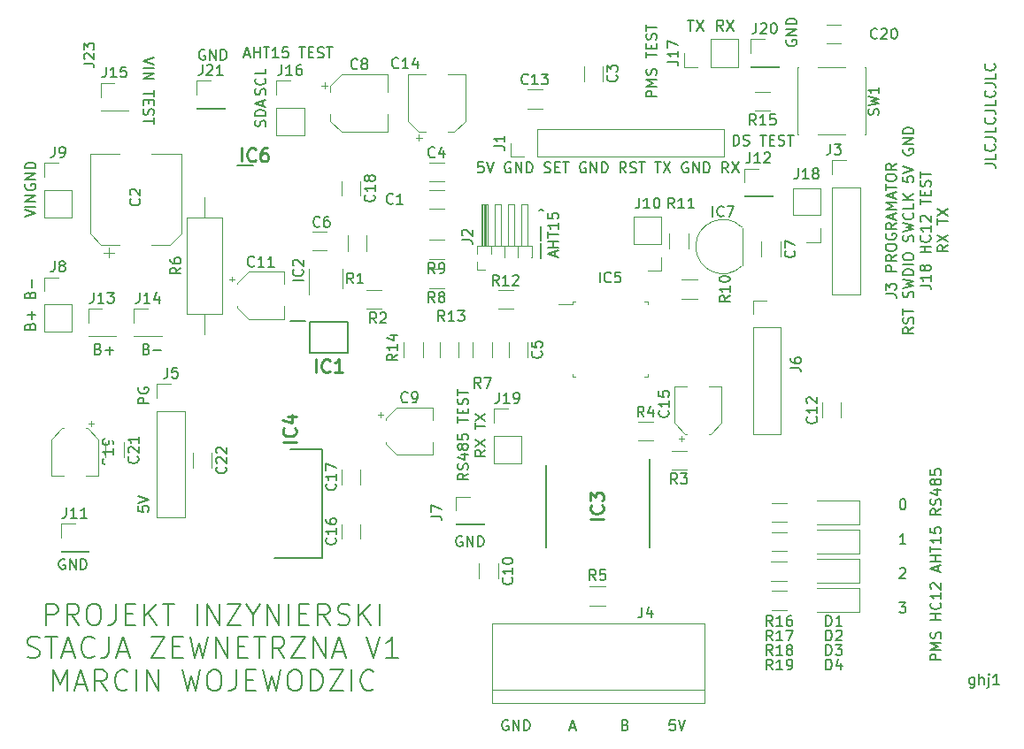
<source format=gto>
%TF.GenerationSoftware,KiCad,Pcbnew,(5.1.12)-1*%
%TF.CreationDate,2022-08-06T16:21:54+02:00*%
%TF.ProjectId,PrototypV1_rx,50726f74-6f74-4797-9056-315f72782e6b,rev?*%
%TF.SameCoordinates,Original*%
%TF.FileFunction,Legend,Top*%
%TF.FilePolarity,Positive*%
%FSLAX46Y46*%
G04 Gerber Fmt 4.6, Leading zero omitted, Abs format (unit mm)*
G04 Created by KiCad (PCBNEW (5.1.12)-1) date 2022-08-06 16:21:54*
%MOMM*%
%LPD*%
G01*
G04 APERTURE LIST*
%ADD10C,0.150000*%
%ADD11C,0.120000*%
%ADD12C,0.200000*%
%ADD13C,0.254000*%
%ADD14C,4.000000*%
%ADD15O,4.000000X4.000000*%
%ADD16R,1.700000X1.700000*%
%ADD17O,1.700000X1.700000*%
%ADD18R,1.300000X1.550000*%
%ADD19R,0.650000X1.060000*%
%ADD20R,1.475000X0.450000*%
%ADD21R,1.500000X1.050000*%
%ADD22O,1.500000X1.050000*%
%ADD23O,1.600000X1.600000*%
%ADD24C,1.600000*%
%ADD25R,2.513000X3.402000*%
%ADD26R,1.525000X0.700000*%
%ADD27C,3.000000*%
%ADD28R,3.000000X3.000000*%
%ADD29O,1.000000X1.000000*%
%ADD30R,1.000000X1.000000*%
%ADD31C,1.980000*%
%ADD32R,1.980000X1.980000*%
%ADD33C,1.160000*%
%ADD34R,1.160000X1.160000*%
G04 APERTURE END LIST*
D10*
X106452380Y-99619047D02*
X107166666Y-99619047D01*
X107309523Y-99666666D01*
X107404761Y-99761904D01*
X107452380Y-99904761D01*
X107452380Y-100000000D01*
X107452380Y-98666666D02*
X107452380Y-99142857D01*
X106452380Y-99142857D01*
X107357142Y-97761904D02*
X107404761Y-97809523D01*
X107452380Y-97952380D01*
X107452380Y-98047619D01*
X107404761Y-98190476D01*
X107309523Y-98285714D01*
X107214285Y-98333333D01*
X107023809Y-98380952D01*
X106880952Y-98380952D01*
X106690476Y-98333333D01*
X106595238Y-98285714D01*
X106500000Y-98190476D01*
X106452380Y-98047619D01*
X106452380Y-97952380D01*
X106500000Y-97809523D01*
X106547619Y-97761904D01*
X106452380Y-97047619D02*
X107166666Y-97047619D01*
X107309523Y-97095238D01*
X107404761Y-97190476D01*
X107452380Y-97333333D01*
X107452380Y-97428571D01*
X107452380Y-96095238D02*
X107452380Y-96571428D01*
X106452380Y-96571428D01*
X107357142Y-95190476D02*
X107404761Y-95238095D01*
X107452380Y-95380952D01*
X107452380Y-95476190D01*
X107404761Y-95619047D01*
X107309523Y-95714285D01*
X107214285Y-95761904D01*
X107023809Y-95809523D01*
X106880952Y-95809523D01*
X106690476Y-95761904D01*
X106595238Y-95714285D01*
X106500000Y-95619047D01*
X106452380Y-95476190D01*
X106452380Y-95380952D01*
X106500000Y-95238095D01*
X106547619Y-95190476D01*
X106452380Y-94476190D02*
X107166666Y-94476190D01*
X107309523Y-94523809D01*
X107404761Y-94619047D01*
X107452380Y-94761904D01*
X107452380Y-94857142D01*
X107452380Y-93523809D02*
X107452380Y-94000000D01*
X106452380Y-94000000D01*
X107357142Y-92619047D02*
X107404761Y-92666666D01*
X107452380Y-92809523D01*
X107452380Y-92904761D01*
X107404761Y-93047619D01*
X107309523Y-93142857D01*
X107214285Y-93190476D01*
X107023809Y-93238095D01*
X106880952Y-93238095D01*
X106690476Y-93190476D01*
X106595238Y-93142857D01*
X106500000Y-93047619D01*
X106452380Y-92904761D01*
X106452380Y-92809523D01*
X106500000Y-92666666D01*
X106547619Y-92619047D01*
X106452380Y-91904761D02*
X107166666Y-91904761D01*
X107309523Y-91952380D01*
X107404761Y-92047619D01*
X107452380Y-92190476D01*
X107452380Y-92285714D01*
X107452380Y-90952380D02*
X107452380Y-91428571D01*
X106452380Y-91428571D01*
X107357142Y-90047619D02*
X107404761Y-90095238D01*
X107452380Y-90238095D01*
X107452380Y-90333333D01*
X107404761Y-90476190D01*
X107309523Y-90571428D01*
X107214285Y-90619047D01*
X107023809Y-90666666D01*
X106880952Y-90666666D01*
X106690476Y-90619047D01*
X106595238Y-90571428D01*
X106500000Y-90476190D01*
X106452380Y-90333333D01*
X106452380Y-90238095D01*
X106500000Y-90095238D01*
X106547619Y-90047619D01*
X98552380Y-131702380D02*
X98647619Y-131702380D01*
X98742857Y-131750000D01*
X98790476Y-131797619D01*
X98838095Y-131892857D01*
X98885714Y-132083333D01*
X98885714Y-132321428D01*
X98838095Y-132511904D01*
X98790476Y-132607142D01*
X98742857Y-132654761D01*
X98647619Y-132702380D01*
X98552380Y-132702380D01*
X98457142Y-132654761D01*
X98409523Y-132607142D01*
X98361904Y-132511904D01*
X98314285Y-132321428D01*
X98314285Y-132083333D01*
X98361904Y-131892857D01*
X98409523Y-131797619D01*
X98457142Y-131750000D01*
X98552380Y-131702380D01*
X98885714Y-136002380D02*
X98314285Y-136002380D01*
X98600000Y-136002380D02*
X98600000Y-135002380D01*
X98504761Y-135145238D01*
X98409523Y-135240476D01*
X98314285Y-135288095D01*
X98314285Y-138397619D02*
X98361904Y-138350000D01*
X98457142Y-138302380D01*
X98695238Y-138302380D01*
X98790476Y-138350000D01*
X98838095Y-138397619D01*
X98885714Y-138492857D01*
X98885714Y-138588095D01*
X98838095Y-138730952D01*
X98266666Y-139302380D01*
X98885714Y-139302380D01*
X98266666Y-141602380D02*
X98885714Y-141602380D01*
X98552380Y-141983333D01*
X98695238Y-141983333D01*
X98790476Y-142030952D01*
X98838095Y-142078571D01*
X98885714Y-142173809D01*
X98885714Y-142411904D01*
X98838095Y-142507142D01*
X98790476Y-142554761D01*
X98695238Y-142602380D01*
X98409523Y-142602380D01*
X98314285Y-142554761D01*
X98266666Y-142507142D01*
X102252380Y-147119047D02*
X101252380Y-147119047D01*
X101252380Y-146738095D01*
X101300000Y-146642857D01*
X101347619Y-146595238D01*
X101442857Y-146547619D01*
X101585714Y-146547619D01*
X101680952Y-146595238D01*
X101728571Y-146642857D01*
X101776190Y-146738095D01*
X101776190Y-147119047D01*
X102252380Y-146119047D02*
X101252380Y-146119047D01*
X101966666Y-145785714D01*
X101252380Y-145452380D01*
X102252380Y-145452380D01*
X102204761Y-145023809D02*
X102252380Y-144880952D01*
X102252380Y-144642857D01*
X102204761Y-144547619D01*
X102157142Y-144500000D01*
X102061904Y-144452380D01*
X101966666Y-144452380D01*
X101871428Y-144500000D01*
X101823809Y-144547619D01*
X101776190Y-144642857D01*
X101728571Y-144833333D01*
X101680952Y-144928571D01*
X101633333Y-144976190D01*
X101538095Y-145023809D01*
X101442857Y-145023809D01*
X101347619Y-144976190D01*
X101300000Y-144928571D01*
X101252380Y-144833333D01*
X101252380Y-144595238D01*
X101300000Y-144452380D01*
X102252380Y-143261904D02*
X101252380Y-143261904D01*
X101728571Y-143261904D02*
X101728571Y-142690476D01*
X102252380Y-142690476D02*
X101252380Y-142690476D01*
X102157142Y-141642857D02*
X102204761Y-141690476D01*
X102252380Y-141833333D01*
X102252380Y-141928571D01*
X102204761Y-142071428D01*
X102109523Y-142166666D01*
X102014285Y-142214285D01*
X101823809Y-142261904D01*
X101680952Y-142261904D01*
X101490476Y-142214285D01*
X101395238Y-142166666D01*
X101300000Y-142071428D01*
X101252380Y-141928571D01*
X101252380Y-141833333D01*
X101300000Y-141690476D01*
X101347619Y-141642857D01*
X102252380Y-140690476D02*
X102252380Y-141261904D01*
X102252380Y-140976190D02*
X101252380Y-140976190D01*
X101395238Y-141071428D01*
X101490476Y-141166666D01*
X101538095Y-141261904D01*
X101347619Y-140309523D02*
X101300000Y-140261904D01*
X101252380Y-140166666D01*
X101252380Y-139928571D01*
X101300000Y-139833333D01*
X101347619Y-139785714D01*
X101442857Y-139738095D01*
X101538095Y-139738095D01*
X101680952Y-139785714D01*
X102252380Y-140357142D01*
X102252380Y-139738095D01*
X101966666Y-138595238D02*
X101966666Y-138119047D01*
X102252380Y-138690476D02*
X101252380Y-138357142D01*
X102252380Y-138023809D01*
X102252380Y-137690476D02*
X101252380Y-137690476D01*
X101728571Y-137690476D02*
X101728571Y-137119047D01*
X102252380Y-137119047D02*
X101252380Y-137119047D01*
X101252380Y-136785714D02*
X101252380Y-136214285D01*
X102252380Y-136500000D02*
X101252380Y-136500000D01*
X102252380Y-135357142D02*
X102252380Y-135928571D01*
X102252380Y-135642857D02*
X101252380Y-135642857D01*
X101395238Y-135738095D01*
X101490476Y-135833333D01*
X101538095Y-135928571D01*
X101252380Y-134452380D02*
X101252380Y-134928571D01*
X101728571Y-134976190D01*
X101680952Y-134928571D01*
X101633333Y-134833333D01*
X101633333Y-134595238D01*
X101680952Y-134500000D01*
X101728571Y-134452380D01*
X101823809Y-134404761D01*
X102061904Y-134404761D01*
X102157142Y-134452380D01*
X102204761Y-134500000D01*
X102252380Y-134595238D01*
X102252380Y-134833333D01*
X102204761Y-134928571D01*
X102157142Y-134976190D01*
X102252380Y-132642857D02*
X101776190Y-132976190D01*
X102252380Y-133214285D02*
X101252380Y-133214285D01*
X101252380Y-132833333D01*
X101300000Y-132738095D01*
X101347619Y-132690476D01*
X101442857Y-132642857D01*
X101585714Y-132642857D01*
X101680952Y-132690476D01*
X101728571Y-132738095D01*
X101776190Y-132833333D01*
X101776190Y-133214285D01*
X102204761Y-132261904D02*
X102252380Y-132119047D01*
X102252380Y-131880952D01*
X102204761Y-131785714D01*
X102157142Y-131738095D01*
X102061904Y-131690476D01*
X101966666Y-131690476D01*
X101871428Y-131738095D01*
X101823809Y-131785714D01*
X101776190Y-131880952D01*
X101728571Y-132071428D01*
X101680952Y-132166666D01*
X101633333Y-132214285D01*
X101538095Y-132261904D01*
X101442857Y-132261904D01*
X101347619Y-132214285D01*
X101300000Y-132166666D01*
X101252380Y-132071428D01*
X101252380Y-131833333D01*
X101300000Y-131690476D01*
X101585714Y-130833333D02*
X102252380Y-130833333D01*
X101204761Y-131071428D02*
X101919047Y-131309523D01*
X101919047Y-130690476D01*
X101680952Y-130166666D02*
X101633333Y-130261904D01*
X101585714Y-130309523D01*
X101490476Y-130357142D01*
X101442857Y-130357142D01*
X101347619Y-130309523D01*
X101300000Y-130261904D01*
X101252380Y-130166666D01*
X101252380Y-129976190D01*
X101300000Y-129880952D01*
X101347619Y-129833333D01*
X101442857Y-129785714D01*
X101490476Y-129785714D01*
X101585714Y-129833333D01*
X101633333Y-129880952D01*
X101680952Y-129976190D01*
X101680952Y-130166666D01*
X101728571Y-130261904D01*
X101776190Y-130309523D01*
X101871428Y-130357142D01*
X102061904Y-130357142D01*
X102157142Y-130309523D01*
X102204761Y-130261904D01*
X102252380Y-130166666D01*
X102252380Y-129976190D01*
X102204761Y-129880952D01*
X102157142Y-129833333D01*
X102061904Y-129785714D01*
X101871428Y-129785714D01*
X101776190Y-129833333D01*
X101728571Y-129880952D01*
X101680952Y-129976190D01*
X101252380Y-128880952D02*
X101252380Y-129357142D01*
X101728571Y-129404761D01*
X101680952Y-129357142D01*
X101633333Y-129261904D01*
X101633333Y-129023809D01*
X101680952Y-128928571D01*
X101728571Y-128880952D01*
X101823809Y-128833333D01*
X102061904Y-128833333D01*
X102157142Y-128880952D01*
X102204761Y-128928571D01*
X102252380Y-129023809D01*
X102252380Y-129261904D01*
X102204761Y-129357142D01*
X102157142Y-129404761D01*
X58471428Y-99452380D02*
X57995238Y-99452380D01*
X57947619Y-99928571D01*
X57995238Y-99880952D01*
X58090476Y-99833333D01*
X58328571Y-99833333D01*
X58423809Y-99880952D01*
X58471428Y-99928571D01*
X58519047Y-100023809D01*
X58519047Y-100261904D01*
X58471428Y-100357142D01*
X58423809Y-100404761D01*
X58328571Y-100452380D01*
X58090476Y-100452380D01*
X57995238Y-100404761D01*
X57947619Y-100357142D01*
X58804761Y-99452380D02*
X59138095Y-100452380D01*
X59471428Y-99452380D01*
X61090476Y-99500000D02*
X60995238Y-99452380D01*
X60852380Y-99452380D01*
X60709523Y-99500000D01*
X60614285Y-99595238D01*
X60566666Y-99690476D01*
X60519047Y-99880952D01*
X60519047Y-100023809D01*
X60566666Y-100214285D01*
X60614285Y-100309523D01*
X60709523Y-100404761D01*
X60852380Y-100452380D01*
X60947619Y-100452380D01*
X61090476Y-100404761D01*
X61138095Y-100357142D01*
X61138095Y-100023809D01*
X60947619Y-100023809D01*
X61566666Y-100452380D02*
X61566666Y-99452380D01*
X62138095Y-100452380D01*
X62138095Y-99452380D01*
X62614285Y-100452380D02*
X62614285Y-99452380D01*
X62852380Y-99452380D01*
X62995238Y-99500000D01*
X63090476Y-99595238D01*
X63138095Y-99690476D01*
X63185714Y-99880952D01*
X63185714Y-100023809D01*
X63138095Y-100214285D01*
X63090476Y-100309523D01*
X62995238Y-100404761D01*
X62852380Y-100452380D01*
X62614285Y-100452380D01*
X64328571Y-100404761D02*
X64471428Y-100452380D01*
X64709523Y-100452380D01*
X64804761Y-100404761D01*
X64852380Y-100357142D01*
X64899999Y-100261904D01*
X64899999Y-100166666D01*
X64852380Y-100071428D01*
X64804761Y-100023809D01*
X64709523Y-99976190D01*
X64519047Y-99928571D01*
X64423809Y-99880952D01*
X64376190Y-99833333D01*
X64328571Y-99738095D01*
X64328571Y-99642857D01*
X64376190Y-99547619D01*
X64423809Y-99500000D01*
X64519047Y-99452380D01*
X64757142Y-99452380D01*
X64899999Y-99500000D01*
X65328571Y-99928571D02*
X65661904Y-99928571D01*
X65804761Y-100452380D02*
X65328571Y-100452380D01*
X65328571Y-99452380D01*
X65804761Y-99452380D01*
X66090476Y-99452380D02*
X66661904Y-99452380D01*
X66376190Y-100452380D02*
X66376190Y-99452380D01*
X68280952Y-99500000D02*
X68185714Y-99452380D01*
X68042857Y-99452380D01*
X67900000Y-99500000D01*
X67804761Y-99595238D01*
X67757142Y-99690476D01*
X67709523Y-99880952D01*
X67709523Y-100023809D01*
X67757142Y-100214285D01*
X67804761Y-100309523D01*
X67900000Y-100404761D01*
X68042857Y-100452380D01*
X68138095Y-100452380D01*
X68280952Y-100404761D01*
X68328571Y-100357142D01*
X68328571Y-100023809D01*
X68138095Y-100023809D01*
X68757142Y-100452380D02*
X68757142Y-99452380D01*
X69328571Y-100452380D01*
X69328571Y-99452380D01*
X69804761Y-100452380D02*
X69804761Y-99452380D01*
X70042857Y-99452380D01*
X70185714Y-99500000D01*
X70280952Y-99595238D01*
X70328571Y-99690476D01*
X70376190Y-99880952D01*
X70376190Y-100023809D01*
X70328571Y-100214285D01*
X70280952Y-100309523D01*
X70185714Y-100404761D01*
X70042857Y-100452380D01*
X69804761Y-100452380D01*
X72138095Y-100452380D02*
X71804761Y-99976190D01*
X71566666Y-100452380D02*
X71566666Y-99452380D01*
X71947619Y-99452380D01*
X72042857Y-99500000D01*
X72090476Y-99547619D01*
X72138095Y-99642857D01*
X72138095Y-99785714D01*
X72090476Y-99880952D01*
X72042857Y-99928571D01*
X71947619Y-99976190D01*
X71566666Y-99976190D01*
X72519047Y-100404761D02*
X72661904Y-100452380D01*
X72899999Y-100452380D01*
X72995238Y-100404761D01*
X73042857Y-100357142D01*
X73090476Y-100261904D01*
X73090476Y-100166666D01*
X73042857Y-100071428D01*
X72995238Y-100023809D01*
X72899999Y-99976190D01*
X72709523Y-99928571D01*
X72614285Y-99880952D01*
X72566666Y-99833333D01*
X72519047Y-99738095D01*
X72519047Y-99642857D01*
X72566666Y-99547619D01*
X72614285Y-99500000D01*
X72709523Y-99452380D01*
X72947619Y-99452380D01*
X73090476Y-99500000D01*
X73376190Y-99452380D02*
X73947619Y-99452380D01*
X73661904Y-100452380D02*
X73661904Y-99452380D01*
X74900000Y-99452380D02*
X75471428Y-99452380D01*
X75185714Y-100452380D02*
X75185714Y-99452380D01*
X75709523Y-99452380D02*
X76376190Y-100452380D01*
X76376190Y-99452380D02*
X75709523Y-100452380D01*
X78042857Y-99500000D02*
X77947619Y-99452380D01*
X77804761Y-99452380D01*
X77661904Y-99500000D01*
X77566666Y-99595238D01*
X77519047Y-99690476D01*
X77471428Y-99880952D01*
X77471428Y-100023809D01*
X77519047Y-100214285D01*
X77566666Y-100309523D01*
X77661904Y-100404761D01*
X77804761Y-100452380D01*
X77899999Y-100452380D01*
X78042857Y-100404761D01*
X78090476Y-100357142D01*
X78090476Y-100023809D01*
X77899999Y-100023809D01*
X78519047Y-100452380D02*
X78519047Y-99452380D01*
X79090476Y-100452380D01*
X79090476Y-99452380D01*
X79566666Y-100452380D02*
X79566666Y-99452380D01*
X79804761Y-99452380D01*
X79947619Y-99500000D01*
X80042857Y-99595238D01*
X80090476Y-99690476D01*
X80138095Y-99880952D01*
X80138095Y-100023809D01*
X80090476Y-100214285D01*
X80042857Y-100309523D01*
X79947619Y-100404761D01*
X79804761Y-100452380D01*
X79566666Y-100452380D01*
X81899999Y-100452380D02*
X81566666Y-99976190D01*
X81328571Y-100452380D02*
X81328571Y-99452380D01*
X81709523Y-99452380D01*
X81804761Y-99500000D01*
X81852380Y-99547619D01*
X81899999Y-99642857D01*
X81899999Y-99785714D01*
X81852380Y-99880952D01*
X81804761Y-99928571D01*
X81709523Y-99976190D01*
X81328571Y-99976190D01*
X82233333Y-99452380D02*
X82899999Y-100452380D01*
X82899999Y-99452380D02*
X82233333Y-100452380D01*
X16647619Y-143754761D02*
X16647619Y-141754761D01*
X17409523Y-141754761D01*
X17600000Y-141850000D01*
X17695238Y-141945238D01*
X17790476Y-142135714D01*
X17790476Y-142421428D01*
X17695238Y-142611904D01*
X17600000Y-142707142D01*
X17409523Y-142802380D01*
X16647619Y-142802380D01*
X19790476Y-143754761D02*
X19123809Y-142802380D01*
X18647619Y-143754761D02*
X18647619Y-141754761D01*
X19409523Y-141754761D01*
X19600000Y-141850000D01*
X19695238Y-141945238D01*
X19790476Y-142135714D01*
X19790476Y-142421428D01*
X19695238Y-142611904D01*
X19600000Y-142707142D01*
X19409523Y-142802380D01*
X18647619Y-142802380D01*
X21028571Y-141754761D02*
X21409523Y-141754761D01*
X21600000Y-141850000D01*
X21790476Y-142040476D01*
X21885714Y-142421428D01*
X21885714Y-143088095D01*
X21790476Y-143469047D01*
X21600000Y-143659523D01*
X21409523Y-143754761D01*
X21028571Y-143754761D01*
X20838095Y-143659523D01*
X20647619Y-143469047D01*
X20552380Y-143088095D01*
X20552380Y-142421428D01*
X20647619Y-142040476D01*
X20838095Y-141850000D01*
X21028571Y-141754761D01*
X23314285Y-141754761D02*
X23314285Y-143183333D01*
X23219047Y-143469047D01*
X23028571Y-143659523D01*
X22742857Y-143754761D01*
X22552380Y-143754761D01*
X24266666Y-142707142D02*
X24933333Y-142707142D01*
X25219047Y-143754761D02*
X24266666Y-143754761D01*
X24266666Y-141754761D01*
X25219047Y-141754761D01*
X26076190Y-143754761D02*
X26076190Y-141754761D01*
X27219047Y-143754761D02*
X26361904Y-142611904D01*
X27219047Y-141754761D02*
X26076190Y-142897619D01*
X27790476Y-141754761D02*
X28933333Y-141754761D01*
X28361904Y-143754761D02*
X28361904Y-141754761D01*
X31123809Y-143754761D02*
X31123809Y-141754761D01*
X32076190Y-143754761D02*
X32076190Y-141754761D01*
X33219047Y-143754761D01*
X33219047Y-141754761D01*
X33980952Y-141754761D02*
X35314285Y-141754761D01*
X33980952Y-143754761D01*
X35314285Y-143754761D01*
X36457142Y-142802380D02*
X36457142Y-143754761D01*
X35790476Y-141754761D02*
X36457142Y-142802380D01*
X37123809Y-141754761D01*
X37790476Y-143754761D02*
X37790476Y-141754761D01*
X38933333Y-143754761D01*
X38933333Y-141754761D01*
X39885714Y-143754761D02*
X39885714Y-141754761D01*
X40838095Y-142707142D02*
X41504761Y-142707142D01*
X41790476Y-143754761D02*
X40838095Y-143754761D01*
X40838095Y-141754761D01*
X41790476Y-141754761D01*
X43790476Y-143754761D02*
X43123809Y-142802380D01*
X42647619Y-143754761D02*
X42647619Y-141754761D01*
X43409523Y-141754761D01*
X43599999Y-141850000D01*
X43695238Y-141945238D01*
X43790476Y-142135714D01*
X43790476Y-142421428D01*
X43695238Y-142611904D01*
X43599999Y-142707142D01*
X43409523Y-142802380D01*
X42647619Y-142802380D01*
X44552380Y-143659523D02*
X44838095Y-143754761D01*
X45314285Y-143754761D01*
X45504761Y-143659523D01*
X45599999Y-143564285D01*
X45695238Y-143373809D01*
X45695238Y-143183333D01*
X45599999Y-142992857D01*
X45504761Y-142897619D01*
X45314285Y-142802380D01*
X44933333Y-142707142D01*
X44742857Y-142611904D01*
X44647619Y-142516666D01*
X44552380Y-142326190D01*
X44552380Y-142135714D01*
X44647619Y-141945238D01*
X44742857Y-141850000D01*
X44933333Y-141754761D01*
X45409523Y-141754761D01*
X45695238Y-141850000D01*
X46552380Y-143754761D02*
X46552380Y-141754761D01*
X47695238Y-143754761D02*
X46838095Y-142611904D01*
X47695238Y-141754761D02*
X46552380Y-142897619D01*
X48552380Y-143754761D02*
X48552380Y-141754761D01*
X14885714Y-146809523D02*
X15171428Y-146904761D01*
X15647619Y-146904761D01*
X15838095Y-146809523D01*
X15933333Y-146714285D01*
X16028571Y-146523809D01*
X16028571Y-146333333D01*
X15933333Y-146142857D01*
X15838095Y-146047619D01*
X15647619Y-145952380D01*
X15266666Y-145857142D01*
X15076190Y-145761904D01*
X14980952Y-145666666D01*
X14885714Y-145476190D01*
X14885714Y-145285714D01*
X14980952Y-145095238D01*
X15076190Y-145000000D01*
X15266666Y-144904761D01*
X15742857Y-144904761D01*
X16028571Y-145000000D01*
X16600000Y-144904761D02*
X17742857Y-144904761D01*
X17171428Y-146904761D02*
X17171428Y-144904761D01*
X18314285Y-146333333D02*
X19266666Y-146333333D01*
X18123809Y-146904761D02*
X18790476Y-144904761D01*
X19457142Y-146904761D01*
X21266666Y-146714285D02*
X21171428Y-146809523D01*
X20885714Y-146904761D01*
X20695238Y-146904761D01*
X20409523Y-146809523D01*
X20219047Y-146619047D01*
X20123809Y-146428571D01*
X20028571Y-146047619D01*
X20028571Y-145761904D01*
X20123809Y-145380952D01*
X20219047Y-145190476D01*
X20409523Y-145000000D01*
X20695238Y-144904761D01*
X20885714Y-144904761D01*
X21171428Y-145000000D01*
X21266666Y-145095238D01*
X22695238Y-144904761D02*
X22695238Y-146333333D01*
X22600000Y-146619047D01*
X22409523Y-146809523D01*
X22123809Y-146904761D01*
X21933333Y-146904761D01*
X23552380Y-146333333D02*
X24504761Y-146333333D01*
X23361904Y-146904761D02*
X24028571Y-144904761D01*
X24695238Y-146904761D01*
X26695238Y-144904761D02*
X28028571Y-144904761D01*
X26695238Y-146904761D01*
X28028571Y-146904761D01*
X28790476Y-145857142D02*
X29457142Y-145857142D01*
X29742857Y-146904761D02*
X28790476Y-146904761D01*
X28790476Y-144904761D01*
X29742857Y-144904761D01*
X30409523Y-144904761D02*
X30885714Y-146904761D01*
X31266666Y-145476190D01*
X31647619Y-146904761D01*
X32123809Y-144904761D01*
X32885714Y-146904761D02*
X32885714Y-144904761D01*
X34028571Y-146904761D01*
X34028571Y-144904761D01*
X34980952Y-145857142D02*
X35647619Y-145857142D01*
X35933333Y-146904761D02*
X34980952Y-146904761D01*
X34980952Y-144904761D01*
X35933333Y-144904761D01*
X36504761Y-144904761D02*
X37647619Y-144904761D01*
X37076190Y-146904761D02*
X37076190Y-144904761D01*
X39457142Y-146904761D02*
X38790476Y-145952380D01*
X38314285Y-146904761D02*
X38314285Y-144904761D01*
X39076190Y-144904761D01*
X39266666Y-145000000D01*
X39361904Y-145095238D01*
X39457142Y-145285714D01*
X39457142Y-145571428D01*
X39361904Y-145761904D01*
X39266666Y-145857142D01*
X39076190Y-145952380D01*
X38314285Y-145952380D01*
X40123809Y-144904761D02*
X41457142Y-144904761D01*
X40123809Y-146904761D01*
X41457142Y-146904761D01*
X42219047Y-146904761D02*
X42219047Y-144904761D01*
X43361904Y-146904761D01*
X43361904Y-144904761D01*
X44219047Y-146333333D02*
X45171428Y-146333333D01*
X44028571Y-146904761D02*
X44695238Y-144904761D01*
X45361904Y-146904761D01*
X47266666Y-144904761D02*
X47933333Y-146904761D01*
X48599999Y-144904761D01*
X50314285Y-146904761D02*
X49171428Y-146904761D01*
X49742857Y-146904761D02*
X49742857Y-144904761D01*
X49552380Y-145190476D01*
X49361904Y-145380952D01*
X49171428Y-145476190D01*
X17314285Y-150054761D02*
X17314285Y-148054761D01*
X17980952Y-149483333D01*
X18647619Y-148054761D01*
X18647619Y-150054761D01*
X19504761Y-149483333D02*
X20457142Y-149483333D01*
X19314285Y-150054761D02*
X19980952Y-148054761D01*
X20647619Y-150054761D01*
X22457142Y-150054761D02*
X21790476Y-149102380D01*
X21314285Y-150054761D02*
X21314285Y-148054761D01*
X22076190Y-148054761D01*
X22266666Y-148150000D01*
X22361904Y-148245238D01*
X22457142Y-148435714D01*
X22457142Y-148721428D01*
X22361904Y-148911904D01*
X22266666Y-149007142D01*
X22076190Y-149102380D01*
X21314285Y-149102380D01*
X24457142Y-149864285D02*
X24361904Y-149959523D01*
X24076190Y-150054761D01*
X23885714Y-150054761D01*
X23600000Y-149959523D01*
X23409523Y-149769047D01*
X23314285Y-149578571D01*
X23219047Y-149197619D01*
X23219047Y-148911904D01*
X23314285Y-148530952D01*
X23409523Y-148340476D01*
X23600000Y-148150000D01*
X23885714Y-148054761D01*
X24076190Y-148054761D01*
X24361904Y-148150000D01*
X24457142Y-148245238D01*
X25314285Y-150054761D02*
X25314285Y-148054761D01*
X26266666Y-150054761D02*
X26266666Y-148054761D01*
X27409523Y-150054761D01*
X27409523Y-148054761D01*
X29695238Y-148054761D02*
X30171428Y-150054761D01*
X30552380Y-148626190D01*
X30933333Y-150054761D01*
X31409523Y-148054761D01*
X32552380Y-148054761D02*
X32933333Y-148054761D01*
X33123809Y-148150000D01*
X33314285Y-148340476D01*
X33409523Y-148721428D01*
X33409523Y-149388095D01*
X33314285Y-149769047D01*
X33123809Y-149959523D01*
X32933333Y-150054761D01*
X32552380Y-150054761D01*
X32361904Y-149959523D01*
X32171428Y-149769047D01*
X32076190Y-149388095D01*
X32076190Y-148721428D01*
X32171428Y-148340476D01*
X32361904Y-148150000D01*
X32552380Y-148054761D01*
X34838095Y-148054761D02*
X34838095Y-149483333D01*
X34742857Y-149769047D01*
X34552380Y-149959523D01*
X34266666Y-150054761D01*
X34076190Y-150054761D01*
X35790476Y-149007142D02*
X36457142Y-149007142D01*
X36742857Y-150054761D02*
X35790476Y-150054761D01*
X35790476Y-148054761D01*
X36742857Y-148054761D01*
X37409523Y-148054761D02*
X37885714Y-150054761D01*
X38266666Y-148626190D01*
X38647619Y-150054761D01*
X39123809Y-148054761D01*
X40266666Y-148054761D02*
X40647619Y-148054761D01*
X40838095Y-148150000D01*
X41028571Y-148340476D01*
X41123809Y-148721428D01*
X41123809Y-149388095D01*
X41028571Y-149769047D01*
X40838095Y-149959523D01*
X40647619Y-150054761D01*
X40266666Y-150054761D01*
X40076190Y-149959523D01*
X39885714Y-149769047D01*
X39790476Y-149388095D01*
X39790476Y-148721428D01*
X39885714Y-148340476D01*
X40076190Y-148150000D01*
X40266666Y-148054761D01*
X41980952Y-150054761D02*
X41980952Y-148054761D01*
X42457142Y-148054761D01*
X42742857Y-148150000D01*
X42933333Y-148340476D01*
X43028571Y-148530952D01*
X43123809Y-148911904D01*
X43123809Y-149197619D01*
X43028571Y-149578571D01*
X42933333Y-149769047D01*
X42742857Y-149959523D01*
X42457142Y-150054761D01*
X41980952Y-150054761D01*
X43790476Y-148054761D02*
X45123809Y-148054761D01*
X43790476Y-150054761D01*
X45123809Y-150054761D01*
X45885714Y-150054761D02*
X45885714Y-148054761D01*
X47980952Y-149864285D02*
X47885714Y-149959523D01*
X47599999Y-150054761D01*
X47409523Y-150054761D01*
X47123809Y-149959523D01*
X46933333Y-149769047D01*
X46838095Y-149578571D01*
X46742857Y-149197619D01*
X46742857Y-148911904D01*
X46838095Y-148530952D01*
X46933333Y-148340476D01*
X47123809Y-148150000D01*
X47409523Y-148054761D01*
X47599999Y-148054761D01*
X47885714Y-148150000D01*
X47980952Y-148245238D01*
X65366666Y-108495238D02*
X65366666Y-108019047D01*
X65652380Y-108590476D02*
X64652380Y-108257142D01*
X65652380Y-107923809D01*
X65652380Y-107590476D02*
X64652380Y-107590476D01*
X65128571Y-107590476D02*
X65128571Y-107019047D01*
X65652380Y-107019047D02*
X64652380Y-107019047D01*
X64652380Y-106685714D02*
X64652380Y-106114285D01*
X65652380Y-106400000D02*
X64652380Y-106400000D01*
X65652380Y-105257142D02*
X65652380Y-105828571D01*
X65652380Y-105542857D02*
X64652380Y-105542857D01*
X64795238Y-105638095D01*
X64890476Y-105733333D01*
X64938095Y-105828571D01*
X64652380Y-104352380D02*
X64652380Y-104828571D01*
X65128571Y-104876190D01*
X65080952Y-104828571D01*
X65033333Y-104733333D01*
X65033333Y-104495238D01*
X65080952Y-104400000D01*
X65128571Y-104352380D01*
X65223809Y-104304761D01*
X65461904Y-104304761D01*
X65557142Y-104352380D01*
X65604761Y-104400000D01*
X65652380Y-104495238D01*
X65652380Y-104733333D01*
X65604761Y-104828571D01*
X65557142Y-104876190D01*
X63809523Y-104097619D02*
X64000000Y-103954761D01*
X64190476Y-104097619D01*
X64000000Y-106985714D02*
X64000000Y-105557142D01*
X64000000Y-108635714D02*
X64000000Y-107207142D01*
X31838095Y-88700000D02*
X31742857Y-88652380D01*
X31600000Y-88652380D01*
X31457142Y-88700000D01*
X31361904Y-88795238D01*
X31314285Y-88890476D01*
X31266666Y-89080952D01*
X31266666Y-89223809D01*
X31314285Y-89414285D01*
X31361904Y-89509523D01*
X31457142Y-89604761D01*
X31600000Y-89652380D01*
X31695238Y-89652380D01*
X31838095Y-89604761D01*
X31885714Y-89557142D01*
X31885714Y-89223809D01*
X31695238Y-89223809D01*
X32314285Y-89652380D02*
X32314285Y-88652380D01*
X32885714Y-89652380D01*
X32885714Y-88652380D01*
X33361904Y-89652380D02*
X33361904Y-88652380D01*
X33600000Y-88652380D01*
X33742857Y-88700000D01*
X33838095Y-88795238D01*
X33885714Y-88890476D01*
X33933333Y-89080952D01*
X33933333Y-89223809D01*
X33885714Y-89414285D01*
X33838095Y-89509523D01*
X33742857Y-89604761D01*
X33600000Y-89652380D01*
X33361904Y-89652380D01*
X87500000Y-87761904D02*
X87452380Y-87857142D01*
X87452380Y-88000000D01*
X87500000Y-88142857D01*
X87595238Y-88238095D01*
X87690476Y-88285714D01*
X87880952Y-88333333D01*
X88023809Y-88333333D01*
X88214285Y-88285714D01*
X88309523Y-88238095D01*
X88404761Y-88142857D01*
X88452380Y-88000000D01*
X88452380Y-87904761D01*
X88404761Y-87761904D01*
X88357142Y-87714285D01*
X88023809Y-87714285D01*
X88023809Y-87904761D01*
X88452380Y-87285714D02*
X87452380Y-87285714D01*
X88452380Y-86714285D01*
X87452380Y-86714285D01*
X88452380Y-86238095D02*
X87452380Y-86238095D01*
X87452380Y-86000000D01*
X87500000Y-85857142D01*
X87595238Y-85761904D01*
X87690476Y-85714285D01*
X87880952Y-85666666D01*
X88023809Y-85666666D01*
X88214285Y-85714285D01*
X88309523Y-85761904D01*
X88404761Y-85857142D01*
X88452380Y-86000000D01*
X88452380Y-86238095D01*
X56438095Y-135300000D02*
X56342857Y-135252380D01*
X56200000Y-135252380D01*
X56057142Y-135300000D01*
X55961904Y-135395238D01*
X55914285Y-135490476D01*
X55866666Y-135680952D01*
X55866666Y-135823809D01*
X55914285Y-136014285D01*
X55961904Y-136109523D01*
X56057142Y-136204761D01*
X56200000Y-136252380D01*
X56295238Y-136252380D01*
X56438095Y-136204761D01*
X56485714Y-136157142D01*
X56485714Y-135823809D01*
X56295238Y-135823809D01*
X56914285Y-136252380D02*
X56914285Y-135252380D01*
X57485714Y-136252380D01*
X57485714Y-135252380D01*
X57961904Y-136252380D02*
X57961904Y-135252380D01*
X58200000Y-135252380D01*
X58342857Y-135300000D01*
X58438095Y-135395238D01*
X58485714Y-135490476D01*
X58533333Y-135680952D01*
X58533333Y-135823809D01*
X58485714Y-136014285D01*
X58438095Y-136109523D01*
X58342857Y-136204761D01*
X58200000Y-136252380D01*
X57961904Y-136252380D01*
X18438095Y-137500000D02*
X18342857Y-137452380D01*
X18200000Y-137452380D01*
X18057142Y-137500000D01*
X17961904Y-137595238D01*
X17914285Y-137690476D01*
X17866666Y-137880952D01*
X17866666Y-138023809D01*
X17914285Y-138214285D01*
X17961904Y-138309523D01*
X18057142Y-138404761D01*
X18200000Y-138452380D01*
X18295238Y-138452380D01*
X18438095Y-138404761D01*
X18485714Y-138357142D01*
X18485714Y-138023809D01*
X18295238Y-138023809D01*
X18914285Y-138452380D02*
X18914285Y-137452380D01*
X19485714Y-138452380D01*
X19485714Y-137452380D01*
X19961904Y-138452380D02*
X19961904Y-137452380D01*
X20200000Y-137452380D01*
X20342857Y-137500000D01*
X20438095Y-137595238D01*
X20485714Y-137690476D01*
X20533333Y-137880952D01*
X20533333Y-138023809D01*
X20485714Y-138214285D01*
X20438095Y-138309523D01*
X20342857Y-138404761D01*
X20200000Y-138452380D01*
X19961904Y-138452380D01*
X57027380Y-129266666D02*
X56551190Y-129600000D01*
X57027380Y-129838095D02*
X56027380Y-129838095D01*
X56027380Y-129457142D01*
X56075000Y-129361904D01*
X56122619Y-129314285D01*
X56217857Y-129266666D01*
X56360714Y-129266666D01*
X56455952Y-129314285D01*
X56503571Y-129361904D01*
X56551190Y-129457142D01*
X56551190Y-129838095D01*
X56979761Y-128885714D02*
X57027380Y-128742857D01*
X57027380Y-128504761D01*
X56979761Y-128409523D01*
X56932142Y-128361904D01*
X56836904Y-128314285D01*
X56741666Y-128314285D01*
X56646428Y-128361904D01*
X56598809Y-128409523D01*
X56551190Y-128504761D01*
X56503571Y-128695238D01*
X56455952Y-128790476D01*
X56408333Y-128838095D01*
X56313095Y-128885714D01*
X56217857Y-128885714D01*
X56122619Y-128838095D01*
X56075000Y-128790476D01*
X56027380Y-128695238D01*
X56027380Y-128457142D01*
X56075000Y-128314285D01*
X56360714Y-127457142D02*
X57027380Y-127457142D01*
X55979761Y-127695238D02*
X56694047Y-127933333D01*
X56694047Y-127314285D01*
X56455952Y-126790476D02*
X56408333Y-126885714D01*
X56360714Y-126933333D01*
X56265476Y-126980952D01*
X56217857Y-126980952D01*
X56122619Y-126933333D01*
X56075000Y-126885714D01*
X56027380Y-126790476D01*
X56027380Y-126600000D01*
X56075000Y-126504761D01*
X56122619Y-126457142D01*
X56217857Y-126409523D01*
X56265476Y-126409523D01*
X56360714Y-126457142D01*
X56408333Y-126504761D01*
X56455952Y-126600000D01*
X56455952Y-126790476D01*
X56503571Y-126885714D01*
X56551190Y-126933333D01*
X56646428Y-126980952D01*
X56836904Y-126980952D01*
X56932142Y-126933333D01*
X56979761Y-126885714D01*
X57027380Y-126790476D01*
X57027380Y-126600000D01*
X56979761Y-126504761D01*
X56932142Y-126457142D01*
X56836904Y-126409523D01*
X56646428Y-126409523D01*
X56551190Y-126457142D01*
X56503571Y-126504761D01*
X56455952Y-126600000D01*
X56027380Y-125504761D02*
X56027380Y-125980952D01*
X56503571Y-126028571D01*
X56455952Y-125980952D01*
X56408333Y-125885714D01*
X56408333Y-125647619D01*
X56455952Y-125552380D01*
X56503571Y-125504761D01*
X56598809Y-125457142D01*
X56836904Y-125457142D01*
X56932142Y-125504761D01*
X56979761Y-125552380D01*
X57027380Y-125647619D01*
X57027380Y-125885714D01*
X56979761Y-125980952D01*
X56932142Y-126028571D01*
X56027380Y-124409523D02*
X56027380Y-123838095D01*
X57027380Y-124123809D02*
X56027380Y-124123809D01*
X56503571Y-123504761D02*
X56503571Y-123171428D01*
X57027380Y-123028571D02*
X57027380Y-123504761D01*
X56027380Y-123504761D01*
X56027380Y-123028571D01*
X56979761Y-122647619D02*
X57027380Y-122504761D01*
X57027380Y-122266666D01*
X56979761Y-122171428D01*
X56932142Y-122123809D01*
X56836904Y-122076190D01*
X56741666Y-122076190D01*
X56646428Y-122123809D01*
X56598809Y-122171428D01*
X56551190Y-122266666D01*
X56503571Y-122457142D01*
X56455952Y-122552380D01*
X56408333Y-122600000D01*
X56313095Y-122647619D01*
X56217857Y-122647619D01*
X56122619Y-122600000D01*
X56075000Y-122552380D01*
X56027380Y-122457142D01*
X56027380Y-122219047D01*
X56075000Y-122076190D01*
X56027380Y-121790476D02*
X56027380Y-121219047D01*
X57027380Y-121504761D02*
X56027380Y-121504761D01*
X58677380Y-127004761D02*
X58201190Y-127338095D01*
X58677380Y-127576190D02*
X57677380Y-127576190D01*
X57677380Y-127195238D01*
X57725000Y-127100000D01*
X57772619Y-127052380D01*
X57867857Y-127004761D01*
X58010714Y-127004761D01*
X58105952Y-127052380D01*
X58153571Y-127100000D01*
X58201190Y-127195238D01*
X58201190Y-127576190D01*
X57677380Y-126671428D02*
X58677380Y-126004761D01*
X57677380Y-126004761D02*
X58677380Y-126671428D01*
X57677380Y-125004761D02*
X57677380Y-124433333D01*
X58677380Y-124719047D02*
X57677380Y-124719047D01*
X57677380Y-124195238D02*
X58677380Y-123528571D01*
X57677380Y-123528571D02*
X58677380Y-124195238D01*
X82390476Y-97852380D02*
X82390476Y-96852380D01*
X82628571Y-96852380D01*
X82771428Y-96900000D01*
X82866666Y-96995238D01*
X82914285Y-97090476D01*
X82961904Y-97280952D01*
X82961904Y-97423809D01*
X82914285Y-97614285D01*
X82866666Y-97709523D01*
X82771428Y-97804761D01*
X82628571Y-97852380D01*
X82390476Y-97852380D01*
X83342857Y-97804761D02*
X83485714Y-97852380D01*
X83723809Y-97852380D01*
X83819047Y-97804761D01*
X83866666Y-97757142D01*
X83914285Y-97661904D01*
X83914285Y-97566666D01*
X83866666Y-97471428D01*
X83819047Y-97423809D01*
X83723809Y-97376190D01*
X83533333Y-97328571D01*
X83438095Y-97280952D01*
X83390476Y-97233333D01*
X83342857Y-97138095D01*
X83342857Y-97042857D01*
X83390476Y-96947619D01*
X83438095Y-96900000D01*
X83533333Y-96852380D01*
X83771428Y-96852380D01*
X83914285Y-96900000D01*
X84961904Y-96852380D02*
X85533333Y-96852380D01*
X85247619Y-97852380D02*
X85247619Y-96852380D01*
X85866666Y-97328571D02*
X86200000Y-97328571D01*
X86342857Y-97852380D02*
X85866666Y-97852380D01*
X85866666Y-96852380D01*
X86342857Y-96852380D01*
X86723809Y-97804761D02*
X86866666Y-97852380D01*
X87104761Y-97852380D01*
X87200000Y-97804761D01*
X87247619Y-97757142D01*
X87295238Y-97661904D01*
X87295238Y-97566666D01*
X87247619Y-97471428D01*
X87200000Y-97423809D01*
X87104761Y-97376190D01*
X86914285Y-97328571D01*
X86819047Y-97280952D01*
X86771428Y-97233333D01*
X86723809Y-97138095D01*
X86723809Y-97042857D01*
X86771428Y-96947619D01*
X86819047Y-96900000D01*
X86914285Y-96852380D01*
X87152380Y-96852380D01*
X87295238Y-96900000D01*
X87580952Y-96852380D02*
X88152380Y-96852380D01*
X87866666Y-97852380D02*
X87866666Y-96852380D01*
X96977380Y-112071428D02*
X97691666Y-112071428D01*
X97834523Y-112119047D01*
X97929761Y-112214285D01*
X97977380Y-112357142D01*
X97977380Y-112452380D01*
X96977380Y-111690476D02*
X96977380Y-111071428D01*
X97358333Y-111404761D01*
X97358333Y-111261904D01*
X97405952Y-111166666D01*
X97453571Y-111119047D01*
X97548809Y-111071428D01*
X97786904Y-111071428D01*
X97882142Y-111119047D01*
X97929761Y-111166666D01*
X97977380Y-111261904D01*
X97977380Y-111547619D01*
X97929761Y-111642857D01*
X97882142Y-111690476D01*
X97977380Y-109880952D02*
X96977380Y-109880952D01*
X96977380Y-109500000D01*
X97025000Y-109404761D01*
X97072619Y-109357142D01*
X97167857Y-109309523D01*
X97310714Y-109309523D01*
X97405952Y-109357142D01*
X97453571Y-109404761D01*
X97501190Y-109500000D01*
X97501190Y-109880952D01*
X97977380Y-108309523D02*
X97501190Y-108642857D01*
X97977380Y-108880952D02*
X96977380Y-108880952D01*
X96977380Y-108500000D01*
X97025000Y-108404761D01*
X97072619Y-108357142D01*
X97167857Y-108309523D01*
X97310714Y-108309523D01*
X97405952Y-108357142D01*
X97453571Y-108404761D01*
X97501190Y-108500000D01*
X97501190Y-108880952D01*
X96977380Y-107690476D02*
X96977380Y-107500000D01*
X97025000Y-107404761D01*
X97120238Y-107309523D01*
X97310714Y-107261904D01*
X97644047Y-107261904D01*
X97834523Y-107309523D01*
X97929761Y-107404761D01*
X97977380Y-107500000D01*
X97977380Y-107690476D01*
X97929761Y-107785714D01*
X97834523Y-107880952D01*
X97644047Y-107928571D01*
X97310714Y-107928571D01*
X97120238Y-107880952D01*
X97025000Y-107785714D01*
X96977380Y-107690476D01*
X97025000Y-106309523D02*
X96977380Y-106404761D01*
X96977380Y-106547619D01*
X97025000Y-106690476D01*
X97120238Y-106785714D01*
X97215476Y-106833333D01*
X97405952Y-106880952D01*
X97548809Y-106880952D01*
X97739285Y-106833333D01*
X97834523Y-106785714D01*
X97929761Y-106690476D01*
X97977380Y-106547619D01*
X97977380Y-106452380D01*
X97929761Y-106309523D01*
X97882142Y-106261904D01*
X97548809Y-106261904D01*
X97548809Y-106452380D01*
X97977380Y-105261904D02*
X97501190Y-105595238D01*
X97977380Y-105833333D02*
X96977380Y-105833333D01*
X96977380Y-105452380D01*
X97025000Y-105357142D01*
X97072619Y-105309523D01*
X97167857Y-105261904D01*
X97310714Y-105261904D01*
X97405952Y-105309523D01*
X97453571Y-105357142D01*
X97501190Y-105452380D01*
X97501190Y-105833333D01*
X97691666Y-104880952D02*
X97691666Y-104404761D01*
X97977380Y-104976190D02*
X96977380Y-104642857D01*
X97977380Y-104309523D01*
X97977380Y-103976190D02*
X96977380Y-103976190D01*
X97691666Y-103642857D01*
X96977380Y-103309523D01*
X97977380Y-103309523D01*
X97691666Y-102880952D02*
X97691666Y-102404761D01*
X97977380Y-102976190D02*
X96977380Y-102642857D01*
X97977380Y-102309523D01*
X96977380Y-102119047D02*
X96977380Y-101547619D01*
X97977380Y-101833333D02*
X96977380Y-101833333D01*
X96977380Y-101023809D02*
X96977380Y-100833333D01*
X97025000Y-100738095D01*
X97120238Y-100642857D01*
X97310714Y-100595238D01*
X97644047Y-100595238D01*
X97834523Y-100642857D01*
X97929761Y-100738095D01*
X97977380Y-100833333D01*
X97977380Y-101023809D01*
X97929761Y-101119047D01*
X97834523Y-101214285D01*
X97644047Y-101261904D01*
X97310714Y-101261904D01*
X97120238Y-101214285D01*
X97025000Y-101119047D01*
X96977380Y-101023809D01*
X97977380Y-99595238D02*
X97501190Y-99928571D01*
X97977380Y-100166666D02*
X96977380Y-100166666D01*
X96977380Y-99785714D01*
X97025000Y-99690476D01*
X97072619Y-99642857D01*
X97167857Y-99595238D01*
X97310714Y-99595238D01*
X97405952Y-99642857D01*
X97453571Y-99690476D01*
X97501190Y-99785714D01*
X97501190Y-100166666D01*
X99627380Y-115261904D02*
X99151190Y-115595238D01*
X99627380Y-115833333D02*
X98627380Y-115833333D01*
X98627380Y-115452380D01*
X98675000Y-115357142D01*
X98722619Y-115309523D01*
X98817857Y-115261904D01*
X98960714Y-115261904D01*
X99055952Y-115309523D01*
X99103571Y-115357142D01*
X99151190Y-115452380D01*
X99151190Y-115833333D01*
X99579761Y-114880952D02*
X99627380Y-114738095D01*
X99627380Y-114500000D01*
X99579761Y-114404761D01*
X99532142Y-114357142D01*
X99436904Y-114309523D01*
X99341666Y-114309523D01*
X99246428Y-114357142D01*
X99198809Y-114404761D01*
X99151190Y-114500000D01*
X99103571Y-114690476D01*
X99055952Y-114785714D01*
X99008333Y-114833333D01*
X98913095Y-114880952D01*
X98817857Y-114880952D01*
X98722619Y-114833333D01*
X98675000Y-114785714D01*
X98627380Y-114690476D01*
X98627380Y-114452380D01*
X98675000Y-114309523D01*
X98627380Y-114023809D02*
X98627380Y-113452380D01*
X99627380Y-113738095D02*
X98627380Y-113738095D01*
X99579761Y-112404761D02*
X99627380Y-112261904D01*
X99627380Y-112023809D01*
X99579761Y-111928571D01*
X99532142Y-111880952D01*
X99436904Y-111833333D01*
X99341666Y-111833333D01*
X99246428Y-111880952D01*
X99198809Y-111928571D01*
X99151190Y-112023809D01*
X99103571Y-112214285D01*
X99055952Y-112309523D01*
X99008333Y-112357142D01*
X98913095Y-112404761D01*
X98817857Y-112404761D01*
X98722619Y-112357142D01*
X98675000Y-112309523D01*
X98627380Y-112214285D01*
X98627380Y-111976190D01*
X98675000Y-111833333D01*
X98627380Y-111500000D02*
X99627380Y-111261904D01*
X98913095Y-111071428D01*
X99627380Y-110880952D01*
X98627380Y-110642857D01*
X99627380Y-110261904D02*
X98627380Y-110261904D01*
X98627380Y-110023809D01*
X98675000Y-109880952D01*
X98770238Y-109785714D01*
X98865476Y-109738095D01*
X99055952Y-109690476D01*
X99198809Y-109690476D01*
X99389285Y-109738095D01*
X99484523Y-109785714D01*
X99579761Y-109880952D01*
X99627380Y-110023809D01*
X99627380Y-110261904D01*
X99627380Y-109261904D02*
X98627380Y-109261904D01*
X98627380Y-108595238D02*
X98627380Y-108404761D01*
X98675000Y-108309523D01*
X98770238Y-108214285D01*
X98960714Y-108166666D01*
X99294047Y-108166666D01*
X99484523Y-108214285D01*
X99579761Y-108309523D01*
X99627380Y-108404761D01*
X99627380Y-108595238D01*
X99579761Y-108690476D01*
X99484523Y-108785714D01*
X99294047Y-108833333D01*
X98960714Y-108833333D01*
X98770238Y-108785714D01*
X98675000Y-108690476D01*
X98627380Y-108595238D01*
X99579761Y-107023809D02*
X99627380Y-106880952D01*
X99627380Y-106642857D01*
X99579761Y-106547619D01*
X99532142Y-106500000D01*
X99436904Y-106452380D01*
X99341666Y-106452380D01*
X99246428Y-106500000D01*
X99198809Y-106547619D01*
X99151190Y-106642857D01*
X99103571Y-106833333D01*
X99055952Y-106928571D01*
X99008333Y-106976190D01*
X98913095Y-107023809D01*
X98817857Y-107023809D01*
X98722619Y-106976190D01*
X98675000Y-106928571D01*
X98627380Y-106833333D01*
X98627380Y-106595238D01*
X98675000Y-106452380D01*
X98627380Y-106119047D02*
X99627380Y-105880952D01*
X98913095Y-105690476D01*
X99627380Y-105500000D01*
X98627380Y-105261904D01*
X99532142Y-104309523D02*
X99579761Y-104357142D01*
X99627380Y-104500000D01*
X99627380Y-104595238D01*
X99579761Y-104738095D01*
X99484523Y-104833333D01*
X99389285Y-104880952D01*
X99198809Y-104928571D01*
X99055952Y-104928571D01*
X98865476Y-104880952D01*
X98770238Y-104833333D01*
X98675000Y-104738095D01*
X98627380Y-104595238D01*
X98627380Y-104500000D01*
X98675000Y-104357142D01*
X98722619Y-104309523D01*
X99627380Y-103404761D02*
X99627380Y-103880952D01*
X98627380Y-103880952D01*
X99627380Y-103071428D02*
X98627380Y-103071428D01*
X99627380Y-102500000D02*
X99055952Y-102928571D01*
X98627380Y-102500000D02*
X99198809Y-103071428D01*
X98627380Y-100833333D02*
X98627380Y-101309523D01*
X99103571Y-101357142D01*
X99055952Y-101309523D01*
X99008333Y-101214285D01*
X99008333Y-100976190D01*
X99055952Y-100880952D01*
X99103571Y-100833333D01*
X99198809Y-100785714D01*
X99436904Y-100785714D01*
X99532142Y-100833333D01*
X99579761Y-100880952D01*
X99627380Y-100976190D01*
X99627380Y-101214285D01*
X99579761Y-101309523D01*
X99532142Y-101357142D01*
X98627380Y-100500000D02*
X99627380Y-100166666D01*
X98627380Y-99833333D01*
X98675000Y-98214285D02*
X98627380Y-98309523D01*
X98627380Y-98452380D01*
X98675000Y-98595238D01*
X98770238Y-98690476D01*
X98865476Y-98738095D01*
X99055952Y-98785714D01*
X99198809Y-98785714D01*
X99389285Y-98738095D01*
X99484523Y-98690476D01*
X99579761Y-98595238D01*
X99627380Y-98452380D01*
X99627380Y-98357142D01*
X99579761Y-98214285D01*
X99532142Y-98166666D01*
X99198809Y-98166666D01*
X99198809Y-98357142D01*
X99627380Y-97738095D02*
X98627380Y-97738095D01*
X99627380Y-97166666D01*
X98627380Y-97166666D01*
X99627380Y-96690476D02*
X98627380Y-96690476D01*
X98627380Y-96452380D01*
X98675000Y-96309523D01*
X98770238Y-96214285D01*
X98865476Y-96166666D01*
X99055952Y-96119047D01*
X99198809Y-96119047D01*
X99389285Y-96166666D01*
X99484523Y-96214285D01*
X99579761Y-96309523D01*
X99627380Y-96452380D01*
X99627380Y-96690476D01*
X100277380Y-111238095D02*
X100991666Y-111238095D01*
X101134523Y-111285714D01*
X101229761Y-111380952D01*
X101277380Y-111523809D01*
X101277380Y-111619047D01*
X101277380Y-110238095D02*
X101277380Y-110809523D01*
X101277380Y-110523809D02*
X100277380Y-110523809D01*
X100420238Y-110619047D01*
X100515476Y-110714285D01*
X100563095Y-110809523D01*
X100705952Y-109666666D02*
X100658333Y-109761904D01*
X100610714Y-109809523D01*
X100515476Y-109857142D01*
X100467857Y-109857142D01*
X100372619Y-109809523D01*
X100325000Y-109761904D01*
X100277380Y-109666666D01*
X100277380Y-109476190D01*
X100325000Y-109380952D01*
X100372619Y-109333333D01*
X100467857Y-109285714D01*
X100515476Y-109285714D01*
X100610714Y-109333333D01*
X100658333Y-109380952D01*
X100705952Y-109476190D01*
X100705952Y-109666666D01*
X100753571Y-109761904D01*
X100801190Y-109809523D01*
X100896428Y-109857142D01*
X101086904Y-109857142D01*
X101182142Y-109809523D01*
X101229761Y-109761904D01*
X101277380Y-109666666D01*
X101277380Y-109476190D01*
X101229761Y-109380952D01*
X101182142Y-109333333D01*
X101086904Y-109285714D01*
X100896428Y-109285714D01*
X100801190Y-109333333D01*
X100753571Y-109380952D01*
X100705952Y-109476190D01*
X101277380Y-108095238D02*
X100277380Y-108095238D01*
X100753571Y-108095238D02*
X100753571Y-107523809D01*
X101277380Y-107523809D02*
X100277380Y-107523809D01*
X101182142Y-106476190D02*
X101229761Y-106523809D01*
X101277380Y-106666666D01*
X101277380Y-106761904D01*
X101229761Y-106904761D01*
X101134523Y-107000000D01*
X101039285Y-107047619D01*
X100848809Y-107095238D01*
X100705952Y-107095238D01*
X100515476Y-107047619D01*
X100420238Y-107000000D01*
X100325000Y-106904761D01*
X100277380Y-106761904D01*
X100277380Y-106666666D01*
X100325000Y-106523809D01*
X100372619Y-106476190D01*
X101277380Y-105523809D02*
X101277380Y-106095238D01*
X101277380Y-105809523D02*
X100277380Y-105809523D01*
X100420238Y-105904761D01*
X100515476Y-106000000D01*
X100563095Y-106095238D01*
X100372619Y-105142857D02*
X100325000Y-105095238D01*
X100277380Y-105000000D01*
X100277380Y-104761904D01*
X100325000Y-104666666D01*
X100372619Y-104619047D01*
X100467857Y-104571428D01*
X100563095Y-104571428D01*
X100705952Y-104619047D01*
X101277380Y-105190476D01*
X101277380Y-104571428D01*
X100277380Y-103523809D02*
X100277380Y-102952380D01*
X101277380Y-103238095D02*
X100277380Y-103238095D01*
X100753571Y-102619047D02*
X100753571Y-102285714D01*
X101277380Y-102142857D02*
X101277380Y-102619047D01*
X100277380Y-102619047D01*
X100277380Y-102142857D01*
X101229761Y-101761904D02*
X101277380Y-101619047D01*
X101277380Y-101380952D01*
X101229761Y-101285714D01*
X101182142Y-101238095D01*
X101086904Y-101190476D01*
X100991666Y-101190476D01*
X100896428Y-101238095D01*
X100848809Y-101285714D01*
X100801190Y-101380952D01*
X100753571Y-101571428D01*
X100705952Y-101666666D01*
X100658333Y-101714285D01*
X100563095Y-101761904D01*
X100467857Y-101761904D01*
X100372619Y-101714285D01*
X100325000Y-101666666D01*
X100277380Y-101571428D01*
X100277380Y-101333333D01*
X100325000Y-101190476D01*
X100277380Y-100904761D02*
X100277380Y-100333333D01*
X101277380Y-100619047D02*
X100277380Y-100619047D01*
X102927380Y-107404761D02*
X102451190Y-107738095D01*
X102927380Y-107976190D02*
X101927380Y-107976190D01*
X101927380Y-107595238D01*
X101975000Y-107500000D01*
X102022619Y-107452380D01*
X102117857Y-107404761D01*
X102260714Y-107404761D01*
X102355952Y-107452380D01*
X102403571Y-107500000D01*
X102451190Y-107595238D01*
X102451190Y-107976190D01*
X101927380Y-107071428D02*
X102927380Y-106404761D01*
X101927380Y-106404761D02*
X102927380Y-107071428D01*
X101927380Y-105404761D02*
X101927380Y-104833333D01*
X102927380Y-105119047D02*
X101927380Y-105119047D01*
X101927380Y-104595238D02*
X102927380Y-103928571D01*
X101927380Y-103928571D02*
X102927380Y-104595238D01*
X75052380Y-93180952D02*
X74052380Y-93180952D01*
X74052380Y-92800000D01*
X74100000Y-92704761D01*
X74147619Y-92657142D01*
X74242857Y-92609523D01*
X74385714Y-92609523D01*
X74480952Y-92657142D01*
X74528571Y-92704761D01*
X74576190Y-92800000D01*
X74576190Y-93180952D01*
X75052380Y-92180952D02*
X74052380Y-92180952D01*
X74766666Y-91847619D01*
X74052380Y-91514285D01*
X75052380Y-91514285D01*
X75004761Y-91085714D02*
X75052380Y-90942857D01*
X75052380Y-90704761D01*
X75004761Y-90609523D01*
X74957142Y-90561904D01*
X74861904Y-90514285D01*
X74766666Y-90514285D01*
X74671428Y-90561904D01*
X74623809Y-90609523D01*
X74576190Y-90704761D01*
X74528571Y-90895238D01*
X74480952Y-90990476D01*
X74433333Y-91038095D01*
X74338095Y-91085714D01*
X74242857Y-91085714D01*
X74147619Y-91038095D01*
X74100000Y-90990476D01*
X74052380Y-90895238D01*
X74052380Y-90657142D01*
X74100000Y-90514285D01*
X74052380Y-89466666D02*
X74052380Y-88895238D01*
X75052380Y-89180952D02*
X74052380Y-89180952D01*
X74528571Y-88561904D02*
X74528571Y-88228571D01*
X75052380Y-88085714D02*
X75052380Y-88561904D01*
X74052380Y-88561904D01*
X74052380Y-88085714D01*
X75004761Y-87704761D02*
X75052380Y-87561904D01*
X75052380Y-87323809D01*
X75004761Y-87228571D01*
X74957142Y-87180952D01*
X74861904Y-87133333D01*
X74766666Y-87133333D01*
X74671428Y-87180952D01*
X74623809Y-87228571D01*
X74576190Y-87323809D01*
X74528571Y-87514285D01*
X74480952Y-87609523D01*
X74433333Y-87657142D01*
X74338095Y-87704761D01*
X74242857Y-87704761D01*
X74147619Y-87657142D01*
X74100000Y-87609523D01*
X74052380Y-87514285D01*
X74052380Y-87276190D01*
X74100000Y-87133333D01*
X74052380Y-86847619D02*
X74052380Y-86276190D01*
X75052380Y-86561904D02*
X74052380Y-86561904D01*
X81433333Y-86852380D02*
X81100000Y-86376190D01*
X80861904Y-86852380D02*
X80861904Y-85852380D01*
X81242857Y-85852380D01*
X81338095Y-85900000D01*
X81385714Y-85947619D01*
X81433333Y-86042857D01*
X81433333Y-86185714D01*
X81385714Y-86280952D01*
X81338095Y-86328571D01*
X81242857Y-86376190D01*
X80861904Y-86376190D01*
X81766666Y-85852380D02*
X82433333Y-86852380D01*
X82433333Y-85852380D02*
X81766666Y-86852380D01*
X78038095Y-85852380D02*
X78609523Y-85852380D01*
X78323809Y-86852380D02*
X78323809Y-85852380D01*
X78847619Y-85852380D02*
X79514285Y-86852380D01*
X79514285Y-85852380D02*
X78847619Y-86852380D01*
X37604761Y-96014285D02*
X37652380Y-95871428D01*
X37652380Y-95633333D01*
X37604761Y-95538095D01*
X37557142Y-95490476D01*
X37461904Y-95442857D01*
X37366666Y-95442857D01*
X37271428Y-95490476D01*
X37223809Y-95538095D01*
X37176190Y-95633333D01*
X37128571Y-95823809D01*
X37080952Y-95919047D01*
X37033333Y-95966666D01*
X36938095Y-96014285D01*
X36842857Y-96014285D01*
X36747619Y-95966666D01*
X36700000Y-95919047D01*
X36652380Y-95823809D01*
X36652380Y-95585714D01*
X36700000Y-95442857D01*
X37652380Y-95014285D02*
X36652380Y-95014285D01*
X36652380Y-94776190D01*
X36700000Y-94633333D01*
X36795238Y-94538095D01*
X36890476Y-94490476D01*
X37080952Y-94442857D01*
X37223809Y-94442857D01*
X37414285Y-94490476D01*
X37509523Y-94538095D01*
X37604761Y-94633333D01*
X37652380Y-94776190D01*
X37652380Y-95014285D01*
X37366666Y-94061904D02*
X37366666Y-93585714D01*
X37652380Y-94157142D02*
X36652380Y-93823809D01*
X37652380Y-93490476D01*
X37604761Y-92990476D02*
X37652380Y-92847619D01*
X37652380Y-92609523D01*
X37604761Y-92514285D01*
X37557142Y-92466666D01*
X37461904Y-92419047D01*
X37366666Y-92419047D01*
X37271428Y-92466666D01*
X37223809Y-92514285D01*
X37176190Y-92609523D01*
X37128571Y-92800000D01*
X37080952Y-92895238D01*
X37033333Y-92942857D01*
X36938095Y-92990476D01*
X36842857Y-92990476D01*
X36747619Y-92942857D01*
X36700000Y-92895238D01*
X36652380Y-92800000D01*
X36652380Y-92561904D01*
X36700000Y-92419047D01*
X37557142Y-91419047D02*
X37604761Y-91466666D01*
X37652380Y-91609523D01*
X37652380Y-91704761D01*
X37604761Y-91847619D01*
X37509523Y-91942857D01*
X37414285Y-91990476D01*
X37223809Y-92038095D01*
X37080952Y-92038095D01*
X36890476Y-91990476D01*
X36795238Y-91942857D01*
X36700000Y-91847619D01*
X36652380Y-91704761D01*
X36652380Y-91609523D01*
X36700000Y-91466666D01*
X36747619Y-91419047D01*
X37652380Y-90514285D02*
X37652380Y-90990476D01*
X36652380Y-90990476D01*
X35633333Y-89166666D02*
X36109523Y-89166666D01*
X35538095Y-89452380D02*
X35871428Y-88452380D01*
X36204761Y-89452380D01*
X36538095Y-89452380D02*
X36538095Y-88452380D01*
X36538095Y-88928571D02*
X37109523Y-88928571D01*
X37109523Y-89452380D02*
X37109523Y-88452380D01*
X37442857Y-88452380D02*
X38014285Y-88452380D01*
X37728571Y-89452380D02*
X37728571Y-88452380D01*
X38871428Y-89452380D02*
X38300000Y-89452380D01*
X38585714Y-89452380D02*
X38585714Y-88452380D01*
X38490476Y-88595238D01*
X38395238Y-88690476D01*
X38300000Y-88738095D01*
X39776190Y-88452380D02*
X39300000Y-88452380D01*
X39252380Y-88928571D01*
X39300000Y-88880952D01*
X39395238Y-88833333D01*
X39633333Y-88833333D01*
X39728571Y-88880952D01*
X39776190Y-88928571D01*
X39823809Y-89023809D01*
X39823809Y-89261904D01*
X39776190Y-89357142D01*
X39728571Y-89404761D01*
X39633333Y-89452380D01*
X39395238Y-89452380D01*
X39300000Y-89404761D01*
X39252380Y-89357142D01*
X40871428Y-88452380D02*
X41442857Y-88452380D01*
X41157142Y-89452380D02*
X41157142Y-88452380D01*
X41776190Y-88928571D02*
X42109523Y-88928571D01*
X42252380Y-89452380D02*
X41776190Y-89452380D01*
X41776190Y-88452380D01*
X42252380Y-88452380D01*
X42633333Y-89404761D02*
X42776190Y-89452380D01*
X43014285Y-89452380D01*
X43109523Y-89404761D01*
X43157142Y-89357142D01*
X43204761Y-89261904D01*
X43204761Y-89166666D01*
X43157142Y-89071428D01*
X43109523Y-89023809D01*
X43014285Y-88976190D01*
X42823809Y-88928571D01*
X42728571Y-88880952D01*
X42680952Y-88833333D01*
X42633333Y-88738095D01*
X42633333Y-88642857D01*
X42680952Y-88547619D01*
X42728571Y-88500000D01*
X42823809Y-88452380D01*
X43061904Y-88452380D01*
X43204761Y-88500000D01*
X43490476Y-88452380D02*
X44061904Y-88452380D01*
X43776190Y-89452380D02*
X43776190Y-88452380D01*
X26252380Y-117328571D02*
X26395238Y-117376190D01*
X26442857Y-117423809D01*
X26490476Y-117519047D01*
X26490476Y-117661904D01*
X26442857Y-117757142D01*
X26395238Y-117804761D01*
X26300000Y-117852380D01*
X25919047Y-117852380D01*
X25919047Y-116852380D01*
X26252380Y-116852380D01*
X26347619Y-116900000D01*
X26395238Y-116947619D01*
X26442857Y-117042857D01*
X26442857Y-117138095D01*
X26395238Y-117233333D01*
X26347619Y-117280952D01*
X26252380Y-117328571D01*
X25919047Y-117328571D01*
X26919047Y-117471428D02*
X27680952Y-117471428D01*
X21652380Y-117328571D02*
X21795238Y-117376190D01*
X21842857Y-117423809D01*
X21890476Y-117519047D01*
X21890476Y-117661904D01*
X21842857Y-117757142D01*
X21795238Y-117804761D01*
X21700000Y-117852380D01*
X21319047Y-117852380D01*
X21319047Y-116852380D01*
X21652380Y-116852380D01*
X21747619Y-116900000D01*
X21795238Y-116947619D01*
X21842857Y-117042857D01*
X21842857Y-117138095D01*
X21795238Y-117233333D01*
X21747619Y-117280952D01*
X21652380Y-117328571D01*
X21319047Y-117328571D01*
X22319047Y-117471428D02*
X23080952Y-117471428D01*
X22700000Y-117852380D02*
X22700000Y-117090476D01*
X15128571Y-112147619D02*
X15176190Y-112004761D01*
X15223809Y-111957142D01*
X15319047Y-111909523D01*
X15461904Y-111909523D01*
X15557142Y-111957142D01*
X15604761Y-112004761D01*
X15652380Y-112100000D01*
X15652380Y-112480952D01*
X14652380Y-112480952D01*
X14652380Y-112147619D01*
X14700000Y-112052380D01*
X14747619Y-112004761D01*
X14842857Y-111957142D01*
X14938095Y-111957142D01*
X15033333Y-112004761D01*
X15080952Y-112052380D01*
X15128571Y-112147619D01*
X15128571Y-112480952D01*
X15271428Y-111480952D02*
X15271428Y-110719047D01*
X15128571Y-115147619D02*
X15176190Y-115004761D01*
X15223809Y-114957142D01*
X15319047Y-114909523D01*
X15461904Y-114909523D01*
X15557142Y-114957142D01*
X15604761Y-115004761D01*
X15652380Y-115100000D01*
X15652380Y-115480952D01*
X14652380Y-115480952D01*
X14652380Y-115147619D01*
X14700000Y-115052380D01*
X14747619Y-115004761D01*
X14842857Y-114957142D01*
X14938095Y-114957142D01*
X15033333Y-115004761D01*
X15080952Y-115052380D01*
X15128571Y-115147619D01*
X15128571Y-115480952D01*
X15271428Y-114480952D02*
X15271428Y-113719047D01*
X15652380Y-114100000D02*
X14890476Y-114100000D01*
X14652380Y-104695238D02*
X15652380Y-104361904D01*
X14652380Y-104028571D01*
X15652380Y-103695238D02*
X14652380Y-103695238D01*
X15652380Y-103219047D02*
X14652380Y-103219047D01*
X15652380Y-102647619D01*
X14652380Y-102647619D01*
X14700000Y-101561904D02*
X14652380Y-101657142D01*
X14652380Y-101800000D01*
X14700000Y-101942857D01*
X14795238Y-102038095D01*
X14890476Y-102085714D01*
X15080952Y-102133333D01*
X15223809Y-102133333D01*
X15414285Y-102085714D01*
X15509523Y-102038095D01*
X15604761Y-101942857D01*
X15652380Y-101800000D01*
X15652380Y-101704761D01*
X15604761Y-101561904D01*
X15557142Y-101514285D01*
X15223809Y-101514285D01*
X15223809Y-101704761D01*
X15652380Y-101085714D02*
X14652380Y-101085714D01*
X15652380Y-100514285D01*
X14652380Y-100514285D01*
X15652380Y-100038095D02*
X14652380Y-100038095D01*
X14652380Y-99800000D01*
X14700000Y-99657142D01*
X14795238Y-99561904D01*
X14890476Y-99514285D01*
X15080952Y-99466666D01*
X15223809Y-99466666D01*
X15414285Y-99514285D01*
X15509523Y-99561904D01*
X15604761Y-99657142D01*
X15652380Y-99800000D01*
X15652380Y-100038095D01*
X26947619Y-89433333D02*
X25947619Y-89766666D01*
X26947619Y-90100000D01*
X25947619Y-90433333D02*
X26947619Y-90433333D01*
X25947619Y-90909523D02*
X26947619Y-90909523D01*
X25947619Y-91480952D01*
X26947619Y-91480952D01*
X26947619Y-92576190D02*
X26947619Y-93147619D01*
X25947619Y-92861904D02*
X26947619Y-92861904D01*
X26471428Y-93480952D02*
X26471428Y-93814285D01*
X25947619Y-93957142D02*
X25947619Y-93480952D01*
X26947619Y-93480952D01*
X26947619Y-93957142D01*
X25995238Y-94338095D02*
X25947619Y-94480952D01*
X25947619Y-94719047D01*
X25995238Y-94814285D01*
X26042857Y-94861904D01*
X26138095Y-94909523D01*
X26233333Y-94909523D01*
X26328571Y-94861904D01*
X26376190Y-94814285D01*
X26423809Y-94719047D01*
X26471428Y-94528571D01*
X26519047Y-94433333D01*
X26566666Y-94385714D01*
X26661904Y-94338095D01*
X26757142Y-94338095D01*
X26852380Y-94385714D01*
X26900000Y-94433333D01*
X26947619Y-94528571D01*
X26947619Y-94766666D01*
X26900000Y-94909523D01*
X26947619Y-95195238D02*
X26947619Y-95766666D01*
X25947619Y-95480952D02*
X26947619Y-95480952D01*
X26452380Y-122561904D02*
X25452380Y-122561904D01*
X25452380Y-122180952D01*
X25500000Y-122085714D01*
X25547619Y-122038095D01*
X25642857Y-121990476D01*
X25785714Y-121990476D01*
X25880952Y-122038095D01*
X25928571Y-122085714D01*
X25976190Y-122180952D01*
X25976190Y-122561904D01*
X25500000Y-121038095D02*
X25452380Y-121133333D01*
X25452380Y-121276190D01*
X25500000Y-121419047D01*
X25595238Y-121514285D01*
X25690476Y-121561904D01*
X25880952Y-121609523D01*
X26023809Y-121609523D01*
X26214285Y-121561904D01*
X26309523Y-121514285D01*
X26404761Y-121419047D01*
X26452380Y-121276190D01*
X26452380Y-121180952D01*
X26404761Y-121038095D01*
X26357142Y-120990476D01*
X26023809Y-120990476D01*
X26023809Y-121180952D01*
X25452380Y-132390476D02*
X25452380Y-132866666D01*
X25928571Y-132914285D01*
X25880952Y-132866666D01*
X25833333Y-132771428D01*
X25833333Y-132533333D01*
X25880952Y-132438095D01*
X25928571Y-132390476D01*
X26023809Y-132342857D01*
X26261904Y-132342857D01*
X26357142Y-132390476D01*
X26404761Y-132438095D01*
X26452380Y-132533333D01*
X26452380Y-132771428D01*
X26404761Y-132866666D01*
X26357142Y-132914285D01*
X25452380Y-132057142D02*
X26452380Y-131723809D01*
X25452380Y-131390476D01*
X76809523Y-152852380D02*
X76333333Y-152852380D01*
X76285714Y-153328571D01*
X76333333Y-153280952D01*
X76428571Y-153233333D01*
X76666666Y-153233333D01*
X76761904Y-153280952D01*
X76809523Y-153328571D01*
X76857142Y-153423809D01*
X76857142Y-153661904D01*
X76809523Y-153757142D01*
X76761904Y-153804761D01*
X76666666Y-153852380D01*
X76428571Y-153852380D01*
X76333333Y-153804761D01*
X76285714Y-153757142D01*
X77142857Y-152852380D02*
X77476190Y-153852380D01*
X77809523Y-152852380D01*
X72071428Y-153328571D02*
X72214285Y-153376190D01*
X72261904Y-153423809D01*
X72309523Y-153519047D01*
X72309523Y-153661904D01*
X72261904Y-153757142D01*
X72214285Y-153804761D01*
X72119047Y-153852380D01*
X71738095Y-153852380D01*
X71738095Y-152852380D01*
X72071428Y-152852380D01*
X72166666Y-152900000D01*
X72214285Y-152947619D01*
X72261904Y-153042857D01*
X72261904Y-153138095D01*
X72214285Y-153233333D01*
X72166666Y-153280952D01*
X72071428Y-153328571D01*
X71738095Y-153328571D01*
X66761904Y-153566666D02*
X67238095Y-153566666D01*
X66666666Y-153852380D02*
X67000000Y-152852380D01*
X67333333Y-153852380D01*
X60838095Y-152900000D02*
X60742857Y-152852380D01*
X60600000Y-152852380D01*
X60457142Y-152900000D01*
X60361904Y-152995238D01*
X60314285Y-153090476D01*
X60266666Y-153280952D01*
X60266666Y-153423809D01*
X60314285Y-153614285D01*
X60361904Y-153709523D01*
X60457142Y-153804761D01*
X60600000Y-153852380D01*
X60695238Y-153852380D01*
X60838095Y-153804761D01*
X60885714Y-153757142D01*
X60885714Y-153423809D01*
X60695238Y-153423809D01*
X61314285Y-153852380D02*
X61314285Y-152852380D01*
X61885714Y-153852380D01*
X61885714Y-152852380D01*
X62361904Y-153852380D02*
X62361904Y-152852380D01*
X62600000Y-152852380D01*
X62742857Y-152900000D01*
X62838095Y-152995238D01*
X62885714Y-153090476D01*
X62933333Y-153280952D01*
X62933333Y-153423809D01*
X62885714Y-153614285D01*
X62838095Y-153709523D01*
X62742857Y-153804761D01*
X62600000Y-153852380D01*
X62361904Y-153852380D01*
D11*
X32510000Y-127288748D02*
X32510000Y-128711252D01*
X30690000Y-127288748D02*
X30690000Y-128711252D01*
X24110000Y-126288748D02*
X24110000Y-127711252D01*
X22290000Y-126288748D02*
X22290000Y-127711252D01*
X16270000Y-90330000D02*
X18930000Y-90330000D01*
X16270000Y-90270000D02*
X16270000Y-90330000D01*
X18930000Y-90270000D02*
X18930000Y-90330000D01*
X16270000Y-90270000D02*
X18930000Y-90270000D01*
X16270000Y-89000000D02*
X16270000Y-87670000D01*
X16270000Y-87670000D02*
X17600000Y-87670000D01*
X105070000Y-153330000D02*
X107730000Y-153330000D01*
X105070000Y-153270000D02*
X105070000Y-153330000D01*
X107730000Y-153270000D02*
X107730000Y-153330000D01*
X105070000Y-153270000D02*
X107730000Y-153270000D01*
X105070000Y-152000000D02*
X105070000Y-150670000D01*
X105070000Y-150670000D02*
X106400000Y-150670000D01*
X31070000Y-94330000D02*
X33730000Y-94330000D01*
X31070000Y-94270000D02*
X31070000Y-94330000D01*
X33730000Y-94270000D02*
X33730000Y-94330000D01*
X31070000Y-94270000D02*
X33730000Y-94270000D01*
X31070000Y-93000000D02*
X31070000Y-91670000D01*
X31070000Y-91670000D02*
X32400000Y-91670000D01*
X84070000Y-90330000D02*
X86730000Y-90330000D01*
X84070000Y-90270000D02*
X84070000Y-90330000D01*
X86730000Y-90270000D02*
X86730000Y-90330000D01*
X84070000Y-90270000D02*
X86730000Y-90270000D01*
X84070000Y-89000000D02*
X84070000Y-87670000D01*
X84070000Y-87670000D02*
X85400000Y-87670000D01*
X55870000Y-134130000D02*
X58530000Y-134130000D01*
X55870000Y-134070000D02*
X55870000Y-134130000D01*
X58530000Y-134070000D02*
X58530000Y-134130000D01*
X55870000Y-134070000D02*
X58530000Y-134070000D01*
X55870000Y-132800000D02*
X55870000Y-131470000D01*
X55870000Y-131470000D02*
X57200000Y-131470000D01*
X59470000Y-128270000D02*
X62130000Y-128270000D01*
X59470000Y-125670000D02*
X59470000Y-128270000D01*
X62130000Y-125670000D02*
X62130000Y-128270000D01*
X59470000Y-125670000D02*
X62130000Y-125670000D01*
X59470000Y-124400000D02*
X59470000Y-123070000D01*
X59470000Y-123070000D02*
X60800000Y-123070000D01*
X90730000Y-101930000D02*
X88070000Y-101930000D01*
X90730000Y-104530000D02*
X90730000Y-101930000D01*
X88070000Y-104530000D02*
X88070000Y-101930000D01*
X90730000Y-104530000D02*
X88070000Y-104530000D01*
X90730000Y-105800000D02*
X90730000Y-107130000D01*
X90730000Y-107130000D02*
X89400000Y-107130000D01*
X82870000Y-90330000D02*
X82870000Y-87670000D01*
X80270000Y-90330000D02*
X82870000Y-90330000D01*
X80270000Y-87670000D02*
X82870000Y-87670000D01*
X80270000Y-90330000D02*
X80270000Y-87670000D01*
X79000000Y-90330000D02*
X77670000Y-90330000D01*
X77670000Y-90330000D02*
X77670000Y-89000000D01*
X38670000Y-96870000D02*
X41330000Y-96870000D01*
X38670000Y-94270000D02*
X38670000Y-96870000D01*
X41330000Y-94270000D02*
X41330000Y-96870000D01*
X38670000Y-94270000D02*
X41330000Y-94270000D01*
X38670000Y-93000000D02*
X38670000Y-91670000D01*
X38670000Y-91670000D02*
X40000000Y-91670000D01*
X21870000Y-94530000D02*
X24530000Y-94530000D01*
X21870000Y-94470000D02*
X21870000Y-94530000D01*
X24530000Y-94470000D02*
X24530000Y-94530000D01*
X21870000Y-94470000D02*
X24530000Y-94470000D01*
X21870000Y-93200000D02*
X21870000Y-91870000D01*
X21870000Y-91870000D02*
X23200000Y-91870000D01*
X25070000Y-116130000D02*
X27730000Y-116130000D01*
X25070000Y-116070000D02*
X25070000Y-116130000D01*
X27730000Y-116070000D02*
X27730000Y-116130000D01*
X25070000Y-116070000D02*
X27730000Y-116070000D01*
X25070000Y-114800000D02*
X25070000Y-113470000D01*
X25070000Y-113470000D02*
X26400000Y-113470000D01*
X20670000Y-116130000D02*
X23330000Y-116130000D01*
X20670000Y-116070000D02*
X20670000Y-116130000D01*
X23330000Y-116070000D02*
X23330000Y-116130000D01*
X20670000Y-116070000D02*
X23330000Y-116070000D01*
X20670000Y-114800000D02*
X20670000Y-113470000D01*
X20670000Y-113470000D02*
X22000000Y-113470000D01*
X83470000Y-102730000D02*
X86130000Y-102730000D01*
X83470000Y-102670000D02*
X83470000Y-102730000D01*
X86130000Y-102670000D02*
X86130000Y-102730000D01*
X83470000Y-102670000D02*
X86130000Y-102670000D01*
X83470000Y-101400000D02*
X83470000Y-100070000D01*
X83470000Y-100070000D02*
X84800000Y-100070000D01*
X18070000Y-136730000D02*
X20730000Y-136730000D01*
X18070000Y-136670000D02*
X18070000Y-136730000D01*
X20730000Y-136670000D02*
X20730000Y-136730000D01*
X18070000Y-136670000D02*
X20730000Y-136670000D01*
X18070000Y-135400000D02*
X18070000Y-134070000D01*
X18070000Y-134070000D02*
X19400000Y-134070000D01*
X95030000Y-96830000D02*
X95000000Y-96830000D01*
X88570000Y-96830000D02*
X88600000Y-96830000D01*
X88570000Y-90370000D02*
X88600000Y-90370000D01*
X95000000Y-90370000D02*
X95030000Y-90370000D01*
X93100000Y-96830000D02*
X90500000Y-96830000D01*
X95030000Y-90370000D02*
X95030000Y-96830000D01*
X93100000Y-90370000D02*
X90500000Y-90370000D01*
X88570000Y-90370000D02*
X88570000Y-96830000D01*
X86072936Y-140490000D02*
X87527064Y-140490000D01*
X86072936Y-142310000D02*
X87527064Y-142310000D01*
X86022936Y-137690000D02*
X87477064Y-137690000D01*
X86022936Y-139510000D02*
X87477064Y-139510000D01*
X86072936Y-134890000D02*
X87527064Y-134890000D01*
X86072936Y-136710000D02*
X87527064Y-136710000D01*
X86072936Y-132090000D02*
X87527064Y-132090000D01*
X86072936Y-133910000D02*
X87527064Y-133910000D01*
X85927064Y-94510000D02*
X84472936Y-94510000D01*
X85927064Y-92690000D02*
X84472936Y-92690000D01*
X90400000Y-142535000D02*
X94460000Y-142535000D01*
X94460000Y-142535000D02*
X94460000Y-140265000D01*
X94460000Y-140265000D02*
X90400000Y-140265000D01*
X90400000Y-139735000D02*
X94460000Y-139735000D01*
X94460000Y-139735000D02*
X94460000Y-137465000D01*
X94460000Y-137465000D02*
X90400000Y-137465000D01*
X90400000Y-136935000D02*
X94460000Y-136935000D01*
X94460000Y-136935000D02*
X94460000Y-134665000D01*
X94460000Y-134665000D02*
X90400000Y-134665000D01*
X90400000Y-134135000D02*
X94460000Y-134135000D01*
X94460000Y-134135000D02*
X94460000Y-131865000D01*
X94460000Y-131865000D02*
X90400000Y-131865000D01*
X92711252Y-88110000D02*
X91288748Y-88110000D01*
X92711252Y-86290000D02*
X91288748Y-86290000D01*
X59310000Y-116672936D02*
X59310000Y-118127064D01*
X57490000Y-116672936D02*
X57490000Y-118127064D01*
X50890000Y-116672936D02*
X50890000Y-118127064D01*
X52710000Y-116672936D02*
X52710000Y-118127064D01*
X54290000Y-116672936D02*
X54290000Y-118127064D01*
X56110000Y-116672936D02*
X56110000Y-118127064D01*
X61327064Y-111690000D02*
X59872936Y-111690000D01*
X61327064Y-113510000D02*
X59872936Y-113510000D01*
X75530000Y-109870000D02*
X74200000Y-109870000D01*
X75530000Y-108540000D02*
X75530000Y-109870000D01*
X75530000Y-107270000D02*
X72870000Y-107270000D01*
X72870000Y-107270000D02*
X72870000Y-104670000D01*
X75530000Y-107270000D02*
X75530000Y-104670000D01*
X75530000Y-104670000D02*
X72870000Y-104670000D01*
X21210000Y-124450000D02*
X20710000Y-124450000D01*
X20960000Y-124200000D02*
X20960000Y-124700000D01*
X18204437Y-124940000D02*
X17140000Y-126004437D01*
X20595563Y-124940000D02*
X21660000Y-126004437D01*
X20595563Y-124940000D02*
X20460000Y-124940000D01*
X18204437Y-124940000D02*
X18340000Y-124940000D01*
X17140000Y-126004437D02*
X17140000Y-129460000D01*
X21660000Y-126004437D02*
X21660000Y-129460000D01*
X21660000Y-129460000D02*
X20460000Y-129460000D01*
X17140000Y-129460000D02*
X18340000Y-129460000D01*
X47272936Y-111690000D02*
X48727064Y-111690000D01*
X47272936Y-113510000D02*
X48727064Y-113510000D01*
X45490000Y-107927064D02*
X45490000Y-106472936D01*
X47310000Y-107927064D02*
X47310000Y-106472936D01*
X16470000Y-115670000D02*
X19130000Y-115670000D01*
X16470000Y-113070000D02*
X16470000Y-115670000D01*
X19130000Y-113070000D02*
X19130000Y-115670000D01*
X16470000Y-113070000D02*
X19130000Y-113070000D01*
X16470000Y-111800000D02*
X16470000Y-110470000D01*
X16470000Y-110470000D02*
X17800000Y-110470000D01*
X45010000Y-111500000D02*
X45010000Y-109700000D01*
X41790000Y-109700000D02*
X41790000Y-112150000D01*
D12*
X41845000Y-114750000D02*
X45545000Y-114750000D01*
X45545000Y-114750000D02*
X45545000Y-117680000D01*
X45545000Y-117680000D02*
X41845000Y-117680000D01*
X41845000Y-117680000D02*
X41845000Y-114750000D01*
X40020000Y-114665000D02*
X41495000Y-114665000D01*
D11*
X39460000Y-114460000D02*
X39460000Y-113260000D01*
X39460000Y-109940000D02*
X39460000Y-111140000D01*
X36004437Y-109940000D02*
X39460000Y-109940000D01*
X36004437Y-114460000D02*
X39460000Y-114460000D01*
X34940000Y-113395563D02*
X34940000Y-113260000D01*
X34940000Y-111004437D02*
X34940000Y-111140000D01*
X34940000Y-111004437D02*
X36004437Y-109940000D01*
X34940000Y-113395563D02*
X36004437Y-114460000D01*
X34200000Y-110640000D02*
X34700000Y-110640000D01*
X34450000Y-110390000D02*
X34450000Y-110890000D01*
X42088748Y-106090000D02*
X43511252Y-106090000D01*
X42088748Y-107910000D02*
X43511252Y-107910000D01*
X83250000Y-109330000D02*
X83250000Y-105730000D01*
X83238478Y-105691522D02*
G75*
G03*
X78800000Y-107530000I-1838478J-1838478D01*
G01*
X83238478Y-109368478D02*
G75*
G02*
X78800000Y-107530000I-1838478J1838478D01*
G01*
X76290000Y-107727064D02*
X76290000Y-106272936D01*
X78110000Y-107727064D02*
X78110000Y-106272936D01*
X77472936Y-110690000D02*
X78927064Y-110690000D01*
X77472936Y-112510000D02*
X78927064Y-112510000D01*
X54727064Y-108710000D02*
X53272936Y-108710000D01*
X54727064Y-106890000D02*
X53272936Y-106890000D01*
X54727064Y-111510000D02*
X53272936Y-111510000D01*
X54727064Y-109690000D02*
X53272936Y-109690000D01*
X30080000Y-114000000D02*
X33520000Y-114000000D01*
X33520000Y-114000000D02*
X33520000Y-104760000D01*
X33520000Y-104760000D02*
X30080000Y-104760000D01*
X30080000Y-104760000D02*
X30080000Y-114000000D01*
X31800000Y-115960000D02*
X31800000Y-114000000D01*
X31800000Y-102800000D02*
X31800000Y-104760000D01*
X70127064Y-141910000D02*
X68672936Y-141910000D01*
X70127064Y-140090000D02*
X68672936Y-140090000D01*
X73272936Y-124290000D02*
X74727064Y-124290000D01*
X73272936Y-126110000D02*
X74727064Y-126110000D01*
X76472936Y-127090000D02*
X77927064Y-127090000D01*
X76472936Y-128910000D02*
X77927064Y-128910000D01*
X16470000Y-104730000D02*
X19130000Y-104730000D01*
X16470000Y-102130000D02*
X16470000Y-104730000D01*
X19130000Y-102130000D02*
X19130000Y-104730000D01*
X16470000Y-102130000D02*
X19130000Y-102130000D01*
X16470000Y-100860000D02*
X16470000Y-99530000D01*
X16470000Y-99530000D02*
X17800000Y-99530000D01*
D12*
X34925000Y-99795000D02*
X36450000Y-99795000D01*
D11*
X84270000Y-125490000D02*
X86930000Y-125490000D01*
X84270000Y-115270000D02*
X84270000Y-125490000D01*
X86930000Y-115270000D02*
X86930000Y-125490000D01*
X84270000Y-115270000D02*
X86930000Y-115270000D01*
X84270000Y-114000000D02*
X84270000Y-112670000D01*
X84270000Y-112670000D02*
X85600000Y-112670000D01*
X27270000Y-133490000D02*
X29930000Y-133490000D01*
X27270000Y-123270000D02*
X27270000Y-133490000D01*
X29930000Y-123270000D02*
X29930000Y-133490000D01*
X27270000Y-123270000D02*
X29930000Y-123270000D01*
X27270000Y-122000000D02*
X27270000Y-120670000D01*
X27270000Y-120670000D02*
X28600000Y-120670000D01*
X59300000Y-143590000D02*
X59300000Y-151210000D01*
X79620000Y-151210000D02*
X79620000Y-143590000D01*
X79620000Y-149940000D02*
X59300000Y-149940000D01*
X59300000Y-143590000D02*
X79620000Y-143590000D01*
X59300000Y-151210000D02*
X79620000Y-151210000D01*
X91870000Y-112090000D02*
X94530000Y-112090000D01*
X91870000Y-101870000D02*
X91870000Y-112090000D01*
X94530000Y-101870000D02*
X94530000Y-112090000D01*
X91870000Y-101870000D02*
X94530000Y-101870000D01*
X91870000Y-100600000D02*
X91870000Y-99270000D01*
X91870000Y-99270000D02*
X93200000Y-99270000D01*
X57905000Y-108240000D02*
X57905000Y-107440000D01*
X57905000Y-107440000D02*
X63105000Y-107440000D01*
X63105000Y-107440000D02*
X63105000Y-108560000D01*
X63105000Y-108560000D02*
X63029677Y-108560000D01*
X58340000Y-107440000D02*
X58340000Y-103440000D01*
X58340000Y-103440000D02*
X58860000Y-103440000D01*
X58860000Y-103440000D02*
X58860000Y-107440000D01*
X58400000Y-107440000D02*
X58400000Y-103440000D01*
X58520000Y-107440000D02*
X58520000Y-103440000D01*
X58640000Y-107440000D02*
X58640000Y-103440000D01*
X58760000Y-107440000D02*
X58760000Y-103440000D01*
X59235000Y-108240000D02*
X59235000Y-107440000D01*
X59610000Y-107440000D02*
X59610000Y-103440000D01*
X59610000Y-103440000D02*
X60130000Y-103440000D01*
X60130000Y-103440000D02*
X60130000Y-107440000D01*
X60505000Y-108560000D02*
X60505000Y-107440000D01*
X60489677Y-108560000D02*
X60520323Y-108560000D01*
X60880000Y-107440000D02*
X60880000Y-103440000D01*
X60880000Y-103440000D02*
X61400000Y-103440000D01*
X61400000Y-103440000D02*
X61400000Y-107440000D01*
X61775000Y-108560000D02*
X61775000Y-107440000D01*
X61759677Y-108560000D02*
X61790323Y-108560000D01*
X62150000Y-107440000D02*
X62150000Y-103440000D01*
X62150000Y-103440000D02*
X62670000Y-103440000D01*
X62670000Y-103440000D02*
X62670000Y-107440000D01*
X58600000Y-109760000D02*
X57840000Y-109760000D01*
X57840000Y-109760000D02*
X57840000Y-109000000D01*
X81510000Y-98930000D02*
X81510000Y-96270000D01*
X63670000Y-98930000D02*
X81510000Y-98930000D01*
X63670000Y-96270000D02*
X81510000Y-96270000D01*
X63670000Y-98930000D02*
X63670000Y-96270000D01*
X62400000Y-98930000D02*
X61070000Y-98930000D01*
X61070000Y-98930000D02*
X61070000Y-97600000D01*
X73910000Y-120010000D02*
X74210000Y-120010000D01*
X74210000Y-120010000D02*
X74210000Y-119710000D01*
X67290000Y-120010000D02*
X66990000Y-120010000D01*
X66990000Y-120010000D02*
X66990000Y-119710000D01*
X73910000Y-112790000D02*
X74210000Y-112790000D01*
X74210000Y-112790000D02*
X74210000Y-113090000D01*
X67290000Y-112790000D02*
X66990000Y-112790000D01*
X66990000Y-112790000D02*
X66990000Y-113090000D01*
X66990000Y-113090000D02*
X65675000Y-113090000D01*
D12*
X38470000Y-137350000D02*
X43070000Y-137350000D01*
X43070000Y-137350000D02*
X43070000Y-126950000D01*
X43070000Y-126950000D02*
X40000000Y-126950000D01*
X74355000Y-127850000D02*
X74355000Y-136335000D01*
X64445000Y-128465000D02*
X64445000Y-136335000D01*
D11*
X46710000Y-101251248D02*
X46710000Y-102673752D01*
X44890000Y-101251248D02*
X44890000Y-102673752D01*
X44890000Y-130311252D02*
X44890000Y-128888748D01*
X46710000Y-130311252D02*
X46710000Y-128888748D01*
X44890000Y-135511252D02*
X44890000Y-134088748D01*
X46710000Y-135511252D02*
X46710000Y-134088748D01*
X81260000Y-120940000D02*
X80060000Y-120940000D01*
X76740000Y-120940000D02*
X77940000Y-120940000D01*
X76740000Y-124395563D02*
X76740000Y-120940000D01*
X81260000Y-124395563D02*
X81260000Y-120940000D01*
X80195563Y-125460000D02*
X80060000Y-125460000D01*
X77804437Y-125460000D02*
X77940000Y-125460000D01*
X77804437Y-125460000D02*
X76740000Y-124395563D01*
X80195563Y-125460000D02*
X81260000Y-124395563D01*
X77440000Y-126200000D02*
X77440000Y-125700000D01*
X77190000Y-125950000D02*
X77690000Y-125950000D01*
X56760000Y-91040000D02*
X55060000Y-91040000D01*
X51240000Y-91040000D02*
X52940000Y-91040000D01*
X51240000Y-95495563D02*
X51240000Y-91040000D01*
X56760000Y-95495563D02*
X56760000Y-91040000D01*
X55695563Y-96560000D02*
X55060000Y-96560000D01*
X52304437Y-96560000D02*
X52940000Y-96560000D01*
X52304437Y-96560000D02*
X51240000Y-95495563D01*
X55695563Y-96560000D02*
X56760000Y-95495563D01*
X52315000Y-97425000D02*
X52315000Y-96800000D01*
X52002500Y-97112500D02*
X52627500Y-97112500D01*
X62688748Y-92490000D02*
X64111252Y-92490000D01*
X62688748Y-94310000D02*
X64111252Y-94310000D01*
X90890000Y-123911252D02*
X90890000Y-122488748D01*
X92710000Y-123911252D02*
X92710000Y-122488748D01*
X59910000Y-137888748D02*
X59910000Y-139311252D01*
X58090000Y-137888748D02*
X58090000Y-139311252D01*
X53660000Y-127460000D02*
X53660000Y-126260000D01*
X53660000Y-122940000D02*
X53660000Y-124140000D01*
X50204437Y-122940000D02*
X53660000Y-122940000D01*
X50204437Y-127460000D02*
X53660000Y-127460000D01*
X49140000Y-126395563D02*
X49140000Y-126260000D01*
X49140000Y-124004437D02*
X49140000Y-124140000D01*
X49140000Y-124004437D02*
X50204437Y-122940000D01*
X49140000Y-126395563D02*
X50204437Y-127460000D01*
X48400000Y-123640000D02*
X48900000Y-123640000D01*
X48650000Y-123390000D02*
X48650000Y-123890000D01*
X49360000Y-96560000D02*
X49360000Y-94860000D01*
X49360000Y-91040000D02*
X49360000Y-92740000D01*
X44904437Y-91040000D02*
X49360000Y-91040000D01*
X44904437Y-96560000D02*
X49360000Y-96560000D01*
X43840000Y-95495563D02*
X43840000Y-94860000D01*
X43840000Y-92104437D02*
X43840000Y-92740000D01*
X43840000Y-92104437D02*
X44904437Y-91040000D01*
X43840000Y-95495563D02*
X44904437Y-96560000D01*
X42975000Y-92115000D02*
X43600000Y-92115000D01*
X43287500Y-91802500D02*
X43287500Y-92427500D01*
X86910000Y-107051248D02*
X86910000Y-108473752D01*
X85090000Y-107051248D02*
X85090000Y-108473752D01*
X62710000Y-116688748D02*
X62710000Y-118111252D01*
X60890000Y-116688748D02*
X60890000Y-118111252D01*
X53288748Y-99490000D02*
X54711252Y-99490000D01*
X53288748Y-101310000D02*
X54711252Y-101310000D01*
X69910000Y-90251248D02*
X69910000Y-91673752D01*
X68090000Y-90251248D02*
X68090000Y-91673752D01*
X29560000Y-98640000D02*
X26710000Y-98640000D01*
X20840000Y-98640000D02*
X23690000Y-98640000D01*
X20840000Y-106295563D02*
X20840000Y-98640000D01*
X29560000Y-106295563D02*
X29560000Y-98640000D01*
X28495563Y-107360000D02*
X26710000Y-107360000D01*
X21904437Y-107360000D02*
X23690000Y-107360000D01*
X21904437Y-107360000D02*
X20840000Y-106295563D01*
X28495563Y-107360000D02*
X29560000Y-106295563D01*
X22690000Y-108600000D02*
X22690000Y-107600000D01*
X22190000Y-108100000D02*
X23190000Y-108100000D01*
X53326248Y-102090000D02*
X54748752Y-102090000D01*
X53326248Y-103910000D02*
X54748752Y-103910000D01*
D10*
X33807142Y-128642857D02*
X33854761Y-128690476D01*
X33902380Y-128833333D01*
X33902380Y-128928571D01*
X33854761Y-129071428D01*
X33759523Y-129166666D01*
X33664285Y-129214285D01*
X33473809Y-129261904D01*
X33330952Y-129261904D01*
X33140476Y-129214285D01*
X33045238Y-129166666D01*
X32950000Y-129071428D01*
X32902380Y-128928571D01*
X32902380Y-128833333D01*
X32950000Y-128690476D01*
X32997619Y-128642857D01*
X32997619Y-128261904D02*
X32950000Y-128214285D01*
X32902380Y-128119047D01*
X32902380Y-127880952D01*
X32950000Y-127785714D01*
X32997619Y-127738095D01*
X33092857Y-127690476D01*
X33188095Y-127690476D01*
X33330952Y-127738095D01*
X33902380Y-128309523D01*
X33902380Y-127690476D01*
X32997619Y-127309523D02*
X32950000Y-127261904D01*
X32902380Y-127166666D01*
X32902380Y-126928571D01*
X32950000Y-126833333D01*
X32997619Y-126785714D01*
X33092857Y-126738095D01*
X33188095Y-126738095D01*
X33330952Y-126785714D01*
X33902380Y-127357142D01*
X33902380Y-126738095D01*
X25407142Y-127642857D02*
X25454761Y-127690476D01*
X25502380Y-127833333D01*
X25502380Y-127928571D01*
X25454761Y-128071428D01*
X25359523Y-128166666D01*
X25264285Y-128214285D01*
X25073809Y-128261904D01*
X24930952Y-128261904D01*
X24740476Y-128214285D01*
X24645238Y-128166666D01*
X24550000Y-128071428D01*
X24502380Y-127928571D01*
X24502380Y-127833333D01*
X24550000Y-127690476D01*
X24597619Y-127642857D01*
X24597619Y-127261904D02*
X24550000Y-127214285D01*
X24502380Y-127119047D01*
X24502380Y-126880952D01*
X24550000Y-126785714D01*
X24597619Y-126738095D01*
X24692857Y-126690476D01*
X24788095Y-126690476D01*
X24930952Y-126738095D01*
X25502380Y-127309523D01*
X25502380Y-126690476D01*
X25502380Y-125738095D02*
X25502380Y-126309523D01*
X25502380Y-126023809D02*
X24502380Y-126023809D01*
X24645238Y-126119047D01*
X24740476Y-126214285D01*
X24788095Y-126309523D01*
X20252380Y-90009523D02*
X20966666Y-90009523D01*
X21109523Y-90057142D01*
X21204761Y-90152380D01*
X21252380Y-90295238D01*
X21252380Y-90390476D01*
X20347619Y-89580952D02*
X20300000Y-89533333D01*
X20252380Y-89438095D01*
X20252380Y-89200000D01*
X20300000Y-89104761D01*
X20347619Y-89057142D01*
X20442857Y-89009523D01*
X20538095Y-89009523D01*
X20680952Y-89057142D01*
X21252380Y-89628571D01*
X21252380Y-89009523D01*
X20252380Y-88676190D02*
X20252380Y-88057142D01*
X20633333Y-88390476D01*
X20633333Y-88247619D01*
X20680952Y-88152380D01*
X20728571Y-88104761D01*
X20823809Y-88057142D01*
X21061904Y-88057142D01*
X21157142Y-88104761D01*
X21204761Y-88152380D01*
X21252380Y-88247619D01*
X21252380Y-88533333D01*
X21204761Y-88628571D01*
X21157142Y-88676190D01*
X105447619Y-148785714D02*
X105447619Y-149595238D01*
X105400000Y-149690476D01*
X105352380Y-149738095D01*
X105257142Y-149785714D01*
X105114285Y-149785714D01*
X105019047Y-149738095D01*
X105447619Y-149404761D02*
X105352380Y-149452380D01*
X105161904Y-149452380D01*
X105066666Y-149404761D01*
X105019047Y-149357142D01*
X104971428Y-149261904D01*
X104971428Y-148976190D01*
X105019047Y-148880952D01*
X105066666Y-148833333D01*
X105161904Y-148785714D01*
X105352380Y-148785714D01*
X105447619Y-148833333D01*
X105923809Y-149452380D02*
X105923809Y-148452380D01*
X106352380Y-149452380D02*
X106352380Y-148928571D01*
X106304761Y-148833333D01*
X106209523Y-148785714D01*
X106066666Y-148785714D01*
X105971428Y-148833333D01*
X105923809Y-148880952D01*
X106828571Y-148785714D02*
X106828571Y-149642857D01*
X106780952Y-149738095D01*
X106685714Y-149785714D01*
X106638095Y-149785714D01*
X106828571Y-148452380D02*
X106780952Y-148500000D01*
X106828571Y-148547619D01*
X106876190Y-148500000D01*
X106828571Y-148452380D01*
X106828571Y-148547619D01*
X107828571Y-149452380D02*
X107257142Y-149452380D01*
X107542857Y-149452380D02*
X107542857Y-148452380D01*
X107447619Y-148595238D01*
X107352380Y-148690476D01*
X107257142Y-148738095D01*
X31590476Y-90122380D02*
X31590476Y-90836666D01*
X31542857Y-90979523D01*
X31447619Y-91074761D01*
X31304761Y-91122380D01*
X31209523Y-91122380D01*
X32019047Y-90217619D02*
X32066666Y-90170000D01*
X32161904Y-90122380D01*
X32400000Y-90122380D01*
X32495238Y-90170000D01*
X32542857Y-90217619D01*
X32590476Y-90312857D01*
X32590476Y-90408095D01*
X32542857Y-90550952D01*
X31971428Y-91122380D01*
X32590476Y-91122380D01*
X33542857Y-91122380D02*
X32971428Y-91122380D01*
X33257142Y-91122380D02*
X33257142Y-90122380D01*
X33161904Y-90265238D01*
X33066666Y-90360476D01*
X32971428Y-90408095D01*
X84590476Y-86122380D02*
X84590476Y-86836666D01*
X84542857Y-86979523D01*
X84447619Y-87074761D01*
X84304761Y-87122380D01*
X84209523Y-87122380D01*
X85019047Y-86217619D02*
X85066666Y-86170000D01*
X85161904Y-86122380D01*
X85400000Y-86122380D01*
X85495238Y-86170000D01*
X85542857Y-86217619D01*
X85590476Y-86312857D01*
X85590476Y-86408095D01*
X85542857Y-86550952D01*
X84971428Y-87122380D01*
X85590476Y-87122380D01*
X86209523Y-86122380D02*
X86304761Y-86122380D01*
X86400000Y-86170000D01*
X86447619Y-86217619D01*
X86495238Y-86312857D01*
X86542857Y-86503333D01*
X86542857Y-86741428D01*
X86495238Y-86931904D01*
X86447619Y-87027142D01*
X86400000Y-87074761D01*
X86304761Y-87122380D01*
X86209523Y-87122380D01*
X86114285Y-87074761D01*
X86066666Y-87027142D01*
X86019047Y-86931904D01*
X85971428Y-86741428D01*
X85971428Y-86503333D01*
X86019047Y-86312857D01*
X86066666Y-86217619D01*
X86114285Y-86170000D01*
X86209523Y-86122380D01*
X53452380Y-133333333D02*
X54166666Y-133333333D01*
X54309523Y-133380952D01*
X54404761Y-133476190D01*
X54452380Y-133619047D01*
X54452380Y-133714285D01*
X53452380Y-132952380D02*
X53452380Y-132285714D01*
X54452380Y-132714285D01*
X59990476Y-121522380D02*
X59990476Y-122236666D01*
X59942857Y-122379523D01*
X59847619Y-122474761D01*
X59704761Y-122522380D01*
X59609523Y-122522380D01*
X60990476Y-122522380D02*
X60419047Y-122522380D01*
X60704761Y-122522380D02*
X60704761Y-121522380D01*
X60609523Y-121665238D01*
X60514285Y-121760476D01*
X60419047Y-121808095D01*
X61466666Y-122522380D02*
X61657142Y-122522380D01*
X61752380Y-122474761D01*
X61800000Y-122427142D01*
X61895238Y-122284285D01*
X61942857Y-122093809D01*
X61942857Y-121712857D01*
X61895238Y-121617619D01*
X61847619Y-121570000D01*
X61752380Y-121522380D01*
X61561904Y-121522380D01*
X61466666Y-121570000D01*
X61419047Y-121617619D01*
X61371428Y-121712857D01*
X61371428Y-121950952D01*
X61419047Y-122046190D01*
X61466666Y-122093809D01*
X61561904Y-122141428D01*
X61752380Y-122141428D01*
X61847619Y-122093809D01*
X61895238Y-122046190D01*
X61942857Y-121950952D01*
X88590476Y-100052380D02*
X88590476Y-100766666D01*
X88542857Y-100909523D01*
X88447619Y-101004761D01*
X88304761Y-101052380D01*
X88209523Y-101052380D01*
X89590476Y-101052380D02*
X89019047Y-101052380D01*
X89304761Y-101052380D02*
X89304761Y-100052380D01*
X89209523Y-100195238D01*
X89114285Y-100290476D01*
X89019047Y-100338095D01*
X90161904Y-100480952D02*
X90066666Y-100433333D01*
X90019047Y-100385714D01*
X89971428Y-100290476D01*
X89971428Y-100242857D01*
X90019047Y-100147619D01*
X90066666Y-100100000D01*
X90161904Y-100052380D01*
X90352380Y-100052380D01*
X90447619Y-100100000D01*
X90495238Y-100147619D01*
X90542857Y-100242857D01*
X90542857Y-100290476D01*
X90495238Y-100385714D01*
X90447619Y-100433333D01*
X90352380Y-100480952D01*
X90161904Y-100480952D01*
X90066666Y-100528571D01*
X90019047Y-100576190D01*
X89971428Y-100671428D01*
X89971428Y-100861904D01*
X90019047Y-100957142D01*
X90066666Y-101004761D01*
X90161904Y-101052380D01*
X90352380Y-101052380D01*
X90447619Y-101004761D01*
X90495238Y-100957142D01*
X90542857Y-100861904D01*
X90542857Y-100671428D01*
X90495238Y-100576190D01*
X90447619Y-100528571D01*
X90352380Y-100480952D01*
X76122380Y-89809523D02*
X76836666Y-89809523D01*
X76979523Y-89857142D01*
X77074761Y-89952380D01*
X77122380Y-90095238D01*
X77122380Y-90190476D01*
X77122380Y-88809523D02*
X77122380Y-89380952D01*
X77122380Y-89095238D02*
X76122380Y-89095238D01*
X76265238Y-89190476D01*
X76360476Y-89285714D01*
X76408095Y-89380952D01*
X76122380Y-88476190D02*
X76122380Y-87809523D01*
X77122380Y-88238095D01*
X39190476Y-90122380D02*
X39190476Y-90836666D01*
X39142857Y-90979523D01*
X39047619Y-91074761D01*
X38904761Y-91122380D01*
X38809523Y-91122380D01*
X40190476Y-91122380D02*
X39619047Y-91122380D01*
X39904761Y-91122380D02*
X39904761Y-90122380D01*
X39809523Y-90265238D01*
X39714285Y-90360476D01*
X39619047Y-90408095D01*
X41047619Y-90122380D02*
X40857142Y-90122380D01*
X40761904Y-90170000D01*
X40714285Y-90217619D01*
X40619047Y-90360476D01*
X40571428Y-90550952D01*
X40571428Y-90931904D01*
X40619047Y-91027142D01*
X40666666Y-91074761D01*
X40761904Y-91122380D01*
X40952380Y-91122380D01*
X41047619Y-91074761D01*
X41095238Y-91027142D01*
X41142857Y-90931904D01*
X41142857Y-90693809D01*
X41095238Y-90598571D01*
X41047619Y-90550952D01*
X40952380Y-90503333D01*
X40761904Y-90503333D01*
X40666666Y-90550952D01*
X40619047Y-90598571D01*
X40571428Y-90693809D01*
X22390476Y-90322380D02*
X22390476Y-91036666D01*
X22342857Y-91179523D01*
X22247619Y-91274761D01*
X22104761Y-91322380D01*
X22009523Y-91322380D01*
X23390476Y-91322380D02*
X22819047Y-91322380D01*
X23104761Y-91322380D02*
X23104761Y-90322380D01*
X23009523Y-90465238D01*
X22914285Y-90560476D01*
X22819047Y-90608095D01*
X24295238Y-90322380D02*
X23819047Y-90322380D01*
X23771428Y-90798571D01*
X23819047Y-90750952D01*
X23914285Y-90703333D01*
X24152380Y-90703333D01*
X24247619Y-90750952D01*
X24295238Y-90798571D01*
X24342857Y-90893809D01*
X24342857Y-91131904D01*
X24295238Y-91227142D01*
X24247619Y-91274761D01*
X24152380Y-91322380D01*
X23914285Y-91322380D01*
X23819047Y-91274761D01*
X23771428Y-91227142D01*
X25590476Y-111922380D02*
X25590476Y-112636666D01*
X25542857Y-112779523D01*
X25447619Y-112874761D01*
X25304761Y-112922380D01*
X25209523Y-112922380D01*
X26590476Y-112922380D02*
X26019047Y-112922380D01*
X26304761Y-112922380D02*
X26304761Y-111922380D01*
X26209523Y-112065238D01*
X26114285Y-112160476D01*
X26019047Y-112208095D01*
X27447619Y-112255714D02*
X27447619Y-112922380D01*
X27209523Y-111874761D02*
X26971428Y-112589047D01*
X27590476Y-112589047D01*
X21190476Y-111922380D02*
X21190476Y-112636666D01*
X21142857Y-112779523D01*
X21047619Y-112874761D01*
X20904761Y-112922380D01*
X20809523Y-112922380D01*
X22190476Y-112922380D02*
X21619047Y-112922380D01*
X21904761Y-112922380D02*
X21904761Y-111922380D01*
X21809523Y-112065238D01*
X21714285Y-112160476D01*
X21619047Y-112208095D01*
X22523809Y-111922380D02*
X23142857Y-111922380D01*
X22809523Y-112303333D01*
X22952380Y-112303333D01*
X23047619Y-112350952D01*
X23095238Y-112398571D01*
X23142857Y-112493809D01*
X23142857Y-112731904D01*
X23095238Y-112827142D01*
X23047619Y-112874761D01*
X22952380Y-112922380D01*
X22666666Y-112922380D01*
X22571428Y-112874761D01*
X22523809Y-112827142D01*
X83990476Y-98522380D02*
X83990476Y-99236666D01*
X83942857Y-99379523D01*
X83847619Y-99474761D01*
X83704761Y-99522380D01*
X83609523Y-99522380D01*
X84990476Y-99522380D02*
X84419047Y-99522380D01*
X84704761Y-99522380D02*
X84704761Y-98522380D01*
X84609523Y-98665238D01*
X84514285Y-98760476D01*
X84419047Y-98808095D01*
X85371428Y-98617619D02*
X85419047Y-98570000D01*
X85514285Y-98522380D01*
X85752380Y-98522380D01*
X85847619Y-98570000D01*
X85895238Y-98617619D01*
X85942857Y-98712857D01*
X85942857Y-98808095D01*
X85895238Y-98950952D01*
X85323809Y-99522380D01*
X85942857Y-99522380D01*
X18590476Y-132522380D02*
X18590476Y-133236666D01*
X18542857Y-133379523D01*
X18447619Y-133474761D01*
X18304761Y-133522380D01*
X18209523Y-133522380D01*
X19590476Y-133522380D02*
X19019047Y-133522380D01*
X19304761Y-133522380D02*
X19304761Y-132522380D01*
X19209523Y-132665238D01*
X19114285Y-132760476D01*
X19019047Y-132808095D01*
X20542857Y-133522380D02*
X19971428Y-133522380D01*
X20257142Y-133522380D02*
X20257142Y-132522380D01*
X20161904Y-132665238D01*
X20066666Y-132760476D01*
X19971428Y-132808095D01*
X96254761Y-94933333D02*
X96302380Y-94790476D01*
X96302380Y-94552380D01*
X96254761Y-94457142D01*
X96207142Y-94409523D01*
X96111904Y-94361904D01*
X96016666Y-94361904D01*
X95921428Y-94409523D01*
X95873809Y-94457142D01*
X95826190Y-94552380D01*
X95778571Y-94742857D01*
X95730952Y-94838095D01*
X95683333Y-94885714D01*
X95588095Y-94933333D01*
X95492857Y-94933333D01*
X95397619Y-94885714D01*
X95350000Y-94838095D01*
X95302380Y-94742857D01*
X95302380Y-94504761D01*
X95350000Y-94361904D01*
X95302380Y-94028571D02*
X96302380Y-93790476D01*
X95588095Y-93600000D01*
X96302380Y-93409523D01*
X95302380Y-93171428D01*
X96302380Y-92266666D02*
X96302380Y-92838095D01*
X96302380Y-92552380D02*
X95302380Y-92552380D01*
X95445238Y-92647619D01*
X95540476Y-92742857D01*
X95588095Y-92838095D01*
X86157142Y-148052380D02*
X85823809Y-147576190D01*
X85585714Y-148052380D02*
X85585714Y-147052380D01*
X85966666Y-147052380D01*
X86061904Y-147100000D01*
X86109523Y-147147619D01*
X86157142Y-147242857D01*
X86157142Y-147385714D01*
X86109523Y-147480952D01*
X86061904Y-147528571D01*
X85966666Y-147576190D01*
X85585714Y-147576190D01*
X87109523Y-148052380D02*
X86538095Y-148052380D01*
X86823809Y-148052380D02*
X86823809Y-147052380D01*
X86728571Y-147195238D01*
X86633333Y-147290476D01*
X86538095Y-147338095D01*
X87585714Y-148052380D02*
X87776190Y-148052380D01*
X87871428Y-148004761D01*
X87919047Y-147957142D01*
X88014285Y-147814285D01*
X88061904Y-147623809D01*
X88061904Y-147242857D01*
X88014285Y-147147619D01*
X87966666Y-147100000D01*
X87871428Y-147052380D01*
X87680952Y-147052380D01*
X87585714Y-147100000D01*
X87538095Y-147147619D01*
X87490476Y-147242857D01*
X87490476Y-147480952D01*
X87538095Y-147576190D01*
X87585714Y-147623809D01*
X87680952Y-147671428D01*
X87871428Y-147671428D01*
X87966666Y-147623809D01*
X88014285Y-147576190D01*
X88061904Y-147480952D01*
X86157142Y-146652380D02*
X85823809Y-146176190D01*
X85585714Y-146652380D02*
X85585714Y-145652380D01*
X85966666Y-145652380D01*
X86061904Y-145700000D01*
X86109523Y-145747619D01*
X86157142Y-145842857D01*
X86157142Y-145985714D01*
X86109523Y-146080952D01*
X86061904Y-146128571D01*
X85966666Y-146176190D01*
X85585714Y-146176190D01*
X87109523Y-146652380D02*
X86538095Y-146652380D01*
X86823809Y-146652380D02*
X86823809Y-145652380D01*
X86728571Y-145795238D01*
X86633333Y-145890476D01*
X86538095Y-145938095D01*
X87680952Y-146080952D02*
X87585714Y-146033333D01*
X87538095Y-145985714D01*
X87490476Y-145890476D01*
X87490476Y-145842857D01*
X87538095Y-145747619D01*
X87585714Y-145700000D01*
X87680952Y-145652380D01*
X87871428Y-145652380D01*
X87966666Y-145700000D01*
X88014285Y-145747619D01*
X88061904Y-145842857D01*
X88061904Y-145890476D01*
X88014285Y-145985714D01*
X87966666Y-146033333D01*
X87871428Y-146080952D01*
X87680952Y-146080952D01*
X87585714Y-146128571D01*
X87538095Y-146176190D01*
X87490476Y-146271428D01*
X87490476Y-146461904D01*
X87538095Y-146557142D01*
X87585714Y-146604761D01*
X87680952Y-146652380D01*
X87871428Y-146652380D01*
X87966666Y-146604761D01*
X88014285Y-146557142D01*
X88061904Y-146461904D01*
X88061904Y-146271428D01*
X88014285Y-146176190D01*
X87966666Y-146128571D01*
X87871428Y-146080952D01*
X86157142Y-145252380D02*
X85823809Y-144776190D01*
X85585714Y-145252380D02*
X85585714Y-144252380D01*
X85966666Y-144252380D01*
X86061904Y-144300000D01*
X86109523Y-144347619D01*
X86157142Y-144442857D01*
X86157142Y-144585714D01*
X86109523Y-144680952D01*
X86061904Y-144728571D01*
X85966666Y-144776190D01*
X85585714Y-144776190D01*
X87109523Y-145252380D02*
X86538095Y-145252380D01*
X86823809Y-145252380D02*
X86823809Y-144252380D01*
X86728571Y-144395238D01*
X86633333Y-144490476D01*
X86538095Y-144538095D01*
X87442857Y-144252380D02*
X88109523Y-144252380D01*
X87680952Y-145252380D01*
X86157142Y-143852380D02*
X85823809Y-143376190D01*
X85585714Y-143852380D02*
X85585714Y-142852380D01*
X85966666Y-142852380D01*
X86061904Y-142900000D01*
X86109523Y-142947619D01*
X86157142Y-143042857D01*
X86157142Y-143185714D01*
X86109523Y-143280952D01*
X86061904Y-143328571D01*
X85966666Y-143376190D01*
X85585714Y-143376190D01*
X87109523Y-143852380D02*
X86538095Y-143852380D01*
X86823809Y-143852380D02*
X86823809Y-142852380D01*
X86728571Y-142995238D01*
X86633333Y-143090476D01*
X86538095Y-143138095D01*
X87966666Y-142852380D02*
X87776190Y-142852380D01*
X87680952Y-142900000D01*
X87633333Y-142947619D01*
X87538095Y-143090476D01*
X87490476Y-143280952D01*
X87490476Y-143661904D01*
X87538095Y-143757142D01*
X87585714Y-143804761D01*
X87680952Y-143852380D01*
X87871428Y-143852380D01*
X87966666Y-143804761D01*
X88014285Y-143757142D01*
X88061904Y-143661904D01*
X88061904Y-143423809D01*
X88014285Y-143328571D01*
X87966666Y-143280952D01*
X87871428Y-143233333D01*
X87680952Y-143233333D01*
X87585714Y-143280952D01*
X87538095Y-143328571D01*
X87490476Y-143423809D01*
X84557142Y-95872380D02*
X84223809Y-95396190D01*
X83985714Y-95872380D02*
X83985714Y-94872380D01*
X84366666Y-94872380D01*
X84461904Y-94920000D01*
X84509523Y-94967619D01*
X84557142Y-95062857D01*
X84557142Y-95205714D01*
X84509523Y-95300952D01*
X84461904Y-95348571D01*
X84366666Y-95396190D01*
X83985714Y-95396190D01*
X85509523Y-95872380D02*
X84938095Y-95872380D01*
X85223809Y-95872380D02*
X85223809Y-94872380D01*
X85128571Y-95015238D01*
X85033333Y-95110476D01*
X84938095Y-95158095D01*
X86414285Y-94872380D02*
X85938095Y-94872380D01*
X85890476Y-95348571D01*
X85938095Y-95300952D01*
X86033333Y-95253333D01*
X86271428Y-95253333D01*
X86366666Y-95300952D01*
X86414285Y-95348571D01*
X86461904Y-95443809D01*
X86461904Y-95681904D01*
X86414285Y-95777142D01*
X86366666Y-95824761D01*
X86271428Y-95872380D01*
X86033333Y-95872380D01*
X85938095Y-95824761D01*
X85890476Y-95777142D01*
X91261904Y-148052380D02*
X91261904Y-147052380D01*
X91500000Y-147052380D01*
X91642857Y-147100000D01*
X91738095Y-147195238D01*
X91785714Y-147290476D01*
X91833333Y-147480952D01*
X91833333Y-147623809D01*
X91785714Y-147814285D01*
X91738095Y-147909523D01*
X91642857Y-148004761D01*
X91500000Y-148052380D01*
X91261904Y-148052380D01*
X92690476Y-147385714D02*
X92690476Y-148052380D01*
X92452380Y-147004761D02*
X92214285Y-147719047D01*
X92833333Y-147719047D01*
X91261904Y-146652380D02*
X91261904Y-145652380D01*
X91500000Y-145652380D01*
X91642857Y-145700000D01*
X91738095Y-145795238D01*
X91785714Y-145890476D01*
X91833333Y-146080952D01*
X91833333Y-146223809D01*
X91785714Y-146414285D01*
X91738095Y-146509523D01*
X91642857Y-146604761D01*
X91500000Y-146652380D01*
X91261904Y-146652380D01*
X92166666Y-145652380D02*
X92785714Y-145652380D01*
X92452380Y-146033333D01*
X92595238Y-146033333D01*
X92690476Y-146080952D01*
X92738095Y-146128571D01*
X92785714Y-146223809D01*
X92785714Y-146461904D01*
X92738095Y-146557142D01*
X92690476Y-146604761D01*
X92595238Y-146652380D01*
X92309523Y-146652380D01*
X92214285Y-146604761D01*
X92166666Y-146557142D01*
X91261904Y-145252380D02*
X91261904Y-144252380D01*
X91500000Y-144252380D01*
X91642857Y-144300000D01*
X91738095Y-144395238D01*
X91785714Y-144490476D01*
X91833333Y-144680952D01*
X91833333Y-144823809D01*
X91785714Y-145014285D01*
X91738095Y-145109523D01*
X91642857Y-145204761D01*
X91500000Y-145252380D01*
X91261904Y-145252380D01*
X92214285Y-144347619D02*
X92261904Y-144300000D01*
X92357142Y-144252380D01*
X92595238Y-144252380D01*
X92690476Y-144300000D01*
X92738095Y-144347619D01*
X92785714Y-144442857D01*
X92785714Y-144538095D01*
X92738095Y-144680952D01*
X92166666Y-145252380D01*
X92785714Y-145252380D01*
X91261904Y-143852380D02*
X91261904Y-142852380D01*
X91500000Y-142852380D01*
X91642857Y-142900000D01*
X91738095Y-142995238D01*
X91785714Y-143090476D01*
X91833333Y-143280952D01*
X91833333Y-143423809D01*
X91785714Y-143614285D01*
X91738095Y-143709523D01*
X91642857Y-143804761D01*
X91500000Y-143852380D01*
X91261904Y-143852380D01*
X92785714Y-143852380D02*
X92214285Y-143852380D01*
X92500000Y-143852380D02*
X92500000Y-142852380D01*
X92404761Y-142995238D01*
X92309523Y-143090476D01*
X92214285Y-143138095D01*
X96157142Y-87557142D02*
X96109523Y-87604761D01*
X95966666Y-87652380D01*
X95871428Y-87652380D01*
X95728571Y-87604761D01*
X95633333Y-87509523D01*
X95585714Y-87414285D01*
X95538095Y-87223809D01*
X95538095Y-87080952D01*
X95585714Y-86890476D01*
X95633333Y-86795238D01*
X95728571Y-86700000D01*
X95871428Y-86652380D01*
X95966666Y-86652380D01*
X96109523Y-86700000D01*
X96157142Y-86747619D01*
X96538095Y-86747619D02*
X96585714Y-86700000D01*
X96680952Y-86652380D01*
X96919047Y-86652380D01*
X97014285Y-86700000D01*
X97061904Y-86747619D01*
X97109523Y-86842857D01*
X97109523Y-86938095D01*
X97061904Y-87080952D01*
X96490476Y-87652380D01*
X97109523Y-87652380D01*
X97728571Y-86652380D02*
X97823809Y-86652380D01*
X97919047Y-86700000D01*
X97966666Y-86747619D01*
X98014285Y-86842857D01*
X98061904Y-87033333D01*
X98061904Y-87271428D01*
X98014285Y-87461904D01*
X97966666Y-87557142D01*
X97919047Y-87604761D01*
X97823809Y-87652380D01*
X97728571Y-87652380D01*
X97633333Y-87604761D01*
X97585714Y-87557142D01*
X97538095Y-87461904D01*
X97490476Y-87271428D01*
X97490476Y-87033333D01*
X97538095Y-86842857D01*
X97585714Y-86747619D01*
X97633333Y-86700000D01*
X97728571Y-86652380D01*
X58233333Y-121052380D02*
X57900000Y-120576190D01*
X57661904Y-121052380D02*
X57661904Y-120052380D01*
X58042857Y-120052380D01*
X58138095Y-120100000D01*
X58185714Y-120147619D01*
X58233333Y-120242857D01*
X58233333Y-120385714D01*
X58185714Y-120480952D01*
X58138095Y-120528571D01*
X58042857Y-120576190D01*
X57661904Y-120576190D01*
X58566666Y-120052380D02*
X59233333Y-120052380D01*
X58804761Y-121052380D01*
X50252380Y-117842857D02*
X49776190Y-118176190D01*
X50252380Y-118414285D02*
X49252380Y-118414285D01*
X49252380Y-118033333D01*
X49300000Y-117938095D01*
X49347619Y-117890476D01*
X49442857Y-117842857D01*
X49585714Y-117842857D01*
X49680952Y-117890476D01*
X49728571Y-117938095D01*
X49776190Y-118033333D01*
X49776190Y-118414285D01*
X50252380Y-116890476D02*
X50252380Y-117461904D01*
X50252380Y-117176190D02*
X49252380Y-117176190D01*
X49395238Y-117271428D01*
X49490476Y-117366666D01*
X49538095Y-117461904D01*
X49585714Y-116033333D02*
X50252380Y-116033333D01*
X49204761Y-116271428D02*
X49919047Y-116509523D01*
X49919047Y-115890476D01*
X54757142Y-114652380D02*
X54423809Y-114176190D01*
X54185714Y-114652380D02*
X54185714Y-113652380D01*
X54566666Y-113652380D01*
X54661904Y-113700000D01*
X54709523Y-113747619D01*
X54757142Y-113842857D01*
X54757142Y-113985714D01*
X54709523Y-114080952D01*
X54661904Y-114128571D01*
X54566666Y-114176190D01*
X54185714Y-114176190D01*
X55709523Y-114652380D02*
X55138095Y-114652380D01*
X55423809Y-114652380D02*
X55423809Y-113652380D01*
X55328571Y-113795238D01*
X55233333Y-113890476D01*
X55138095Y-113938095D01*
X56042857Y-113652380D02*
X56661904Y-113652380D01*
X56328571Y-114033333D01*
X56471428Y-114033333D01*
X56566666Y-114080952D01*
X56614285Y-114128571D01*
X56661904Y-114223809D01*
X56661904Y-114461904D01*
X56614285Y-114557142D01*
X56566666Y-114604761D01*
X56471428Y-114652380D01*
X56185714Y-114652380D01*
X56090476Y-114604761D01*
X56042857Y-114557142D01*
X59957142Y-111252380D02*
X59623809Y-110776190D01*
X59385714Y-111252380D02*
X59385714Y-110252380D01*
X59766666Y-110252380D01*
X59861904Y-110300000D01*
X59909523Y-110347619D01*
X59957142Y-110442857D01*
X59957142Y-110585714D01*
X59909523Y-110680952D01*
X59861904Y-110728571D01*
X59766666Y-110776190D01*
X59385714Y-110776190D01*
X60909523Y-111252380D02*
X60338095Y-111252380D01*
X60623809Y-111252380D02*
X60623809Y-110252380D01*
X60528571Y-110395238D01*
X60433333Y-110490476D01*
X60338095Y-110538095D01*
X61290476Y-110347619D02*
X61338095Y-110300000D01*
X61433333Y-110252380D01*
X61671428Y-110252380D01*
X61766666Y-110300000D01*
X61814285Y-110347619D01*
X61861904Y-110442857D01*
X61861904Y-110538095D01*
X61814285Y-110680952D01*
X61242857Y-111252380D01*
X61861904Y-111252380D01*
X73390476Y-102852380D02*
X73390476Y-103566666D01*
X73342857Y-103709523D01*
X73247619Y-103804761D01*
X73104761Y-103852380D01*
X73009523Y-103852380D01*
X74390476Y-103852380D02*
X73819047Y-103852380D01*
X74104761Y-103852380D02*
X74104761Y-102852380D01*
X74009523Y-102995238D01*
X73914285Y-103090476D01*
X73819047Y-103138095D01*
X75009523Y-102852380D02*
X75104761Y-102852380D01*
X75200000Y-102900000D01*
X75247619Y-102947619D01*
X75295238Y-103042857D01*
X75342857Y-103233333D01*
X75342857Y-103471428D01*
X75295238Y-103661904D01*
X75247619Y-103757142D01*
X75200000Y-103804761D01*
X75104761Y-103852380D01*
X75009523Y-103852380D01*
X74914285Y-103804761D01*
X74866666Y-103757142D01*
X74819047Y-103661904D01*
X74771428Y-103471428D01*
X74771428Y-103233333D01*
X74819047Y-103042857D01*
X74866666Y-102947619D01*
X74914285Y-102900000D01*
X75009523Y-102852380D01*
X22957142Y-127842857D02*
X23004761Y-127890476D01*
X23052380Y-128033333D01*
X23052380Y-128128571D01*
X23004761Y-128271428D01*
X22909523Y-128366666D01*
X22814285Y-128414285D01*
X22623809Y-128461904D01*
X22480952Y-128461904D01*
X22290476Y-128414285D01*
X22195238Y-128366666D01*
X22100000Y-128271428D01*
X22052380Y-128128571D01*
X22052380Y-128033333D01*
X22100000Y-127890476D01*
X22147619Y-127842857D01*
X23052380Y-126890476D02*
X23052380Y-127461904D01*
X23052380Y-127176190D02*
X22052380Y-127176190D01*
X22195238Y-127271428D01*
X22290476Y-127366666D01*
X22338095Y-127461904D01*
X23052380Y-126414285D02*
X23052380Y-126223809D01*
X23004761Y-126128571D01*
X22957142Y-126080952D01*
X22814285Y-125985714D01*
X22623809Y-125938095D01*
X22242857Y-125938095D01*
X22147619Y-125985714D01*
X22100000Y-126033333D01*
X22052380Y-126128571D01*
X22052380Y-126319047D01*
X22100000Y-126414285D01*
X22147619Y-126461904D01*
X22242857Y-126509523D01*
X22480952Y-126509523D01*
X22576190Y-126461904D01*
X22623809Y-126414285D01*
X22671428Y-126319047D01*
X22671428Y-126128571D01*
X22623809Y-126033333D01*
X22576190Y-125985714D01*
X22480952Y-125938095D01*
X48233333Y-114852380D02*
X47900000Y-114376190D01*
X47661904Y-114852380D02*
X47661904Y-113852380D01*
X48042857Y-113852380D01*
X48138095Y-113900000D01*
X48185714Y-113947619D01*
X48233333Y-114042857D01*
X48233333Y-114185714D01*
X48185714Y-114280952D01*
X48138095Y-114328571D01*
X48042857Y-114376190D01*
X47661904Y-114376190D01*
X48614285Y-113947619D02*
X48661904Y-113900000D01*
X48757142Y-113852380D01*
X48995238Y-113852380D01*
X49090476Y-113900000D01*
X49138095Y-113947619D01*
X49185714Y-114042857D01*
X49185714Y-114138095D01*
X49138095Y-114280952D01*
X48566666Y-114852380D01*
X49185714Y-114852380D01*
X46033333Y-111052380D02*
X45700000Y-110576190D01*
X45461904Y-111052380D02*
X45461904Y-110052380D01*
X45842857Y-110052380D01*
X45938095Y-110100000D01*
X45985714Y-110147619D01*
X46033333Y-110242857D01*
X46033333Y-110385714D01*
X45985714Y-110480952D01*
X45938095Y-110528571D01*
X45842857Y-110576190D01*
X45461904Y-110576190D01*
X46985714Y-111052380D02*
X46414285Y-111052380D01*
X46700000Y-111052380D02*
X46700000Y-110052380D01*
X46604761Y-110195238D01*
X46509523Y-110290476D01*
X46414285Y-110338095D01*
X17466666Y-108922380D02*
X17466666Y-109636666D01*
X17419047Y-109779523D01*
X17323809Y-109874761D01*
X17180952Y-109922380D01*
X17085714Y-109922380D01*
X18085714Y-109350952D02*
X17990476Y-109303333D01*
X17942857Y-109255714D01*
X17895238Y-109160476D01*
X17895238Y-109112857D01*
X17942857Y-109017619D01*
X17990476Y-108970000D01*
X18085714Y-108922380D01*
X18276190Y-108922380D01*
X18371428Y-108970000D01*
X18419047Y-109017619D01*
X18466666Y-109112857D01*
X18466666Y-109160476D01*
X18419047Y-109255714D01*
X18371428Y-109303333D01*
X18276190Y-109350952D01*
X18085714Y-109350952D01*
X17990476Y-109398571D01*
X17942857Y-109446190D01*
X17895238Y-109541428D01*
X17895238Y-109731904D01*
X17942857Y-109827142D01*
X17990476Y-109874761D01*
X18085714Y-109922380D01*
X18276190Y-109922380D01*
X18371428Y-109874761D01*
X18419047Y-109827142D01*
X18466666Y-109731904D01*
X18466666Y-109541428D01*
X18419047Y-109446190D01*
X18371428Y-109398571D01*
X18276190Y-109350952D01*
X41252380Y-110776190D02*
X40252380Y-110776190D01*
X41157142Y-109728571D02*
X41204761Y-109776190D01*
X41252380Y-109919047D01*
X41252380Y-110014285D01*
X41204761Y-110157142D01*
X41109523Y-110252380D01*
X41014285Y-110300000D01*
X40823809Y-110347619D01*
X40680952Y-110347619D01*
X40490476Y-110300000D01*
X40395238Y-110252380D01*
X40300000Y-110157142D01*
X40252380Y-110014285D01*
X40252380Y-109919047D01*
X40300000Y-109776190D01*
X40347619Y-109728571D01*
X40347619Y-109347619D02*
X40300000Y-109300000D01*
X40252380Y-109204761D01*
X40252380Y-108966666D01*
X40300000Y-108871428D01*
X40347619Y-108823809D01*
X40442857Y-108776190D01*
X40538095Y-108776190D01*
X40680952Y-108823809D01*
X41252380Y-109395238D01*
X41252380Y-108776190D01*
D13*
X42455238Y-119574523D02*
X42455238Y-118304523D01*
X43785714Y-119453571D02*
X43725238Y-119514047D01*
X43543809Y-119574523D01*
X43422857Y-119574523D01*
X43241428Y-119514047D01*
X43120476Y-119393095D01*
X43060000Y-119272142D01*
X42999523Y-119030238D01*
X42999523Y-118848809D01*
X43060000Y-118606904D01*
X43120476Y-118485952D01*
X43241428Y-118365000D01*
X43422857Y-118304523D01*
X43543809Y-118304523D01*
X43725238Y-118365000D01*
X43785714Y-118425476D01*
X44995238Y-119574523D02*
X44269523Y-119574523D01*
X44632380Y-119574523D02*
X44632380Y-118304523D01*
X44511428Y-118485952D01*
X44390476Y-118606904D01*
X44269523Y-118667380D01*
D10*
X36557142Y-109357142D02*
X36509523Y-109404761D01*
X36366666Y-109452380D01*
X36271428Y-109452380D01*
X36128571Y-109404761D01*
X36033333Y-109309523D01*
X35985714Y-109214285D01*
X35938095Y-109023809D01*
X35938095Y-108880952D01*
X35985714Y-108690476D01*
X36033333Y-108595238D01*
X36128571Y-108500000D01*
X36271428Y-108452380D01*
X36366666Y-108452380D01*
X36509523Y-108500000D01*
X36557142Y-108547619D01*
X37509523Y-109452380D02*
X36938095Y-109452380D01*
X37223809Y-109452380D02*
X37223809Y-108452380D01*
X37128571Y-108595238D01*
X37033333Y-108690476D01*
X36938095Y-108738095D01*
X38461904Y-109452380D02*
X37890476Y-109452380D01*
X38176190Y-109452380D02*
X38176190Y-108452380D01*
X38080952Y-108595238D01*
X37985714Y-108690476D01*
X37890476Y-108738095D01*
X42833333Y-105557142D02*
X42785714Y-105604761D01*
X42642857Y-105652380D01*
X42547619Y-105652380D01*
X42404761Y-105604761D01*
X42309523Y-105509523D01*
X42261904Y-105414285D01*
X42214285Y-105223809D01*
X42214285Y-105080952D01*
X42261904Y-104890476D01*
X42309523Y-104795238D01*
X42404761Y-104700000D01*
X42547619Y-104652380D01*
X42642857Y-104652380D01*
X42785714Y-104700000D01*
X42833333Y-104747619D01*
X43690476Y-104652380D02*
X43500000Y-104652380D01*
X43404761Y-104700000D01*
X43357142Y-104747619D01*
X43261904Y-104890476D01*
X43214285Y-105080952D01*
X43214285Y-105461904D01*
X43261904Y-105557142D01*
X43309523Y-105604761D01*
X43404761Y-105652380D01*
X43595238Y-105652380D01*
X43690476Y-105604761D01*
X43738095Y-105557142D01*
X43785714Y-105461904D01*
X43785714Y-105223809D01*
X43738095Y-105128571D01*
X43690476Y-105080952D01*
X43595238Y-105033333D01*
X43404761Y-105033333D01*
X43309523Y-105080952D01*
X43261904Y-105128571D01*
X43214285Y-105223809D01*
X80423809Y-104652380D02*
X80423809Y-103652380D01*
X81471428Y-104557142D02*
X81423809Y-104604761D01*
X81280952Y-104652380D01*
X81185714Y-104652380D01*
X81042857Y-104604761D01*
X80947619Y-104509523D01*
X80900000Y-104414285D01*
X80852380Y-104223809D01*
X80852380Y-104080952D01*
X80900000Y-103890476D01*
X80947619Y-103795238D01*
X81042857Y-103700000D01*
X81185714Y-103652380D01*
X81280952Y-103652380D01*
X81423809Y-103700000D01*
X81471428Y-103747619D01*
X81804761Y-103652380D02*
X82471428Y-103652380D01*
X82042857Y-104652380D01*
X76757142Y-103852380D02*
X76423809Y-103376190D01*
X76185714Y-103852380D02*
X76185714Y-102852380D01*
X76566666Y-102852380D01*
X76661904Y-102900000D01*
X76709523Y-102947619D01*
X76757142Y-103042857D01*
X76757142Y-103185714D01*
X76709523Y-103280952D01*
X76661904Y-103328571D01*
X76566666Y-103376190D01*
X76185714Y-103376190D01*
X77709523Y-103852380D02*
X77138095Y-103852380D01*
X77423809Y-103852380D02*
X77423809Y-102852380D01*
X77328571Y-102995238D01*
X77233333Y-103090476D01*
X77138095Y-103138095D01*
X78661904Y-103852380D02*
X78090476Y-103852380D01*
X78376190Y-103852380D02*
X78376190Y-102852380D01*
X78280952Y-102995238D01*
X78185714Y-103090476D01*
X78090476Y-103138095D01*
X82052380Y-112242857D02*
X81576190Y-112576190D01*
X82052380Y-112814285D02*
X81052380Y-112814285D01*
X81052380Y-112433333D01*
X81100000Y-112338095D01*
X81147619Y-112290476D01*
X81242857Y-112242857D01*
X81385714Y-112242857D01*
X81480952Y-112290476D01*
X81528571Y-112338095D01*
X81576190Y-112433333D01*
X81576190Y-112814285D01*
X82052380Y-111290476D02*
X82052380Y-111861904D01*
X82052380Y-111576190D02*
X81052380Y-111576190D01*
X81195238Y-111671428D01*
X81290476Y-111766666D01*
X81338095Y-111861904D01*
X81052380Y-110671428D02*
X81052380Y-110576190D01*
X81100000Y-110480952D01*
X81147619Y-110433333D01*
X81242857Y-110385714D01*
X81433333Y-110338095D01*
X81671428Y-110338095D01*
X81861904Y-110385714D01*
X81957142Y-110433333D01*
X82004761Y-110480952D01*
X82052380Y-110576190D01*
X82052380Y-110671428D01*
X82004761Y-110766666D01*
X81957142Y-110814285D01*
X81861904Y-110861904D01*
X81671428Y-110909523D01*
X81433333Y-110909523D01*
X81242857Y-110861904D01*
X81147619Y-110814285D01*
X81100000Y-110766666D01*
X81052380Y-110671428D01*
X53833333Y-110072380D02*
X53500000Y-109596190D01*
X53261904Y-110072380D02*
X53261904Y-109072380D01*
X53642857Y-109072380D01*
X53738095Y-109120000D01*
X53785714Y-109167619D01*
X53833333Y-109262857D01*
X53833333Y-109405714D01*
X53785714Y-109500952D01*
X53738095Y-109548571D01*
X53642857Y-109596190D01*
X53261904Y-109596190D01*
X54309523Y-110072380D02*
X54500000Y-110072380D01*
X54595238Y-110024761D01*
X54642857Y-109977142D01*
X54738095Y-109834285D01*
X54785714Y-109643809D01*
X54785714Y-109262857D01*
X54738095Y-109167619D01*
X54690476Y-109120000D01*
X54595238Y-109072380D01*
X54404761Y-109072380D01*
X54309523Y-109120000D01*
X54261904Y-109167619D01*
X54214285Y-109262857D01*
X54214285Y-109500952D01*
X54261904Y-109596190D01*
X54309523Y-109643809D01*
X54404761Y-109691428D01*
X54595238Y-109691428D01*
X54690476Y-109643809D01*
X54738095Y-109596190D01*
X54785714Y-109500952D01*
X53833333Y-112872380D02*
X53500000Y-112396190D01*
X53261904Y-112872380D02*
X53261904Y-111872380D01*
X53642857Y-111872380D01*
X53738095Y-111920000D01*
X53785714Y-111967619D01*
X53833333Y-112062857D01*
X53833333Y-112205714D01*
X53785714Y-112300952D01*
X53738095Y-112348571D01*
X53642857Y-112396190D01*
X53261904Y-112396190D01*
X54404761Y-112300952D02*
X54309523Y-112253333D01*
X54261904Y-112205714D01*
X54214285Y-112110476D01*
X54214285Y-112062857D01*
X54261904Y-111967619D01*
X54309523Y-111920000D01*
X54404761Y-111872380D01*
X54595238Y-111872380D01*
X54690476Y-111920000D01*
X54738095Y-111967619D01*
X54785714Y-112062857D01*
X54785714Y-112110476D01*
X54738095Y-112205714D01*
X54690476Y-112253333D01*
X54595238Y-112300952D01*
X54404761Y-112300952D01*
X54309523Y-112348571D01*
X54261904Y-112396190D01*
X54214285Y-112491428D01*
X54214285Y-112681904D01*
X54261904Y-112777142D01*
X54309523Y-112824761D01*
X54404761Y-112872380D01*
X54595238Y-112872380D01*
X54690476Y-112824761D01*
X54738095Y-112777142D01*
X54785714Y-112681904D01*
X54785714Y-112491428D01*
X54738095Y-112396190D01*
X54690476Y-112348571D01*
X54595238Y-112300952D01*
X29532380Y-109546666D02*
X29056190Y-109880000D01*
X29532380Y-110118095D02*
X28532380Y-110118095D01*
X28532380Y-109737142D01*
X28580000Y-109641904D01*
X28627619Y-109594285D01*
X28722857Y-109546666D01*
X28865714Y-109546666D01*
X28960952Y-109594285D01*
X29008571Y-109641904D01*
X29056190Y-109737142D01*
X29056190Y-110118095D01*
X28532380Y-108689523D02*
X28532380Y-108880000D01*
X28580000Y-108975238D01*
X28627619Y-109022857D01*
X28770476Y-109118095D01*
X28960952Y-109165714D01*
X29341904Y-109165714D01*
X29437142Y-109118095D01*
X29484761Y-109070476D01*
X29532380Y-108975238D01*
X29532380Y-108784761D01*
X29484761Y-108689523D01*
X29437142Y-108641904D01*
X29341904Y-108594285D01*
X29103809Y-108594285D01*
X29008571Y-108641904D01*
X28960952Y-108689523D01*
X28913333Y-108784761D01*
X28913333Y-108975238D01*
X28960952Y-109070476D01*
X29008571Y-109118095D01*
X29103809Y-109165714D01*
X69233333Y-139452380D02*
X68900000Y-138976190D01*
X68661904Y-139452380D02*
X68661904Y-138452380D01*
X69042857Y-138452380D01*
X69138095Y-138500000D01*
X69185714Y-138547619D01*
X69233333Y-138642857D01*
X69233333Y-138785714D01*
X69185714Y-138880952D01*
X69138095Y-138928571D01*
X69042857Y-138976190D01*
X68661904Y-138976190D01*
X70138095Y-138452380D02*
X69661904Y-138452380D01*
X69614285Y-138928571D01*
X69661904Y-138880952D01*
X69757142Y-138833333D01*
X69995238Y-138833333D01*
X70090476Y-138880952D01*
X70138095Y-138928571D01*
X70185714Y-139023809D01*
X70185714Y-139261904D01*
X70138095Y-139357142D01*
X70090476Y-139404761D01*
X69995238Y-139452380D01*
X69757142Y-139452380D01*
X69661904Y-139404761D01*
X69614285Y-139357142D01*
X73833333Y-123832380D02*
X73500000Y-123356190D01*
X73261904Y-123832380D02*
X73261904Y-122832380D01*
X73642857Y-122832380D01*
X73738095Y-122880000D01*
X73785714Y-122927619D01*
X73833333Y-123022857D01*
X73833333Y-123165714D01*
X73785714Y-123260952D01*
X73738095Y-123308571D01*
X73642857Y-123356190D01*
X73261904Y-123356190D01*
X74690476Y-123165714D02*
X74690476Y-123832380D01*
X74452380Y-122784761D02*
X74214285Y-123499047D01*
X74833333Y-123499047D01*
X77033333Y-130252380D02*
X76700000Y-129776190D01*
X76461904Y-130252380D02*
X76461904Y-129252380D01*
X76842857Y-129252380D01*
X76938095Y-129300000D01*
X76985714Y-129347619D01*
X77033333Y-129442857D01*
X77033333Y-129585714D01*
X76985714Y-129680952D01*
X76938095Y-129728571D01*
X76842857Y-129776190D01*
X76461904Y-129776190D01*
X77366666Y-129252380D02*
X77985714Y-129252380D01*
X77652380Y-129633333D01*
X77795238Y-129633333D01*
X77890476Y-129680952D01*
X77938095Y-129728571D01*
X77985714Y-129823809D01*
X77985714Y-130061904D01*
X77938095Y-130157142D01*
X77890476Y-130204761D01*
X77795238Y-130252380D01*
X77509523Y-130252380D01*
X77414285Y-130204761D01*
X77366666Y-130157142D01*
X17466666Y-97982380D02*
X17466666Y-98696666D01*
X17419047Y-98839523D01*
X17323809Y-98934761D01*
X17180952Y-98982380D01*
X17085714Y-98982380D01*
X17990476Y-98982380D02*
X18180952Y-98982380D01*
X18276190Y-98934761D01*
X18323809Y-98887142D01*
X18419047Y-98744285D01*
X18466666Y-98553809D01*
X18466666Y-98172857D01*
X18419047Y-98077619D01*
X18371428Y-98030000D01*
X18276190Y-97982380D01*
X18085714Y-97982380D01*
X17990476Y-98030000D01*
X17942857Y-98077619D01*
X17895238Y-98172857D01*
X17895238Y-98410952D01*
X17942857Y-98506190D01*
X17990476Y-98553809D01*
X18085714Y-98601428D01*
X18276190Y-98601428D01*
X18371428Y-98553809D01*
X18419047Y-98506190D01*
X18466666Y-98410952D01*
D13*
X35360238Y-99374523D02*
X35360238Y-98104523D01*
X36690714Y-99253571D02*
X36630238Y-99314047D01*
X36448809Y-99374523D01*
X36327857Y-99374523D01*
X36146428Y-99314047D01*
X36025476Y-99193095D01*
X35965000Y-99072142D01*
X35904523Y-98830238D01*
X35904523Y-98648809D01*
X35965000Y-98406904D01*
X36025476Y-98285952D01*
X36146428Y-98165000D01*
X36327857Y-98104523D01*
X36448809Y-98104523D01*
X36630238Y-98165000D01*
X36690714Y-98225476D01*
X37779285Y-98104523D02*
X37537380Y-98104523D01*
X37416428Y-98165000D01*
X37355952Y-98225476D01*
X37235000Y-98406904D01*
X37174523Y-98648809D01*
X37174523Y-99132619D01*
X37235000Y-99253571D01*
X37295476Y-99314047D01*
X37416428Y-99374523D01*
X37658333Y-99374523D01*
X37779285Y-99314047D01*
X37839761Y-99253571D01*
X37900238Y-99132619D01*
X37900238Y-98830238D01*
X37839761Y-98709285D01*
X37779285Y-98648809D01*
X37658333Y-98588333D01*
X37416428Y-98588333D01*
X37295476Y-98648809D01*
X37235000Y-98709285D01*
X37174523Y-98830238D01*
D10*
X87852380Y-119133333D02*
X88566666Y-119133333D01*
X88709523Y-119180952D01*
X88804761Y-119276190D01*
X88852380Y-119419047D01*
X88852380Y-119514285D01*
X87852380Y-118228571D02*
X87852380Y-118419047D01*
X87900000Y-118514285D01*
X87947619Y-118561904D01*
X88090476Y-118657142D01*
X88280952Y-118704761D01*
X88661904Y-118704761D01*
X88757142Y-118657142D01*
X88804761Y-118609523D01*
X88852380Y-118514285D01*
X88852380Y-118323809D01*
X88804761Y-118228571D01*
X88757142Y-118180952D01*
X88661904Y-118133333D01*
X88423809Y-118133333D01*
X88328571Y-118180952D01*
X88280952Y-118228571D01*
X88233333Y-118323809D01*
X88233333Y-118514285D01*
X88280952Y-118609523D01*
X88328571Y-118657142D01*
X88423809Y-118704761D01*
X28266666Y-119122380D02*
X28266666Y-119836666D01*
X28219047Y-119979523D01*
X28123809Y-120074761D01*
X27980952Y-120122380D01*
X27885714Y-120122380D01*
X29219047Y-119122380D02*
X28742857Y-119122380D01*
X28695238Y-119598571D01*
X28742857Y-119550952D01*
X28838095Y-119503333D01*
X29076190Y-119503333D01*
X29171428Y-119550952D01*
X29219047Y-119598571D01*
X29266666Y-119693809D01*
X29266666Y-119931904D01*
X29219047Y-120027142D01*
X29171428Y-120074761D01*
X29076190Y-120122380D01*
X28838095Y-120122380D01*
X28742857Y-120074761D01*
X28695238Y-120027142D01*
X73666666Y-142052380D02*
X73666666Y-142766666D01*
X73619047Y-142909523D01*
X73523809Y-143004761D01*
X73380952Y-143052380D01*
X73285714Y-143052380D01*
X74571428Y-142385714D02*
X74571428Y-143052380D01*
X74333333Y-142004761D02*
X74095238Y-142719047D01*
X74714285Y-142719047D01*
X91666666Y-97722380D02*
X91666666Y-98436666D01*
X91619047Y-98579523D01*
X91523809Y-98674761D01*
X91380952Y-98722380D01*
X91285714Y-98722380D01*
X92047619Y-97722380D02*
X92666666Y-97722380D01*
X92333333Y-98103333D01*
X92476190Y-98103333D01*
X92571428Y-98150952D01*
X92619047Y-98198571D01*
X92666666Y-98293809D01*
X92666666Y-98531904D01*
X92619047Y-98627142D01*
X92571428Y-98674761D01*
X92476190Y-98722380D01*
X92190476Y-98722380D01*
X92095238Y-98674761D01*
X92047619Y-98627142D01*
X56417380Y-106900833D02*
X57131666Y-106900833D01*
X57274523Y-106948452D01*
X57369761Y-107043690D01*
X57417380Y-107186547D01*
X57417380Y-107281785D01*
X56512619Y-106472261D02*
X56465000Y-106424642D01*
X56417380Y-106329404D01*
X56417380Y-106091309D01*
X56465000Y-105996071D01*
X56512619Y-105948452D01*
X56607857Y-105900833D01*
X56703095Y-105900833D01*
X56845952Y-105948452D01*
X57417380Y-106519880D01*
X57417380Y-105900833D01*
X59522380Y-97933333D02*
X60236666Y-97933333D01*
X60379523Y-97980952D01*
X60474761Y-98076190D01*
X60522380Y-98219047D01*
X60522380Y-98314285D01*
X60522380Y-96933333D02*
X60522380Y-97504761D01*
X60522380Y-97219047D02*
X59522380Y-97219047D01*
X59665238Y-97314285D01*
X59760476Y-97409523D01*
X59808095Y-97504761D01*
X69623809Y-110972380D02*
X69623809Y-109972380D01*
X70671428Y-110877142D02*
X70623809Y-110924761D01*
X70480952Y-110972380D01*
X70385714Y-110972380D01*
X70242857Y-110924761D01*
X70147619Y-110829523D01*
X70100000Y-110734285D01*
X70052380Y-110543809D01*
X70052380Y-110400952D01*
X70100000Y-110210476D01*
X70147619Y-110115238D01*
X70242857Y-110020000D01*
X70385714Y-109972380D01*
X70480952Y-109972380D01*
X70623809Y-110020000D01*
X70671428Y-110067619D01*
X71576190Y-109972380D02*
X71100000Y-109972380D01*
X71052380Y-110448571D01*
X71100000Y-110400952D01*
X71195238Y-110353333D01*
X71433333Y-110353333D01*
X71528571Y-110400952D01*
X71576190Y-110448571D01*
X71623809Y-110543809D01*
X71623809Y-110781904D01*
X71576190Y-110877142D01*
X71528571Y-110924761D01*
X71433333Y-110972380D01*
X71195238Y-110972380D01*
X71100000Y-110924761D01*
X71052380Y-110877142D01*
D13*
X40574523Y-126239761D02*
X39304523Y-126239761D01*
X40453571Y-124909285D02*
X40514047Y-124969761D01*
X40574523Y-125151190D01*
X40574523Y-125272142D01*
X40514047Y-125453571D01*
X40393095Y-125574523D01*
X40272142Y-125635000D01*
X40030238Y-125695476D01*
X39848809Y-125695476D01*
X39606904Y-125635000D01*
X39485952Y-125574523D01*
X39365000Y-125453571D01*
X39304523Y-125272142D01*
X39304523Y-125151190D01*
X39365000Y-124969761D01*
X39425476Y-124909285D01*
X39727857Y-123820714D02*
X40574523Y-123820714D01*
X39244047Y-124123095D02*
X40151190Y-124425476D01*
X40151190Y-123639285D01*
X69974523Y-133639761D02*
X68704523Y-133639761D01*
X69853571Y-132309285D02*
X69914047Y-132369761D01*
X69974523Y-132551190D01*
X69974523Y-132672142D01*
X69914047Y-132853571D01*
X69793095Y-132974523D01*
X69672142Y-133035000D01*
X69430238Y-133095476D01*
X69248809Y-133095476D01*
X69006904Y-133035000D01*
X68885952Y-132974523D01*
X68765000Y-132853571D01*
X68704523Y-132672142D01*
X68704523Y-132551190D01*
X68765000Y-132369761D01*
X68825476Y-132309285D01*
X68704523Y-131885952D02*
X68704523Y-131099761D01*
X69188333Y-131523095D01*
X69188333Y-131341666D01*
X69248809Y-131220714D01*
X69309285Y-131160238D01*
X69430238Y-131099761D01*
X69732619Y-131099761D01*
X69853571Y-131160238D01*
X69914047Y-131220714D01*
X69974523Y-131341666D01*
X69974523Y-131704523D01*
X69914047Y-131825476D01*
X69853571Y-131885952D01*
D10*
X48007142Y-102605357D02*
X48054761Y-102652976D01*
X48102380Y-102795833D01*
X48102380Y-102891071D01*
X48054761Y-103033928D01*
X47959523Y-103129166D01*
X47864285Y-103176785D01*
X47673809Y-103224404D01*
X47530952Y-103224404D01*
X47340476Y-103176785D01*
X47245238Y-103129166D01*
X47150000Y-103033928D01*
X47102380Y-102891071D01*
X47102380Y-102795833D01*
X47150000Y-102652976D01*
X47197619Y-102605357D01*
X48102380Y-101652976D02*
X48102380Y-102224404D01*
X48102380Y-101938690D02*
X47102380Y-101938690D01*
X47245238Y-102033928D01*
X47340476Y-102129166D01*
X47388095Y-102224404D01*
X47530952Y-101081547D02*
X47483333Y-101176785D01*
X47435714Y-101224404D01*
X47340476Y-101272023D01*
X47292857Y-101272023D01*
X47197619Y-101224404D01*
X47150000Y-101176785D01*
X47102380Y-101081547D01*
X47102380Y-100891071D01*
X47150000Y-100795833D01*
X47197619Y-100748214D01*
X47292857Y-100700595D01*
X47340476Y-100700595D01*
X47435714Y-100748214D01*
X47483333Y-100795833D01*
X47530952Y-100891071D01*
X47530952Y-101081547D01*
X47578571Y-101176785D01*
X47626190Y-101224404D01*
X47721428Y-101272023D01*
X47911904Y-101272023D01*
X48007142Y-101224404D01*
X48054761Y-101176785D01*
X48102380Y-101081547D01*
X48102380Y-100891071D01*
X48054761Y-100795833D01*
X48007142Y-100748214D01*
X47911904Y-100700595D01*
X47721428Y-100700595D01*
X47626190Y-100748214D01*
X47578571Y-100795833D01*
X47530952Y-100891071D01*
X44307142Y-130242857D02*
X44354761Y-130290476D01*
X44402380Y-130433333D01*
X44402380Y-130528571D01*
X44354761Y-130671428D01*
X44259523Y-130766666D01*
X44164285Y-130814285D01*
X43973809Y-130861904D01*
X43830952Y-130861904D01*
X43640476Y-130814285D01*
X43545238Y-130766666D01*
X43450000Y-130671428D01*
X43402380Y-130528571D01*
X43402380Y-130433333D01*
X43450000Y-130290476D01*
X43497619Y-130242857D01*
X44402380Y-129290476D02*
X44402380Y-129861904D01*
X44402380Y-129576190D02*
X43402380Y-129576190D01*
X43545238Y-129671428D01*
X43640476Y-129766666D01*
X43688095Y-129861904D01*
X43402380Y-128957142D02*
X43402380Y-128290476D01*
X44402380Y-128719047D01*
X44307142Y-135442857D02*
X44354761Y-135490476D01*
X44402380Y-135633333D01*
X44402380Y-135728571D01*
X44354761Y-135871428D01*
X44259523Y-135966666D01*
X44164285Y-136014285D01*
X43973809Y-136061904D01*
X43830952Y-136061904D01*
X43640476Y-136014285D01*
X43545238Y-135966666D01*
X43450000Y-135871428D01*
X43402380Y-135728571D01*
X43402380Y-135633333D01*
X43450000Y-135490476D01*
X43497619Y-135442857D01*
X44402380Y-134490476D02*
X44402380Y-135061904D01*
X44402380Y-134776190D02*
X43402380Y-134776190D01*
X43545238Y-134871428D01*
X43640476Y-134966666D01*
X43688095Y-135061904D01*
X43402380Y-133633333D02*
X43402380Y-133823809D01*
X43450000Y-133919047D01*
X43497619Y-133966666D01*
X43640476Y-134061904D01*
X43830952Y-134109523D01*
X44211904Y-134109523D01*
X44307142Y-134061904D01*
X44354761Y-134014285D01*
X44402380Y-133919047D01*
X44402380Y-133728571D01*
X44354761Y-133633333D01*
X44307142Y-133585714D01*
X44211904Y-133538095D01*
X43973809Y-133538095D01*
X43878571Y-133585714D01*
X43830952Y-133633333D01*
X43783333Y-133728571D01*
X43783333Y-133919047D01*
X43830952Y-134014285D01*
X43878571Y-134061904D01*
X43973809Y-134109523D01*
X76157142Y-123242857D02*
X76204761Y-123290476D01*
X76252380Y-123433333D01*
X76252380Y-123528571D01*
X76204761Y-123671428D01*
X76109523Y-123766666D01*
X76014285Y-123814285D01*
X75823809Y-123861904D01*
X75680952Y-123861904D01*
X75490476Y-123814285D01*
X75395238Y-123766666D01*
X75300000Y-123671428D01*
X75252380Y-123528571D01*
X75252380Y-123433333D01*
X75300000Y-123290476D01*
X75347619Y-123242857D01*
X76252380Y-122290476D02*
X76252380Y-122861904D01*
X76252380Y-122576190D02*
X75252380Y-122576190D01*
X75395238Y-122671428D01*
X75490476Y-122766666D01*
X75538095Y-122861904D01*
X75252380Y-121385714D02*
X75252380Y-121861904D01*
X75728571Y-121909523D01*
X75680952Y-121861904D01*
X75633333Y-121766666D01*
X75633333Y-121528571D01*
X75680952Y-121433333D01*
X75728571Y-121385714D01*
X75823809Y-121338095D01*
X76061904Y-121338095D01*
X76157142Y-121385714D01*
X76204761Y-121433333D01*
X76252380Y-121528571D01*
X76252380Y-121766666D01*
X76204761Y-121861904D01*
X76157142Y-121909523D01*
X50357142Y-90357142D02*
X50309523Y-90404761D01*
X50166666Y-90452380D01*
X50071428Y-90452380D01*
X49928571Y-90404761D01*
X49833333Y-90309523D01*
X49785714Y-90214285D01*
X49738095Y-90023809D01*
X49738095Y-89880952D01*
X49785714Y-89690476D01*
X49833333Y-89595238D01*
X49928571Y-89500000D01*
X50071428Y-89452380D01*
X50166666Y-89452380D01*
X50309523Y-89500000D01*
X50357142Y-89547619D01*
X51309523Y-90452380D02*
X50738095Y-90452380D01*
X51023809Y-90452380D02*
X51023809Y-89452380D01*
X50928571Y-89595238D01*
X50833333Y-89690476D01*
X50738095Y-89738095D01*
X52166666Y-89785714D02*
X52166666Y-90452380D01*
X51928571Y-89404761D02*
X51690476Y-90119047D01*
X52309523Y-90119047D01*
X62757142Y-91907142D02*
X62709523Y-91954761D01*
X62566666Y-92002380D01*
X62471428Y-92002380D01*
X62328571Y-91954761D01*
X62233333Y-91859523D01*
X62185714Y-91764285D01*
X62138095Y-91573809D01*
X62138095Y-91430952D01*
X62185714Y-91240476D01*
X62233333Y-91145238D01*
X62328571Y-91050000D01*
X62471428Y-91002380D01*
X62566666Y-91002380D01*
X62709523Y-91050000D01*
X62757142Y-91097619D01*
X63709523Y-92002380D02*
X63138095Y-92002380D01*
X63423809Y-92002380D02*
X63423809Y-91002380D01*
X63328571Y-91145238D01*
X63233333Y-91240476D01*
X63138095Y-91288095D01*
X64042857Y-91002380D02*
X64661904Y-91002380D01*
X64328571Y-91383333D01*
X64471428Y-91383333D01*
X64566666Y-91430952D01*
X64614285Y-91478571D01*
X64661904Y-91573809D01*
X64661904Y-91811904D01*
X64614285Y-91907142D01*
X64566666Y-91954761D01*
X64471428Y-92002380D01*
X64185714Y-92002380D01*
X64090476Y-91954761D01*
X64042857Y-91907142D01*
X90307142Y-123842857D02*
X90354761Y-123890476D01*
X90402380Y-124033333D01*
X90402380Y-124128571D01*
X90354761Y-124271428D01*
X90259523Y-124366666D01*
X90164285Y-124414285D01*
X89973809Y-124461904D01*
X89830952Y-124461904D01*
X89640476Y-124414285D01*
X89545238Y-124366666D01*
X89450000Y-124271428D01*
X89402380Y-124128571D01*
X89402380Y-124033333D01*
X89450000Y-123890476D01*
X89497619Y-123842857D01*
X90402380Y-122890476D02*
X90402380Y-123461904D01*
X90402380Y-123176190D02*
X89402380Y-123176190D01*
X89545238Y-123271428D01*
X89640476Y-123366666D01*
X89688095Y-123461904D01*
X89497619Y-122509523D02*
X89450000Y-122461904D01*
X89402380Y-122366666D01*
X89402380Y-122128571D01*
X89450000Y-122033333D01*
X89497619Y-121985714D01*
X89592857Y-121938095D01*
X89688095Y-121938095D01*
X89830952Y-121985714D01*
X90402380Y-122557142D01*
X90402380Y-121938095D01*
X61207142Y-139242857D02*
X61254761Y-139290476D01*
X61302380Y-139433333D01*
X61302380Y-139528571D01*
X61254761Y-139671428D01*
X61159523Y-139766666D01*
X61064285Y-139814285D01*
X60873809Y-139861904D01*
X60730952Y-139861904D01*
X60540476Y-139814285D01*
X60445238Y-139766666D01*
X60350000Y-139671428D01*
X60302380Y-139528571D01*
X60302380Y-139433333D01*
X60350000Y-139290476D01*
X60397619Y-139242857D01*
X61302380Y-138290476D02*
X61302380Y-138861904D01*
X61302380Y-138576190D02*
X60302380Y-138576190D01*
X60445238Y-138671428D01*
X60540476Y-138766666D01*
X60588095Y-138861904D01*
X60302380Y-137671428D02*
X60302380Y-137576190D01*
X60350000Y-137480952D01*
X60397619Y-137433333D01*
X60492857Y-137385714D01*
X60683333Y-137338095D01*
X60921428Y-137338095D01*
X61111904Y-137385714D01*
X61207142Y-137433333D01*
X61254761Y-137480952D01*
X61302380Y-137576190D01*
X61302380Y-137671428D01*
X61254761Y-137766666D01*
X61207142Y-137814285D01*
X61111904Y-137861904D01*
X60921428Y-137909523D01*
X60683333Y-137909523D01*
X60492857Y-137861904D01*
X60397619Y-137814285D01*
X60350000Y-137766666D01*
X60302380Y-137671428D01*
X51233333Y-122357142D02*
X51185714Y-122404761D01*
X51042857Y-122452380D01*
X50947619Y-122452380D01*
X50804761Y-122404761D01*
X50709523Y-122309523D01*
X50661904Y-122214285D01*
X50614285Y-122023809D01*
X50614285Y-121880952D01*
X50661904Y-121690476D01*
X50709523Y-121595238D01*
X50804761Y-121500000D01*
X50947619Y-121452380D01*
X51042857Y-121452380D01*
X51185714Y-121500000D01*
X51233333Y-121547619D01*
X51709523Y-122452380D02*
X51900000Y-122452380D01*
X51995238Y-122404761D01*
X52042857Y-122357142D01*
X52138095Y-122214285D01*
X52185714Y-122023809D01*
X52185714Y-121642857D01*
X52138095Y-121547619D01*
X52090476Y-121500000D01*
X51995238Y-121452380D01*
X51804761Y-121452380D01*
X51709523Y-121500000D01*
X51661904Y-121547619D01*
X51614285Y-121642857D01*
X51614285Y-121880952D01*
X51661904Y-121976190D01*
X51709523Y-122023809D01*
X51804761Y-122071428D01*
X51995238Y-122071428D01*
X52090476Y-122023809D01*
X52138095Y-121976190D01*
X52185714Y-121880952D01*
X46433333Y-90457142D02*
X46385714Y-90504761D01*
X46242857Y-90552380D01*
X46147619Y-90552380D01*
X46004761Y-90504761D01*
X45909523Y-90409523D01*
X45861904Y-90314285D01*
X45814285Y-90123809D01*
X45814285Y-89980952D01*
X45861904Y-89790476D01*
X45909523Y-89695238D01*
X46004761Y-89600000D01*
X46147619Y-89552380D01*
X46242857Y-89552380D01*
X46385714Y-89600000D01*
X46433333Y-89647619D01*
X47004761Y-89980952D02*
X46909523Y-89933333D01*
X46861904Y-89885714D01*
X46814285Y-89790476D01*
X46814285Y-89742857D01*
X46861904Y-89647619D01*
X46909523Y-89600000D01*
X47004761Y-89552380D01*
X47195238Y-89552380D01*
X47290476Y-89600000D01*
X47338095Y-89647619D01*
X47385714Y-89742857D01*
X47385714Y-89790476D01*
X47338095Y-89885714D01*
X47290476Y-89933333D01*
X47195238Y-89980952D01*
X47004761Y-89980952D01*
X46909523Y-90028571D01*
X46861904Y-90076190D01*
X46814285Y-90171428D01*
X46814285Y-90361904D01*
X46861904Y-90457142D01*
X46909523Y-90504761D01*
X47004761Y-90552380D01*
X47195238Y-90552380D01*
X47290476Y-90504761D01*
X47338095Y-90457142D01*
X47385714Y-90361904D01*
X47385714Y-90171428D01*
X47338095Y-90076190D01*
X47290476Y-90028571D01*
X47195238Y-89980952D01*
X88207142Y-107929166D02*
X88254761Y-107976785D01*
X88302380Y-108119642D01*
X88302380Y-108214880D01*
X88254761Y-108357738D01*
X88159523Y-108452976D01*
X88064285Y-108500595D01*
X87873809Y-108548214D01*
X87730952Y-108548214D01*
X87540476Y-108500595D01*
X87445238Y-108452976D01*
X87350000Y-108357738D01*
X87302380Y-108214880D01*
X87302380Y-108119642D01*
X87350000Y-107976785D01*
X87397619Y-107929166D01*
X87302380Y-107595833D02*
X87302380Y-106929166D01*
X88302380Y-107357738D01*
X64007142Y-117566666D02*
X64054761Y-117614285D01*
X64102380Y-117757142D01*
X64102380Y-117852380D01*
X64054761Y-117995238D01*
X63959523Y-118090476D01*
X63864285Y-118138095D01*
X63673809Y-118185714D01*
X63530952Y-118185714D01*
X63340476Y-118138095D01*
X63245238Y-118090476D01*
X63150000Y-117995238D01*
X63102380Y-117852380D01*
X63102380Y-117757142D01*
X63150000Y-117614285D01*
X63197619Y-117566666D01*
X63102380Y-116661904D02*
X63102380Y-117138095D01*
X63578571Y-117185714D01*
X63530952Y-117138095D01*
X63483333Y-117042857D01*
X63483333Y-116804761D01*
X63530952Y-116709523D01*
X63578571Y-116661904D01*
X63673809Y-116614285D01*
X63911904Y-116614285D01*
X64007142Y-116661904D01*
X64054761Y-116709523D01*
X64102380Y-116804761D01*
X64102380Y-117042857D01*
X64054761Y-117138095D01*
X64007142Y-117185714D01*
X53833333Y-98907142D02*
X53785714Y-98954761D01*
X53642857Y-99002380D01*
X53547619Y-99002380D01*
X53404761Y-98954761D01*
X53309523Y-98859523D01*
X53261904Y-98764285D01*
X53214285Y-98573809D01*
X53214285Y-98430952D01*
X53261904Y-98240476D01*
X53309523Y-98145238D01*
X53404761Y-98050000D01*
X53547619Y-98002380D01*
X53642857Y-98002380D01*
X53785714Y-98050000D01*
X53833333Y-98097619D01*
X54690476Y-98335714D02*
X54690476Y-99002380D01*
X54452380Y-97954761D02*
X54214285Y-98669047D01*
X54833333Y-98669047D01*
X71207142Y-91129166D02*
X71254761Y-91176785D01*
X71302380Y-91319642D01*
X71302380Y-91414880D01*
X71254761Y-91557738D01*
X71159523Y-91652976D01*
X71064285Y-91700595D01*
X70873809Y-91748214D01*
X70730952Y-91748214D01*
X70540476Y-91700595D01*
X70445238Y-91652976D01*
X70350000Y-91557738D01*
X70302380Y-91414880D01*
X70302380Y-91319642D01*
X70350000Y-91176785D01*
X70397619Y-91129166D01*
X70302380Y-90795833D02*
X70302380Y-90176785D01*
X70683333Y-90510119D01*
X70683333Y-90367261D01*
X70730952Y-90272023D01*
X70778571Y-90224404D01*
X70873809Y-90176785D01*
X71111904Y-90176785D01*
X71207142Y-90224404D01*
X71254761Y-90272023D01*
X71302380Y-90367261D01*
X71302380Y-90652976D01*
X71254761Y-90748214D01*
X71207142Y-90795833D01*
X25557142Y-102966666D02*
X25604761Y-103014285D01*
X25652380Y-103157142D01*
X25652380Y-103252380D01*
X25604761Y-103395238D01*
X25509523Y-103490476D01*
X25414285Y-103538095D01*
X25223809Y-103585714D01*
X25080952Y-103585714D01*
X24890476Y-103538095D01*
X24795238Y-103490476D01*
X24700000Y-103395238D01*
X24652380Y-103252380D01*
X24652380Y-103157142D01*
X24700000Y-103014285D01*
X24747619Y-102966666D01*
X24747619Y-102585714D02*
X24700000Y-102538095D01*
X24652380Y-102442857D01*
X24652380Y-102204761D01*
X24700000Y-102109523D01*
X24747619Y-102061904D01*
X24842857Y-102014285D01*
X24938095Y-102014285D01*
X25080952Y-102061904D01*
X25652380Y-102633333D01*
X25652380Y-102014285D01*
X49833333Y-103357142D02*
X49785714Y-103404761D01*
X49642857Y-103452380D01*
X49547619Y-103452380D01*
X49404761Y-103404761D01*
X49309523Y-103309523D01*
X49261904Y-103214285D01*
X49214285Y-103023809D01*
X49214285Y-102880952D01*
X49261904Y-102690476D01*
X49309523Y-102595238D01*
X49404761Y-102500000D01*
X49547619Y-102452380D01*
X49642857Y-102452380D01*
X49785714Y-102500000D01*
X49833333Y-102547619D01*
X50785714Y-103452380D02*
X50214285Y-103452380D01*
X50500000Y-103452380D02*
X50500000Y-102452380D01*
X50404761Y-102595238D01*
X50309523Y-102690476D01*
X50214285Y-102738095D01*
%LPC*%
G36*
G01*
X30949998Y-128900000D02*
X32250002Y-128900000D01*
G75*
G02*
X32500000Y-129149998I0J-249998D01*
G01*
X32500000Y-129975002D01*
G75*
G02*
X32250002Y-130225000I-249998J0D01*
G01*
X30949998Y-130225000D01*
G75*
G02*
X30700000Y-129975002I0J249998D01*
G01*
X30700000Y-129149998D01*
G75*
G02*
X30949998Y-128900000I249998J0D01*
G01*
G37*
G36*
G01*
X30949998Y-125775000D02*
X32250002Y-125775000D01*
G75*
G02*
X32500000Y-126024998I0J-249998D01*
G01*
X32500000Y-126850002D01*
G75*
G02*
X32250002Y-127100000I-249998J0D01*
G01*
X30949998Y-127100000D01*
G75*
G02*
X30700000Y-126850002I0J249998D01*
G01*
X30700000Y-126024998D01*
G75*
G02*
X30949998Y-125775000I249998J0D01*
G01*
G37*
G36*
G01*
X22549998Y-127900000D02*
X23850002Y-127900000D01*
G75*
G02*
X24100000Y-128149998I0J-249998D01*
G01*
X24100000Y-128975002D01*
G75*
G02*
X23850002Y-129225000I-249998J0D01*
G01*
X22549998Y-129225000D01*
G75*
G02*
X22300000Y-128975002I0J249998D01*
G01*
X22300000Y-128149998D01*
G75*
G02*
X22549998Y-127900000I249998J0D01*
G01*
G37*
G36*
G01*
X22549998Y-124775000D02*
X23850002Y-124775000D01*
G75*
G02*
X24100000Y-125024998I0J-249998D01*
G01*
X24100000Y-125850002D01*
G75*
G02*
X23850002Y-126100000I-249998J0D01*
G01*
X22549998Y-126100000D01*
G75*
G02*
X22300000Y-125850002I0J249998D01*
G01*
X22300000Y-125024998D01*
G75*
G02*
X22549998Y-124775000I249998J0D01*
G01*
G37*
D14*
X17600000Y-89000000D03*
D15*
X106400000Y-152000000D03*
D16*
X32400000Y-93000000D03*
X85400000Y-89000000D03*
X57200000Y-132800000D03*
D17*
X60800000Y-126940000D03*
D16*
X60800000Y-124400000D03*
D17*
X89400000Y-103260000D03*
D16*
X89400000Y-105800000D03*
D17*
X81540000Y-89000000D03*
D16*
X79000000Y-89000000D03*
D17*
X40000000Y-95540000D03*
D16*
X40000000Y-93000000D03*
X23200000Y-93200000D03*
X26400000Y-114800000D03*
X22000000Y-114800000D03*
X84800000Y-101400000D03*
X19400000Y-135400000D03*
D18*
X89550000Y-97575000D03*
X94050000Y-97575000D03*
X94050000Y-89625000D03*
X89550000Y-89625000D03*
G36*
G01*
X87700000Y-142025001D02*
X87700000Y-140774999D01*
G75*
G02*
X87949999Y-140525000I249999J0D01*
G01*
X88750001Y-140525000D01*
G75*
G02*
X89000000Y-140774999I0J-249999D01*
G01*
X89000000Y-142025001D01*
G75*
G02*
X88750001Y-142275000I-249999J0D01*
G01*
X87949999Y-142275000D01*
G75*
G02*
X87700000Y-142025001I0J249999D01*
G01*
G37*
G36*
G01*
X84600000Y-142025001D02*
X84600000Y-140774999D01*
G75*
G02*
X84849999Y-140525000I249999J0D01*
G01*
X85650001Y-140525000D01*
G75*
G02*
X85900000Y-140774999I0J-249999D01*
G01*
X85900000Y-142025001D01*
G75*
G02*
X85650001Y-142275000I-249999J0D01*
G01*
X84849999Y-142275000D01*
G75*
G02*
X84600000Y-142025001I0J249999D01*
G01*
G37*
G36*
G01*
X87650000Y-139225001D02*
X87650000Y-137974999D01*
G75*
G02*
X87899999Y-137725000I249999J0D01*
G01*
X88700001Y-137725000D01*
G75*
G02*
X88950000Y-137974999I0J-249999D01*
G01*
X88950000Y-139225001D01*
G75*
G02*
X88700001Y-139475000I-249999J0D01*
G01*
X87899999Y-139475000D01*
G75*
G02*
X87650000Y-139225001I0J249999D01*
G01*
G37*
G36*
G01*
X84550000Y-139225001D02*
X84550000Y-137974999D01*
G75*
G02*
X84799999Y-137725000I249999J0D01*
G01*
X85600001Y-137725000D01*
G75*
G02*
X85850000Y-137974999I0J-249999D01*
G01*
X85850000Y-139225001D01*
G75*
G02*
X85600001Y-139475000I-249999J0D01*
G01*
X84799999Y-139475000D01*
G75*
G02*
X84550000Y-139225001I0J249999D01*
G01*
G37*
G36*
G01*
X87700000Y-136425001D02*
X87700000Y-135174999D01*
G75*
G02*
X87949999Y-134925000I249999J0D01*
G01*
X88750001Y-134925000D01*
G75*
G02*
X89000000Y-135174999I0J-249999D01*
G01*
X89000000Y-136425001D01*
G75*
G02*
X88750001Y-136675000I-249999J0D01*
G01*
X87949999Y-136675000D01*
G75*
G02*
X87700000Y-136425001I0J249999D01*
G01*
G37*
G36*
G01*
X84600000Y-136425001D02*
X84600000Y-135174999D01*
G75*
G02*
X84849999Y-134925000I249999J0D01*
G01*
X85650001Y-134925000D01*
G75*
G02*
X85900000Y-135174999I0J-249999D01*
G01*
X85900000Y-136425001D01*
G75*
G02*
X85650001Y-136675000I-249999J0D01*
G01*
X84849999Y-136675000D01*
G75*
G02*
X84600000Y-136425001I0J249999D01*
G01*
G37*
G36*
G01*
X87700000Y-133625001D02*
X87700000Y-132374999D01*
G75*
G02*
X87949999Y-132125000I249999J0D01*
G01*
X88750001Y-132125000D01*
G75*
G02*
X89000000Y-132374999I0J-249999D01*
G01*
X89000000Y-133625001D01*
G75*
G02*
X88750001Y-133875000I-249999J0D01*
G01*
X87949999Y-133875000D01*
G75*
G02*
X87700000Y-133625001I0J249999D01*
G01*
G37*
G36*
G01*
X84600000Y-133625001D02*
X84600000Y-132374999D01*
G75*
G02*
X84849999Y-132125000I249999J0D01*
G01*
X85650001Y-132125000D01*
G75*
G02*
X85900000Y-132374999I0J-249999D01*
G01*
X85900000Y-133625001D01*
G75*
G02*
X85650001Y-133875000I-249999J0D01*
G01*
X84849999Y-133875000D01*
G75*
G02*
X84600000Y-133625001I0J249999D01*
G01*
G37*
G36*
G01*
X84300000Y-92974999D02*
X84300000Y-94225001D01*
G75*
G02*
X84050001Y-94475000I-249999J0D01*
G01*
X83249999Y-94475000D01*
G75*
G02*
X83000000Y-94225001I0J249999D01*
G01*
X83000000Y-92974999D01*
G75*
G02*
X83249999Y-92725000I249999J0D01*
G01*
X84050001Y-92725000D01*
G75*
G02*
X84300000Y-92974999I0J-249999D01*
G01*
G37*
G36*
G01*
X87400000Y-92974999D02*
X87400000Y-94225001D01*
G75*
G02*
X87150001Y-94475000I-249999J0D01*
G01*
X86349999Y-94475000D01*
G75*
G02*
X86100000Y-94225001I0J249999D01*
G01*
X86100000Y-92974999D01*
G75*
G02*
X86349999Y-92725000I249999J0D01*
G01*
X87150001Y-92725000D01*
G75*
G02*
X87400000Y-92974999I0J-249999D01*
G01*
G37*
G36*
G01*
X91225000Y-140775000D02*
X91225000Y-142025000D01*
G75*
G02*
X90975000Y-142275000I-250000J0D01*
G01*
X90050000Y-142275000D01*
G75*
G02*
X89800000Y-142025000I0J250000D01*
G01*
X89800000Y-140775000D01*
G75*
G02*
X90050000Y-140525000I250000J0D01*
G01*
X90975000Y-140525000D01*
G75*
G02*
X91225000Y-140775000I0J-250000D01*
G01*
G37*
G36*
G01*
X94200000Y-140775000D02*
X94200000Y-142025000D01*
G75*
G02*
X93950000Y-142275000I-250000J0D01*
G01*
X93025000Y-142275000D01*
G75*
G02*
X92775000Y-142025000I0J250000D01*
G01*
X92775000Y-140775000D01*
G75*
G02*
X93025000Y-140525000I250000J0D01*
G01*
X93950000Y-140525000D01*
G75*
G02*
X94200000Y-140775000I0J-250000D01*
G01*
G37*
G36*
G01*
X91225000Y-137975000D02*
X91225000Y-139225000D01*
G75*
G02*
X90975000Y-139475000I-250000J0D01*
G01*
X90050000Y-139475000D01*
G75*
G02*
X89800000Y-139225000I0J250000D01*
G01*
X89800000Y-137975000D01*
G75*
G02*
X90050000Y-137725000I250000J0D01*
G01*
X90975000Y-137725000D01*
G75*
G02*
X91225000Y-137975000I0J-250000D01*
G01*
G37*
G36*
G01*
X94200000Y-137975000D02*
X94200000Y-139225000D01*
G75*
G02*
X93950000Y-139475000I-250000J0D01*
G01*
X93025000Y-139475000D01*
G75*
G02*
X92775000Y-139225000I0J250000D01*
G01*
X92775000Y-137975000D01*
G75*
G02*
X93025000Y-137725000I250000J0D01*
G01*
X93950000Y-137725000D01*
G75*
G02*
X94200000Y-137975000I0J-250000D01*
G01*
G37*
G36*
G01*
X91225000Y-135175000D02*
X91225000Y-136425000D01*
G75*
G02*
X90975000Y-136675000I-250000J0D01*
G01*
X90050000Y-136675000D01*
G75*
G02*
X89800000Y-136425000I0J250000D01*
G01*
X89800000Y-135175000D01*
G75*
G02*
X90050000Y-134925000I250000J0D01*
G01*
X90975000Y-134925000D01*
G75*
G02*
X91225000Y-135175000I0J-250000D01*
G01*
G37*
G36*
G01*
X94200000Y-135175000D02*
X94200000Y-136425000D01*
G75*
G02*
X93950000Y-136675000I-250000J0D01*
G01*
X93025000Y-136675000D01*
G75*
G02*
X92775000Y-136425000I0J250000D01*
G01*
X92775000Y-135175000D01*
G75*
G02*
X93025000Y-134925000I250000J0D01*
G01*
X93950000Y-134925000D01*
G75*
G02*
X94200000Y-135175000I0J-250000D01*
G01*
G37*
G36*
G01*
X91225000Y-132375000D02*
X91225000Y-133625000D01*
G75*
G02*
X90975000Y-133875000I-250000J0D01*
G01*
X90050000Y-133875000D01*
G75*
G02*
X89800000Y-133625000I0J250000D01*
G01*
X89800000Y-132375000D01*
G75*
G02*
X90050000Y-132125000I250000J0D01*
G01*
X90975000Y-132125000D01*
G75*
G02*
X91225000Y-132375000I0J-250000D01*
G01*
G37*
G36*
G01*
X94200000Y-132375000D02*
X94200000Y-133625000D01*
G75*
G02*
X93950000Y-133875000I-250000J0D01*
G01*
X93025000Y-133875000D01*
G75*
G02*
X92775000Y-133625000I0J250000D01*
G01*
X92775000Y-132375000D01*
G75*
G02*
X93025000Y-132125000I250000J0D01*
G01*
X93950000Y-132125000D01*
G75*
G02*
X94200000Y-132375000I0J-250000D01*
G01*
G37*
G36*
G01*
X91100000Y-86549998D02*
X91100000Y-87850002D01*
G75*
G02*
X90850002Y-88100000I-249998J0D01*
G01*
X90024998Y-88100000D01*
G75*
G02*
X89775000Y-87850002I0J249998D01*
G01*
X89775000Y-86549998D01*
G75*
G02*
X90024998Y-86300000I249998J0D01*
G01*
X90850002Y-86300000D01*
G75*
G02*
X91100000Y-86549998I0J-249998D01*
G01*
G37*
G36*
G01*
X94225000Y-86549998D02*
X94225000Y-87850002D01*
G75*
G02*
X93975002Y-88100000I-249998J0D01*
G01*
X93149998Y-88100000D01*
G75*
G02*
X92900000Y-87850002I0J249998D01*
G01*
X92900000Y-86549998D01*
G75*
G02*
X93149998Y-86300000I249998J0D01*
G01*
X93975002Y-86300000D01*
G75*
G02*
X94225000Y-86549998I0J-249998D01*
G01*
G37*
G36*
G01*
X57774999Y-118300000D02*
X59025001Y-118300000D01*
G75*
G02*
X59275000Y-118549999I0J-249999D01*
G01*
X59275000Y-119350001D01*
G75*
G02*
X59025001Y-119600000I-249999J0D01*
G01*
X57774999Y-119600000D01*
G75*
G02*
X57525000Y-119350001I0J249999D01*
G01*
X57525000Y-118549999D01*
G75*
G02*
X57774999Y-118300000I249999J0D01*
G01*
G37*
G36*
G01*
X57774999Y-115200000D02*
X59025001Y-115200000D01*
G75*
G02*
X59275000Y-115449999I0J-249999D01*
G01*
X59275000Y-116250001D01*
G75*
G02*
X59025001Y-116500000I-249999J0D01*
G01*
X57774999Y-116500000D01*
G75*
G02*
X57525000Y-116250001I0J249999D01*
G01*
X57525000Y-115449999D01*
G75*
G02*
X57774999Y-115200000I249999J0D01*
G01*
G37*
G36*
G01*
X51174999Y-118300000D02*
X52425001Y-118300000D01*
G75*
G02*
X52675000Y-118549999I0J-249999D01*
G01*
X52675000Y-119350001D01*
G75*
G02*
X52425001Y-119600000I-249999J0D01*
G01*
X51174999Y-119600000D01*
G75*
G02*
X50925000Y-119350001I0J249999D01*
G01*
X50925000Y-118549999D01*
G75*
G02*
X51174999Y-118300000I249999J0D01*
G01*
G37*
G36*
G01*
X51174999Y-115200000D02*
X52425001Y-115200000D01*
G75*
G02*
X52675000Y-115449999I0J-249999D01*
G01*
X52675000Y-116250001D01*
G75*
G02*
X52425001Y-116500000I-249999J0D01*
G01*
X51174999Y-116500000D01*
G75*
G02*
X50925000Y-116250001I0J249999D01*
G01*
X50925000Y-115449999D01*
G75*
G02*
X51174999Y-115200000I249999J0D01*
G01*
G37*
G36*
G01*
X54574999Y-118300000D02*
X55825001Y-118300000D01*
G75*
G02*
X56075000Y-118549999I0J-249999D01*
G01*
X56075000Y-119350001D01*
G75*
G02*
X55825001Y-119600000I-249999J0D01*
G01*
X54574999Y-119600000D01*
G75*
G02*
X54325000Y-119350001I0J249999D01*
G01*
X54325000Y-118549999D01*
G75*
G02*
X54574999Y-118300000I249999J0D01*
G01*
G37*
G36*
G01*
X54574999Y-115200000D02*
X55825001Y-115200000D01*
G75*
G02*
X56075000Y-115449999I0J-249999D01*
G01*
X56075000Y-116250001D01*
G75*
G02*
X55825001Y-116500000I-249999J0D01*
G01*
X54574999Y-116500000D01*
G75*
G02*
X54325000Y-116250001I0J249999D01*
G01*
X54325000Y-115449999D01*
G75*
G02*
X54574999Y-115200000I249999J0D01*
G01*
G37*
G36*
G01*
X59700000Y-111974999D02*
X59700000Y-113225001D01*
G75*
G02*
X59450001Y-113475000I-249999J0D01*
G01*
X58649999Y-113475000D01*
G75*
G02*
X58400000Y-113225001I0J249999D01*
G01*
X58400000Y-111974999D01*
G75*
G02*
X58649999Y-111725000I249999J0D01*
G01*
X59450001Y-111725000D01*
G75*
G02*
X59700000Y-111974999I0J-249999D01*
G01*
G37*
G36*
G01*
X62800000Y-111974999D02*
X62800000Y-113225001D01*
G75*
G02*
X62550001Y-113475000I-249999J0D01*
G01*
X61749999Y-113475000D01*
G75*
G02*
X61500000Y-113225001I0J249999D01*
G01*
X61500000Y-111974999D01*
G75*
G02*
X61749999Y-111725000I249999J0D01*
G01*
X62550001Y-111725000D01*
G75*
G02*
X62800000Y-111974999I0J-249999D01*
G01*
G37*
D17*
X74200000Y-106000000D03*
D16*
X74200000Y-108540000D03*
G36*
G01*
X18850000Y-127700000D02*
X19950000Y-127700000D01*
G75*
G02*
X20200000Y-127950000I0J-250000D01*
G01*
X20200000Y-130050000D01*
G75*
G02*
X19950000Y-130300000I-250000J0D01*
G01*
X18850000Y-130300000D01*
G75*
G02*
X18600000Y-130050000I0J250000D01*
G01*
X18600000Y-127950000D01*
G75*
G02*
X18850000Y-127700000I250000J0D01*
G01*
G37*
G36*
G01*
X18850000Y-124100000D02*
X19950000Y-124100000D01*
G75*
G02*
X20200000Y-124350000I0J-250000D01*
G01*
X20200000Y-126450000D01*
G75*
G02*
X19950000Y-126700000I-250000J0D01*
G01*
X18850000Y-126700000D01*
G75*
G02*
X18600000Y-126450000I0J250000D01*
G01*
X18600000Y-124350000D01*
G75*
G02*
X18850000Y-124100000I250000J0D01*
G01*
G37*
G36*
G01*
X48900000Y-113225001D02*
X48900000Y-111974999D01*
G75*
G02*
X49149999Y-111725000I249999J0D01*
G01*
X49950001Y-111725000D01*
G75*
G02*
X50200000Y-111974999I0J-249999D01*
G01*
X50200000Y-113225001D01*
G75*
G02*
X49950001Y-113475000I-249999J0D01*
G01*
X49149999Y-113475000D01*
G75*
G02*
X48900000Y-113225001I0J249999D01*
G01*
G37*
G36*
G01*
X45800000Y-113225001D02*
X45800000Y-111974999D01*
G75*
G02*
X46049999Y-111725000I249999J0D01*
G01*
X46850001Y-111725000D01*
G75*
G02*
X47100000Y-111974999I0J-249999D01*
G01*
X47100000Y-113225001D01*
G75*
G02*
X46850001Y-113475000I-249999J0D01*
G01*
X46049999Y-113475000D01*
G75*
G02*
X45800000Y-113225001I0J249999D01*
G01*
G37*
G36*
G01*
X47025001Y-106300000D02*
X45774999Y-106300000D01*
G75*
G02*
X45525000Y-106050001I0J249999D01*
G01*
X45525000Y-105249999D01*
G75*
G02*
X45774999Y-105000000I249999J0D01*
G01*
X47025001Y-105000000D01*
G75*
G02*
X47275000Y-105249999I0J-249999D01*
G01*
X47275000Y-106050001D01*
G75*
G02*
X47025001Y-106300000I-249999J0D01*
G01*
G37*
G36*
G01*
X47025001Y-109400000D02*
X45774999Y-109400000D01*
G75*
G02*
X45525000Y-109150001I0J249999D01*
G01*
X45525000Y-108349999D01*
G75*
G02*
X45774999Y-108100000I249999J0D01*
G01*
X47025001Y-108100000D01*
G75*
G02*
X47275000Y-108349999I0J-249999D01*
G01*
X47275000Y-109150001D01*
G75*
G02*
X47025001Y-109400000I-249999J0D01*
G01*
G37*
D17*
X17800000Y-114340000D03*
D16*
X17800000Y-111800000D03*
D19*
X43400000Y-109500000D03*
X42450000Y-109500000D03*
X44350000Y-109500000D03*
X44350000Y-111700000D03*
X43400000Y-111700000D03*
X42450000Y-111700000D03*
D20*
X46633000Y-115240000D03*
X46633000Y-115890000D03*
X46633000Y-116540000D03*
X46633000Y-117190000D03*
X40757000Y-117190000D03*
X40757000Y-116540000D03*
X40757000Y-115890000D03*
X40757000Y-115240000D03*
G36*
G01*
X37700000Y-112750000D02*
X37700000Y-111650000D01*
G75*
G02*
X37950000Y-111400000I250000J0D01*
G01*
X40050000Y-111400000D01*
G75*
G02*
X40300000Y-111650000I0J-250000D01*
G01*
X40300000Y-112750000D01*
G75*
G02*
X40050000Y-113000000I-250000J0D01*
G01*
X37950000Y-113000000D01*
G75*
G02*
X37700000Y-112750000I0J250000D01*
G01*
G37*
G36*
G01*
X34100000Y-112750000D02*
X34100000Y-111650000D01*
G75*
G02*
X34350000Y-111400000I250000J0D01*
G01*
X36450000Y-111400000D01*
G75*
G02*
X36700000Y-111650000I0J-250000D01*
G01*
X36700000Y-112750000D01*
G75*
G02*
X36450000Y-113000000I-250000J0D01*
G01*
X34350000Y-113000000D01*
G75*
G02*
X34100000Y-112750000I0J250000D01*
G01*
G37*
G36*
G01*
X43700000Y-107650002D02*
X43700000Y-106349998D01*
G75*
G02*
X43949998Y-106100000I249998J0D01*
G01*
X44775002Y-106100000D01*
G75*
G02*
X45025000Y-106349998I0J-249998D01*
G01*
X45025000Y-107650002D01*
G75*
G02*
X44775002Y-107900000I-249998J0D01*
G01*
X43949998Y-107900000D01*
G75*
G02*
X43700000Y-107650002I0J249998D01*
G01*
G37*
G36*
G01*
X40575000Y-107650002D02*
X40575000Y-106349998D01*
G75*
G02*
X40824998Y-106100000I249998J0D01*
G01*
X41650002Y-106100000D01*
G75*
G02*
X41900000Y-106349998I0J-249998D01*
G01*
X41900000Y-107650002D01*
G75*
G02*
X41650002Y-107900000I-249998J0D01*
G01*
X40824998Y-107900000D01*
G75*
G02*
X40575000Y-107650002I0J249998D01*
G01*
G37*
D21*
X81400000Y-108800000D03*
D22*
X81400000Y-106260000D03*
X81400000Y-107530000D03*
G36*
G01*
X77825001Y-106100000D02*
X76574999Y-106100000D01*
G75*
G02*
X76325000Y-105850001I0J249999D01*
G01*
X76325000Y-105049999D01*
G75*
G02*
X76574999Y-104800000I249999J0D01*
G01*
X77825001Y-104800000D01*
G75*
G02*
X78075000Y-105049999I0J-249999D01*
G01*
X78075000Y-105850001D01*
G75*
G02*
X77825001Y-106100000I-249999J0D01*
G01*
G37*
G36*
G01*
X77825001Y-109200000D02*
X76574999Y-109200000D01*
G75*
G02*
X76325000Y-108950001I0J249999D01*
G01*
X76325000Y-108149999D01*
G75*
G02*
X76574999Y-107900000I249999J0D01*
G01*
X77825001Y-107900000D01*
G75*
G02*
X78075000Y-108149999I0J-249999D01*
G01*
X78075000Y-108950001D01*
G75*
G02*
X77825001Y-109200000I-249999J0D01*
G01*
G37*
G36*
G01*
X79100000Y-112225001D02*
X79100000Y-110974999D01*
G75*
G02*
X79349999Y-110725000I249999J0D01*
G01*
X80150001Y-110725000D01*
G75*
G02*
X80400000Y-110974999I0J-249999D01*
G01*
X80400000Y-112225001D01*
G75*
G02*
X80150001Y-112475000I-249999J0D01*
G01*
X79349999Y-112475000D01*
G75*
G02*
X79100000Y-112225001I0J249999D01*
G01*
G37*
G36*
G01*
X76000000Y-112225001D02*
X76000000Y-110974999D01*
G75*
G02*
X76249999Y-110725000I249999J0D01*
G01*
X77050001Y-110725000D01*
G75*
G02*
X77300000Y-110974999I0J-249999D01*
G01*
X77300000Y-112225001D01*
G75*
G02*
X77050001Y-112475000I-249999J0D01*
G01*
X76249999Y-112475000D01*
G75*
G02*
X76000000Y-112225001I0J249999D01*
G01*
G37*
G36*
G01*
X53100000Y-107174999D02*
X53100000Y-108425001D01*
G75*
G02*
X52850001Y-108675000I-249999J0D01*
G01*
X52049999Y-108675000D01*
G75*
G02*
X51800000Y-108425001I0J249999D01*
G01*
X51800000Y-107174999D01*
G75*
G02*
X52049999Y-106925000I249999J0D01*
G01*
X52850001Y-106925000D01*
G75*
G02*
X53100000Y-107174999I0J-249999D01*
G01*
G37*
G36*
G01*
X56200000Y-107174999D02*
X56200000Y-108425001D01*
G75*
G02*
X55950001Y-108675000I-249999J0D01*
G01*
X55149999Y-108675000D01*
G75*
G02*
X54900000Y-108425001I0J249999D01*
G01*
X54900000Y-107174999D01*
G75*
G02*
X55149999Y-106925000I249999J0D01*
G01*
X55950001Y-106925000D01*
G75*
G02*
X56200000Y-107174999I0J-249999D01*
G01*
G37*
G36*
G01*
X53100000Y-109974999D02*
X53100000Y-111225001D01*
G75*
G02*
X52850001Y-111475000I-249999J0D01*
G01*
X52049999Y-111475000D01*
G75*
G02*
X51800000Y-111225001I0J249999D01*
G01*
X51800000Y-109974999D01*
G75*
G02*
X52049999Y-109725000I249999J0D01*
G01*
X52850001Y-109725000D01*
G75*
G02*
X53100000Y-109974999I0J-249999D01*
G01*
G37*
G36*
G01*
X56200000Y-109974999D02*
X56200000Y-111225001D01*
G75*
G02*
X55950001Y-111475000I-249999J0D01*
G01*
X55149999Y-111475000D01*
G75*
G02*
X54900000Y-111225001I0J249999D01*
G01*
X54900000Y-109974999D01*
G75*
G02*
X55149999Y-109725000I249999J0D01*
G01*
X55950001Y-109725000D01*
G75*
G02*
X56200000Y-109974999I0J-249999D01*
G01*
G37*
D23*
X31800000Y-101760000D03*
D24*
X31800000Y-117000000D03*
G36*
G01*
X68500000Y-140374999D02*
X68500000Y-141625001D01*
G75*
G02*
X68250001Y-141875000I-249999J0D01*
G01*
X67449999Y-141875000D01*
G75*
G02*
X67200000Y-141625001I0J249999D01*
G01*
X67200000Y-140374999D01*
G75*
G02*
X67449999Y-140125000I249999J0D01*
G01*
X68250001Y-140125000D01*
G75*
G02*
X68500000Y-140374999I0J-249999D01*
G01*
G37*
G36*
G01*
X71600000Y-140374999D02*
X71600000Y-141625001D01*
G75*
G02*
X71350001Y-141875000I-249999J0D01*
G01*
X70549999Y-141875000D01*
G75*
G02*
X70300000Y-141625001I0J249999D01*
G01*
X70300000Y-140374999D01*
G75*
G02*
X70549999Y-140125000I249999J0D01*
G01*
X71350001Y-140125000D01*
G75*
G02*
X71600000Y-140374999I0J-249999D01*
G01*
G37*
G36*
G01*
X74900000Y-125825001D02*
X74900000Y-124574999D01*
G75*
G02*
X75149999Y-124325000I249999J0D01*
G01*
X75950001Y-124325000D01*
G75*
G02*
X76200000Y-124574999I0J-249999D01*
G01*
X76200000Y-125825001D01*
G75*
G02*
X75950001Y-126075000I-249999J0D01*
G01*
X75149999Y-126075000D01*
G75*
G02*
X74900000Y-125825001I0J249999D01*
G01*
G37*
G36*
G01*
X71800000Y-125825001D02*
X71800000Y-124574999D01*
G75*
G02*
X72049999Y-124325000I249999J0D01*
G01*
X72850001Y-124325000D01*
G75*
G02*
X73100000Y-124574999I0J-249999D01*
G01*
X73100000Y-125825001D01*
G75*
G02*
X72850001Y-126075000I-249999J0D01*
G01*
X72049999Y-126075000D01*
G75*
G02*
X71800000Y-125825001I0J249999D01*
G01*
G37*
G36*
G01*
X78100000Y-128625001D02*
X78100000Y-127374999D01*
G75*
G02*
X78349999Y-127125000I249999J0D01*
G01*
X79150001Y-127125000D01*
G75*
G02*
X79400000Y-127374999I0J-249999D01*
G01*
X79400000Y-128625001D01*
G75*
G02*
X79150001Y-128875000I-249999J0D01*
G01*
X78349999Y-128875000D01*
G75*
G02*
X78100000Y-128625001I0J249999D01*
G01*
G37*
G36*
G01*
X75000000Y-128625001D02*
X75000000Y-127374999D01*
G75*
G02*
X75249999Y-127125000I249999J0D01*
G01*
X76050001Y-127125000D01*
G75*
G02*
X76300000Y-127374999I0J-249999D01*
G01*
X76300000Y-128625001D01*
G75*
G02*
X76050001Y-128875000I-249999J0D01*
G01*
X75249999Y-128875000D01*
G75*
G02*
X75000000Y-128625001I0J249999D01*
G01*
G37*
D17*
X17800000Y-103400000D03*
D16*
X17800000Y-100860000D03*
D25*
X38400000Y-102400000D03*
D26*
X41112000Y-100495000D03*
X41112000Y-101765000D03*
X41112000Y-103035000D03*
X41112000Y-104305000D03*
X35688000Y-104305000D03*
X35688000Y-103035000D03*
X35688000Y-101765000D03*
X35688000Y-100495000D03*
D17*
X85600000Y-124160000D03*
X85600000Y-121620000D03*
X85600000Y-119080000D03*
X85600000Y-116540000D03*
D16*
X85600000Y-114000000D03*
D17*
X28600000Y-132160000D03*
X28600000Y-129620000D03*
X28600000Y-127080000D03*
X28600000Y-124540000D03*
D16*
X28600000Y-122000000D03*
D27*
X77080000Y-147400000D03*
D28*
X61840000Y-147400000D03*
D27*
X72000000Y-147400000D03*
X66920000Y-147400000D03*
D17*
X93200000Y-110760000D03*
X93200000Y-108220000D03*
X93200000Y-105680000D03*
X93200000Y-103140000D03*
D16*
X93200000Y-100600000D03*
D29*
X62410000Y-109000000D03*
X61140000Y-109000000D03*
X59870000Y-109000000D03*
D30*
X58600000Y-109000000D03*
D17*
X80180000Y-97600000D03*
X77640000Y-97600000D03*
X75100000Y-97600000D03*
X72560000Y-97600000D03*
X70020000Y-97600000D03*
X67480000Y-97600000D03*
X64940000Y-97600000D03*
D16*
X62400000Y-97600000D03*
G36*
G01*
X67550000Y-112850000D02*
X67550000Y-111600000D01*
G75*
G02*
X67675000Y-111475000I125000J0D01*
G01*
X67925000Y-111475000D01*
G75*
G02*
X68050000Y-111600000I0J-125000D01*
G01*
X68050000Y-112850000D01*
G75*
G02*
X67925000Y-112975000I-125000J0D01*
G01*
X67675000Y-112975000D01*
G75*
G02*
X67550000Y-112850000I0J125000D01*
G01*
G37*
G36*
G01*
X68350000Y-112850000D02*
X68350000Y-111600000D01*
G75*
G02*
X68475000Y-111475000I125000J0D01*
G01*
X68725000Y-111475000D01*
G75*
G02*
X68850000Y-111600000I0J-125000D01*
G01*
X68850000Y-112850000D01*
G75*
G02*
X68725000Y-112975000I-125000J0D01*
G01*
X68475000Y-112975000D01*
G75*
G02*
X68350000Y-112850000I0J125000D01*
G01*
G37*
G36*
G01*
X69150000Y-112850000D02*
X69150000Y-111600000D01*
G75*
G02*
X69275000Y-111475000I125000J0D01*
G01*
X69525000Y-111475000D01*
G75*
G02*
X69650000Y-111600000I0J-125000D01*
G01*
X69650000Y-112850000D01*
G75*
G02*
X69525000Y-112975000I-125000J0D01*
G01*
X69275000Y-112975000D01*
G75*
G02*
X69150000Y-112850000I0J125000D01*
G01*
G37*
G36*
G01*
X69950000Y-112850000D02*
X69950000Y-111600000D01*
G75*
G02*
X70075000Y-111475000I125000J0D01*
G01*
X70325000Y-111475000D01*
G75*
G02*
X70450000Y-111600000I0J-125000D01*
G01*
X70450000Y-112850000D01*
G75*
G02*
X70325000Y-112975000I-125000J0D01*
G01*
X70075000Y-112975000D01*
G75*
G02*
X69950000Y-112850000I0J125000D01*
G01*
G37*
G36*
G01*
X70750000Y-112850000D02*
X70750000Y-111600000D01*
G75*
G02*
X70875000Y-111475000I125000J0D01*
G01*
X71125000Y-111475000D01*
G75*
G02*
X71250000Y-111600000I0J-125000D01*
G01*
X71250000Y-112850000D01*
G75*
G02*
X71125000Y-112975000I-125000J0D01*
G01*
X70875000Y-112975000D01*
G75*
G02*
X70750000Y-112850000I0J125000D01*
G01*
G37*
G36*
G01*
X71550000Y-112850000D02*
X71550000Y-111600000D01*
G75*
G02*
X71675000Y-111475000I125000J0D01*
G01*
X71925000Y-111475000D01*
G75*
G02*
X72050000Y-111600000I0J-125000D01*
G01*
X72050000Y-112850000D01*
G75*
G02*
X71925000Y-112975000I-125000J0D01*
G01*
X71675000Y-112975000D01*
G75*
G02*
X71550000Y-112850000I0J125000D01*
G01*
G37*
G36*
G01*
X72350000Y-112850000D02*
X72350000Y-111600000D01*
G75*
G02*
X72475000Y-111475000I125000J0D01*
G01*
X72725000Y-111475000D01*
G75*
G02*
X72850000Y-111600000I0J-125000D01*
G01*
X72850000Y-112850000D01*
G75*
G02*
X72725000Y-112975000I-125000J0D01*
G01*
X72475000Y-112975000D01*
G75*
G02*
X72350000Y-112850000I0J125000D01*
G01*
G37*
G36*
G01*
X73150000Y-112850000D02*
X73150000Y-111600000D01*
G75*
G02*
X73275000Y-111475000I125000J0D01*
G01*
X73525000Y-111475000D01*
G75*
G02*
X73650000Y-111600000I0J-125000D01*
G01*
X73650000Y-112850000D01*
G75*
G02*
X73525000Y-112975000I-125000J0D01*
G01*
X73275000Y-112975000D01*
G75*
G02*
X73150000Y-112850000I0J125000D01*
G01*
G37*
G36*
G01*
X74025000Y-113725000D02*
X74025000Y-113475000D01*
G75*
G02*
X74150000Y-113350000I125000J0D01*
G01*
X75400000Y-113350000D01*
G75*
G02*
X75525000Y-113475000I0J-125000D01*
G01*
X75525000Y-113725000D01*
G75*
G02*
X75400000Y-113850000I-125000J0D01*
G01*
X74150000Y-113850000D01*
G75*
G02*
X74025000Y-113725000I0J125000D01*
G01*
G37*
G36*
G01*
X74025000Y-114525000D02*
X74025000Y-114275000D01*
G75*
G02*
X74150000Y-114150000I125000J0D01*
G01*
X75400000Y-114150000D01*
G75*
G02*
X75525000Y-114275000I0J-125000D01*
G01*
X75525000Y-114525000D01*
G75*
G02*
X75400000Y-114650000I-125000J0D01*
G01*
X74150000Y-114650000D01*
G75*
G02*
X74025000Y-114525000I0J125000D01*
G01*
G37*
G36*
G01*
X74025000Y-115325000D02*
X74025000Y-115075000D01*
G75*
G02*
X74150000Y-114950000I125000J0D01*
G01*
X75400000Y-114950000D01*
G75*
G02*
X75525000Y-115075000I0J-125000D01*
G01*
X75525000Y-115325000D01*
G75*
G02*
X75400000Y-115450000I-125000J0D01*
G01*
X74150000Y-115450000D01*
G75*
G02*
X74025000Y-115325000I0J125000D01*
G01*
G37*
G36*
G01*
X74025000Y-116125000D02*
X74025000Y-115875000D01*
G75*
G02*
X74150000Y-115750000I125000J0D01*
G01*
X75400000Y-115750000D01*
G75*
G02*
X75525000Y-115875000I0J-125000D01*
G01*
X75525000Y-116125000D01*
G75*
G02*
X75400000Y-116250000I-125000J0D01*
G01*
X74150000Y-116250000D01*
G75*
G02*
X74025000Y-116125000I0J125000D01*
G01*
G37*
G36*
G01*
X74025000Y-116925000D02*
X74025000Y-116675000D01*
G75*
G02*
X74150000Y-116550000I125000J0D01*
G01*
X75400000Y-116550000D01*
G75*
G02*
X75525000Y-116675000I0J-125000D01*
G01*
X75525000Y-116925000D01*
G75*
G02*
X75400000Y-117050000I-125000J0D01*
G01*
X74150000Y-117050000D01*
G75*
G02*
X74025000Y-116925000I0J125000D01*
G01*
G37*
G36*
G01*
X74025000Y-117725000D02*
X74025000Y-117475000D01*
G75*
G02*
X74150000Y-117350000I125000J0D01*
G01*
X75400000Y-117350000D01*
G75*
G02*
X75525000Y-117475000I0J-125000D01*
G01*
X75525000Y-117725000D01*
G75*
G02*
X75400000Y-117850000I-125000J0D01*
G01*
X74150000Y-117850000D01*
G75*
G02*
X74025000Y-117725000I0J125000D01*
G01*
G37*
G36*
G01*
X74025000Y-118525000D02*
X74025000Y-118275000D01*
G75*
G02*
X74150000Y-118150000I125000J0D01*
G01*
X75400000Y-118150000D01*
G75*
G02*
X75525000Y-118275000I0J-125000D01*
G01*
X75525000Y-118525000D01*
G75*
G02*
X75400000Y-118650000I-125000J0D01*
G01*
X74150000Y-118650000D01*
G75*
G02*
X74025000Y-118525000I0J125000D01*
G01*
G37*
G36*
G01*
X74025000Y-119325000D02*
X74025000Y-119075000D01*
G75*
G02*
X74150000Y-118950000I125000J0D01*
G01*
X75400000Y-118950000D01*
G75*
G02*
X75525000Y-119075000I0J-125000D01*
G01*
X75525000Y-119325000D01*
G75*
G02*
X75400000Y-119450000I-125000J0D01*
G01*
X74150000Y-119450000D01*
G75*
G02*
X74025000Y-119325000I0J125000D01*
G01*
G37*
G36*
G01*
X73150000Y-121200000D02*
X73150000Y-119950000D01*
G75*
G02*
X73275000Y-119825000I125000J0D01*
G01*
X73525000Y-119825000D01*
G75*
G02*
X73650000Y-119950000I0J-125000D01*
G01*
X73650000Y-121200000D01*
G75*
G02*
X73525000Y-121325000I-125000J0D01*
G01*
X73275000Y-121325000D01*
G75*
G02*
X73150000Y-121200000I0J125000D01*
G01*
G37*
G36*
G01*
X72350000Y-121200000D02*
X72350000Y-119950000D01*
G75*
G02*
X72475000Y-119825000I125000J0D01*
G01*
X72725000Y-119825000D01*
G75*
G02*
X72850000Y-119950000I0J-125000D01*
G01*
X72850000Y-121200000D01*
G75*
G02*
X72725000Y-121325000I-125000J0D01*
G01*
X72475000Y-121325000D01*
G75*
G02*
X72350000Y-121200000I0J125000D01*
G01*
G37*
G36*
G01*
X71550000Y-121200000D02*
X71550000Y-119950000D01*
G75*
G02*
X71675000Y-119825000I125000J0D01*
G01*
X71925000Y-119825000D01*
G75*
G02*
X72050000Y-119950000I0J-125000D01*
G01*
X72050000Y-121200000D01*
G75*
G02*
X71925000Y-121325000I-125000J0D01*
G01*
X71675000Y-121325000D01*
G75*
G02*
X71550000Y-121200000I0J125000D01*
G01*
G37*
G36*
G01*
X70750000Y-121200000D02*
X70750000Y-119950000D01*
G75*
G02*
X70875000Y-119825000I125000J0D01*
G01*
X71125000Y-119825000D01*
G75*
G02*
X71250000Y-119950000I0J-125000D01*
G01*
X71250000Y-121200000D01*
G75*
G02*
X71125000Y-121325000I-125000J0D01*
G01*
X70875000Y-121325000D01*
G75*
G02*
X70750000Y-121200000I0J125000D01*
G01*
G37*
G36*
G01*
X69950000Y-121200000D02*
X69950000Y-119950000D01*
G75*
G02*
X70075000Y-119825000I125000J0D01*
G01*
X70325000Y-119825000D01*
G75*
G02*
X70450000Y-119950000I0J-125000D01*
G01*
X70450000Y-121200000D01*
G75*
G02*
X70325000Y-121325000I-125000J0D01*
G01*
X70075000Y-121325000D01*
G75*
G02*
X69950000Y-121200000I0J125000D01*
G01*
G37*
G36*
G01*
X69150000Y-121200000D02*
X69150000Y-119950000D01*
G75*
G02*
X69275000Y-119825000I125000J0D01*
G01*
X69525000Y-119825000D01*
G75*
G02*
X69650000Y-119950000I0J-125000D01*
G01*
X69650000Y-121200000D01*
G75*
G02*
X69525000Y-121325000I-125000J0D01*
G01*
X69275000Y-121325000D01*
G75*
G02*
X69150000Y-121200000I0J125000D01*
G01*
G37*
G36*
G01*
X68350000Y-121200000D02*
X68350000Y-119950000D01*
G75*
G02*
X68475000Y-119825000I125000J0D01*
G01*
X68725000Y-119825000D01*
G75*
G02*
X68850000Y-119950000I0J-125000D01*
G01*
X68850000Y-121200000D01*
G75*
G02*
X68725000Y-121325000I-125000J0D01*
G01*
X68475000Y-121325000D01*
G75*
G02*
X68350000Y-121200000I0J125000D01*
G01*
G37*
G36*
G01*
X67550000Y-121200000D02*
X67550000Y-119950000D01*
G75*
G02*
X67675000Y-119825000I125000J0D01*
G01*
X67925000Y-119825000D01*
G75*
G02*
X68050000Y-119950000I0J-125000D01*
G01*
X68050000Y-121200000D01*
G75*
G02*
X67925000Y-121325000I-125000J0D01*
G01*
X67675000Y-121325000D01*
G75*
G02*
X67550000Y-121200000I0J125000D01*
G01*
G37*
G36*
G01*
X65675000Y-119325000D02*
X65675000Y-119075000D01*
G75*
G02*
X65800000Y-118950000I125000J0D01*
G01*
X67050000Y-118950000D01*
G75*
G02*
X67175000Y-119075000I0J-125000D01*
G01*
X67175000Y-119325000D01*
G75*
G02*
X67050000Y-119450000I-125000J0D01*
G01*
X65800000Y-119450000D01*
G75*
G02*
X65675000Y-119325000I0J125000D01*
G01*
G37*
G36*
G01*
X65675000Y-118525000D02*
X65675000Y-118275000D01*
G75*
G02*
X65800000Y-118150000I125000J0D01*
G01*
X67050000Y-118150000D01*
G75*
G02*
X67175000Y-118275000I0J-125000D01*
G01*
X67175000Y-118525000D01*
G75*
G02*
X67050000Y-118650000I-125000J0D01*
G01*
X65800000Y-118650000D01*
G75*
G02*
X65675000Y-118525000I0J125000D01*
G01*
G37*
G36*
G01*
X65675000Y-117725000D02*
X65675000Y-117475000D01*
G75*
G02*
X65800000Y-117350000I125000J0D01*
G01*
X67050000Y-117350000D01*
G75*
G02*
X67175000Y-117475000I0J-125000D01*
G01*
X67175000Y-117725000D01*
G75*
G02*
X67050000Y-117850000I-125000J0D01*
G01*
X65800000Y-117850000D01*
G75*
G02*
X65675000Y-117725000I0J125000D01*
G01*
G37*
G36*
G01*
X65675000Y-116925000D02*
X65675000Y-116675000D01*
G75*
G02*
X65800000Y-116550000I125000J0D01*
G01*
X67050000Y-116550000D01*
G75*
G02*
X67175000Y-116675000I0J-125000D01*
G01*
X67175000Y-116925000D01*
G75*
G02*
X67050000Y-117050000I-125000J0D01*
G01*
X65800000Y-117050000D01*
G75*
G02*
X65675000Y-116925000I0J125000D01*
G01*
G37*
G36*
G01*
X65675000Y-116125000D02*
X65675000Y-115875000D01*
G75*
G02*
X65800000Y-115750000I125000J0D01*
G01*
X67050000Y-115750000D01*
G75*
G02*
X67175000Y-115875000I0J-125000D01*
G01*
X67175000Y-116125000D01*
G75*
G02*
X67050000Y-116250000I-125000J0D01*
G01*
X65800000Y-116250000D01*
G75*
G02*
X65675000Y-116125000I0J125000D01*
G01*
G37*
G36*
G01*
X65675000Y-115325000D02*
X65675000Y-115075000D01*
G75*
G02*
X65800000Y-114950000I125000J0D01*
G01*
X67050000Y-114950000D01*
G75*
G02*
X67175000Y-115075000I0J-125000D01*
G01*
X67175000Y-115325000D01*
G75*
G02*
X67050000Y-115450000I-125000J0D01*
G01*
X65800000Y-115450000D01*
G75*
G02*
X65675000Y-115325000I0J125000D01*
G01*
G37*
G36*
G01*
X65675000Y-114525000D02*
X65675000Y-114275000D01*
G75*
G02*
X65800000Y-114150000I125000J0D01*
G01*
X67050000Y-114150000D01*
G75*
G02*
X67175000Y-114275000I0J-125000D01*
G01*
X67175000Y-114525000D01*
G75*
G02*
X67050000Y-114650000I-125000J0D01*
G01*
X65800000Y-114650000D01*
G75*
G02*
X65675000Y-114525000I0J125000D01*
G01*
G37*
G36*
G01*
X65675000Y-113725000D02*
X65675000Y-113475000D01*
G75*
G02*
X65800000Y-113350000I125000J0D01*
G01*
X67050000Y-113350000D01*
G75*
G02*
X67175000Y-113475000I0J-125000D01*
G01*
X67175000Y-113725000D01*
G75*
G02*
X67050000Y-113850000I-125000J0D01*
G01*
X65800000Y-113850000D01*
G75*
G02*
X65675000Y-113725000I0J125000D01*
G01*
G37*
D31*
X40000000Y-134700000D03*
X40000000Y-132150000D03*
D32*
X40000000Y-129600000D03*
D33*
X73210000Y-136370000D03*
X70670000Y-136370000D03*
X68130000Y-136370000D03*
X65590000Y-136370000D03*
X65590000Y-128430000D03*
X68130000Y-128430000D03*
X70670000Y-128430000D03*
D34*
X73210000Y-128430000D03*
G36*
G01*
X45149998Y-102862500D02*
X46450002Y-102862500D01*
G75*
G02*
X46700000Y-103112498I0J-249998D01*
G01*
X46700000Y-103937502D01*
G75*
G02*
X46450002Y-104187500I-249998J0D01*
G01*
X45149998Y-104187500D01*
G75*
G02*
X44900000Y-103937502I0J249998D01*
G01*
X44900000Y-103112498D01*
G75*
G02*
X45149998Y-102862500I249998J0D01*
G01*
G37*
G36*
G01*
X45149998Y-99737500D02*
X46450002Y-99737500D01*
G75*
G02*
X46700000Y-99987498I0J-249998D01*
G01*
X46700000Y-100812502D01*
G75*
G02*
X46450002Y-101062500I-249998J0D01*
G01*
X45149998Y-101062500D01*
G75*
G02*
X44900000Y-100812502I0J249998D01*
G01*
X44900000Y-99987498D01*
G75*
G02*
X45149998Y-99737500I249998J0D01*
G01*
G37*
G36*
G01*
X46450002Y-128700000D02*
X45149998Y-128700000D01*
G75*
G02*
X44900000Y-128450002I0J249998D01*
G01*
X44900000Y-127624998D01*
G75*
G02*
X45149998Y-127375000I249998J0D01*
G01*
X46450002Y-127375000D01*
G75*
G02*
X46700000Y-127624998I0J-249998D01*
G01*
X46700000Y-128450002D01*
G75*
G02*
X46450002Y-128700000I-249998J0D01*
G01*
G37*
G36*
G01*
X46450002Y-131825000D02*
X45149998Y-131825000D01*
G75*
G02*
X44900000Y-131575002I0J249998D01*
G01*
X44900000Y-130749998D01*
G75*
G02*
X45149998Y-130500000I249998J0D01*
G01*
X46450002Y-130500000D01*
G75*
G02*
X46700000Y-130749998I0J-249998D01*
G01*
X46700000Y-131575002D01*
G75*
G02*
X46450002Y-131825000I-249998J0D01*
G01*
G37*
G36*
G01*
X46450002Y-133900000D02*
X45149998Y-133900000D01*
G75*
G02*
X44900000Y-133650002I0J249998D01*
G01*
X44900000Y-132824998D01*
G75*
G02*
X45149998Y-132575000I249998J0D01*
G01*
X46450002Y-132575000D01*
G75*
G02*
X46700000Y-132824998I0J-249998D01*
G01*
X46700000Y-133650002D01*
G75*
G02*
X46450002Y-133900000I-249998J0D01*
G01*
G37*
G36*
G01*
X46450002Y-137025000D02*
X45149998Y-137025000D01*
G75*
G02*
X44900000Y-136775002I0J249998D01*
G01*
X44900000Y-135949998D01*
G75*
G02*
X45149998Y-135700000I249998J0D01*
G01*
X46450002Y-135700000D01*
G75*
G02*
X46700000Y-135949998I0J-249998D01*
G01*
X46700000Y-136775002D01*
G75*
G02*
X46450002Y-137025000I-249998J0D01*
G01*
G37*
G36*
G01*
X79550000Y-122700000D02*
X78450000Y-122700000D01*
G75*
G02*
X78200000Y-122450000I0J250000D01*
G01*
X78200000Y-120350000D01*
G75*
G02*
X78450000Y-120100000I250000J0D01*
G01*
X79550000Y-120100000D01*
G75*
G02*
X79800000Y-120350000I0J-250000D01*
G01*
X79800000Y-122450000D01*
G75*
G02*
X79550000Y-122700000I-250000J0D01*
G01*
G37*
G36*
G01*
X79550000Y-126300000D02*
X78450000Y-126300000D01*
G75*
G02*
X78200000Y-126050000I0J250000D01*
G01*
X78200000Y-123950000D01*
G75*
G02*
X78450000Y-123700000I250000J0D01*
G01*
X79550000Y-123700000D01*
G75*
G02*
X79800000Y-123950000I0J-250000D01*
G01*
X79800000Y-126050000D01*
G75*
G02*
X79550000Y-126300000I-250000J0D01*
G01*
G37*
G36*
G01*
X54550000Y-93100000D02*
X53450000Y-93100000D01*
G75*
G02*
X53200000Y-92850000I0J250000D01*
G01*
X53200000Y-90350000D01*
G75*
G02*
X53450000Y-90100000I250000J0D01*
G01*
X54550000Y-90100000D01*
G75*
G02*
X54800000Y-90350000I0J-250000D01*
G01*
X54800000Y-92850000D01*
G75*
G02*
X54550000Y-93100000I-250000J0D01*
G01*
G37*
G36*
G01*
X54550000Y-97500000D02*
X53450000Y-97500000D01*
G75*
G02*
X53200000Y-97250000I0J250000D01*
G01*
X53200000Y-94750000D01*
G75*
G02*
X53450000Y-94500000I250000J0D01*
G01*
X54550000Y-94500000D01*
G75*
G02*
X54800000Y-94750000I0J-250000D01*
G01*
X54800000Y-97250000D01*
G75*
G02*
X54550000Y-97500000I-250000J0D01*
G01*
G37*
G36*
G01*
X64300000Y-94050002D02*
X64300000Y-92749998D01*
G75*
G02*
X64549998Y-92500000I249998J0D01*
G01*
X65375002Y-92500000D01*
G75*
G02*
X65625000Y-92749998I0J-249998D01*
G01*
X65625000Y-94050002D01*
G75*
G02*
X65375002Y-94300000I-249998J0D01*
G01*
X64549998Y-94300000D01*
G75*
G02*
X64300000Y-94050002I0J249998D01*
G01*
G37*
G36*
G01*
X61175000Y-94050002D02*
X61175000Y-92749998D01*
G75*
G02*
X61424998Y-92500000I249998J0D01*
G01*
X62250002Y-92500000D01*
G75*
G02*
X62500000Y-92749998I0J-249998D01*
G01*
X62500000Y-94050002D01*
G75*
G02*
X62250002Y-94300000I-249998J0D01*
G01*
X61424998Y-94300000D01*
G75*
G02*
X61175000Y-94050002I0J249998D01*
G01*
G37*
G36*
G01*
X92450002Y-122300000D02*
X91149998Y-122300000D01*
G75*
G02*
X90900000Y-122050002I0J249998D01*
G01*
X90900000Y-121224998D01*
G75*
G02*
X91149998Y-120975000I249998J0D01*
G01*
X92450002Y-120975000D01*
G75*
G02*
X92700000Y-121224998I0J-249998D01*
G01*
X92700000Y-122050002D01*
G75*
G02*
X92450002Y-122300000I-249998J0D01*
G01*
G37*
G36*
G01*
X92450002Y-125425000D02*
X91149998Y-125425000D01*
G75*
G02*
X90900000Y-125175002I0J249998D01*
G01*
X90900000Y-124349998D01*
G75*
G02*
X91149998Y-124100000I249998J0D01*
G01*
X92450002Y-124100000D01*
G75*
G02*
X92700000Y-124349998I0J-249998D01*
G01*
X92700000Y-125175002D01*
G75*
G02*
X92450002Y-125425000I-249998J0D01*
G01*
G37*
G36*
G01*
X58349998Y-139500000D02*
X59650002Y-139500000D01*
G75*
G02*
X59900000Y-139749998I0J-249998D01*
G01*
X59900000Y-140575002D01*
G75*
G02*
X59650002Y-140825000I-249998J0D01*
G01*
X58349998Y-140825000D01*
G75*
G02*
X58100000Y-140575002I0J249998D01*
G01*
X58100000Y-139749998D01*
G75*
G02*
X58349998Y-139500000I249998J0D01*
G01*
G37*
G36*
G01*
X58349998Y-136375000D02*
X59650002Y-136375000D01*
G75*
G02*
X59900000Y-136624998I0J-249998D01*
G01*
X59900000Y-137450002D01*
G75*
G02*
X59650002Y-137700000I-249998J0D01*
G01*
X58349998Y-137700000D01*
G75*
G02*
X58100000Y-137450002I0J249998D01*
G01*
X58100000Y-136624998D01*
G75*
G02*
X58349998Y-136375000I249998J0D01*
G01*
G37*
G36*
G01*
X51900000Y-125750000D02*
X51900000Y-124650000D01*
G75*
G02*
X52150000Y-124400000I250000J0D01*
G01*
X54250000Y-124400000D01*
G75*
G02*
X54500000Y-124650000I0J-250000D01*
G01*
X54500000Y-125750000D01*
G75*
G02*
X54250000Y-126000000I-250000J0D01*
G01*
X52150000Y-126000000D01*
G75*
G02*
X51900000Y-125750000I0J250000D01*
G01*
G37*
G36*
G01*
X48300000Y-125750000D02*
X48300000Y-124650000D01*
G75*
G02*
X48550000Y-124400000I250000J0D01*
G01*
X50650000Y-124400000D01*
G75*
G02*
X50900000Y-124650000I0J-250000D01*
G01*
X50900000Y-125750000D01*
G75*
G02*
X50650000Y-126000000I-250000J0D01*
G01*
X48550000Y-126000000D01*
G75*
G02*
X48300000Y-125750000I0J250000D01*
G01*
G37*
G36*
G01*
X47300000Y-94350000D02*
X47300000Y-93250000D01*
G75*
G02*
X47550000Y-93000000I250000J0D01*
G01*
X50050000Y-93000000D01*
G75*
G02*
X50300000Y-93250000I0J-250000D01*
G01*
X50300000Y-94350000D01*
G75*
G02*
X50050000Y-94600000I-250000J0D01*
G01*
X47550000Y-94600000D01*
G75*
G02*
X47300000Y-94350000I0J250000D01*
G01*
G37*
G36*
G01*
X42900000Y-94350000D02*
X42900000Y-93250000D01*
G75*
G02*
X43150000Y-93000000I250000J0D01*
G01*
X45650000Y-93000000D01*
G75*
G02*
X45900000Y-93250000I0J-250000D01*
G01*
X45900000Y-94350000D01*
G75*
G02*
X45650000Y-94600000I-250000J0D01*
G01*
X43150000Y-94600000D01*
G75*
G02*
X42900000Y-94350000I0J250000D01*
G01*
G37*
G36*
G01*
X85349998Y-108662500D02*
X86650002Y-108662500D01*
G75*
G02*
X86900000Y-108912498I0J-249998D01*
G01*
X86900000Y-109737502D01*
G75*
G02*
X86650002Y-109987500I-249998J0D01*
G01*
X85349998Y-109987500D01*
G75*
G02*
X85100000Y-109737502I0J249998D01*
G01*
X85100000Y-108912498D01*
G75*
G02*
X85349998Y-108662500I249998J0D01*
G01*
G37*
G36*
G01*
X85349998Y-105537500D02*
X86650002Y-105537500D01*
G75*
G02*
X86900000Y-105787498I0J-249998D01*
G01*
X86900000Y-106612502D01*
G75*
G02*
X86650002Y-106862500I-249998J0D01*
G01*
X85349998Y-106862500D01*
G75*
G02*
X85100000Y-106612502I0J249998D01*
G01*
X85100000Y-105787498D01*
G75*
G02*
X85349998Y-105537500I249998J0D01*
G01*
G37*
G36*
G01*
X61149998Y-118300000D02*
X62450002Y-118300000D01*
G75*
G02*
X62700000Y-118549998I0J-249998D01*
G01*
X62700000Y-119375002D01*
G75*
G02*
X62450002Y-119625000I-249998J0D01*
G01*
X61149998Y-119625000D01*
G75*
G02*
X60900000Y-119375002I0J249998D01*
G01*
X60900000Y-118549998D01*
G75*
G02*
X61149998Y-118300000I249998J0D01*
G01*
G37*
G36*
G01*
X61149998Y-115175000D02*
X62450002Y-115175000D01*
G75*
G02*
X62700000Y-115424998I0J-249998D01*
G01*
X62700000Y-116250002D01*
G75*
G02*
X62450002Y-116500000I-249998J0D01*
G01*
X61149998Y-116500000D01*
G75*
G02*
X60900000Y-116250002I0J249998D01*
G01*
X60900000Y-115424998D01*
G75*
G02*
X61149998Y-115175000I249998J0D01*
G01*
G37*
G36*
G01*
X54900000Y-101050002D02*
X54900000Y-99749998D01*
G75*
G02*
X55149998Y-99500000I249998J0D01*
G01*
X55975002Y-99500000D01*
G75*
G02*
X56225000Y-99749998I0J-249998D01*
G01*
X56225000Y-101050002D01*
G75*
G02*
X55975002Y-101300000I-249998J0D01*
G01*
X55149998Y-101300000D01*
G75*
G02*
X54900000Y-101050002I0J249998D01*
G01*
G37*
G36*
G01*
X51775000Y-101050002D02*
X51775000Y-99749998D01*
G75*
G02*
X52024998Y-99500000I249998J0D01*
G01*
X52850002Y-99500000D01*
G75*
G02*
X53100000Y-99749998I0J-249998D01*
G01*
X53100000Y-101050002D01*
G75*
G02*
X52850002Y-101300000I-249998J0D01*
G01*
X52024998Y-101300000D01*
G75*
G02*
X51775000Y-101050002I0J249998D01*
G01*
G37*
G36*
G01*
X68349998Y-91862500D02*
X69650002Y-91862500D01*
G75*
G02*
X69900000Y-92112498I0J-249998D01*
G01*
X69900000Y-92937502D01*
G75*
G02*
X69650002Y-93187500I-249998J0D01*
G01*
X68349998Y-93187500D01*
G75*
G02*
X68100000Y-92937502I0J249998D01*
G01*
X68100000Y-92112498D01*
G75*
G02*
X68349998Y-91862500I249998J0D01*
G01*
G37*
G36*
G01*
X68349998Y-88737500D02*
X69650002Y-88737500D01*
G75*
G02*
X69900000Y-88987498I0J-249998D01*
G01*
X69900000Y-89812502D01*
G75*
G02*
X69650002Y-90062500I-249998J0D01*
G01*
X68349998Y-90062500D01*
G75*
G02*
X68100000Y-89812502I0J249998D01*
G01*
X68100000Y-88987498D01*
G75*
G02*
X68349998Y-88737500I249998J0D01*
G01*
G37*
G36*
G01*
X26200000Y-101500000D02*
X24200000Y-101500000D01*
G75*
G02*
X23950000Y-101250000I0J250000D01*
G01*
X23950000Y-97350000D01*
G75*
G02*
X24200000Y-97100000I250000J0D01*
G01*
X26200000Y-97100000D01*
G75*
G02*
X26450000Y-97350000I0J-250000D01*
G01*
X26450000Y-101250000D01*
G75*
G02*
X26200000Y-101500000I-250000J0D01*
G01*
G37*
G36*
G01*
X26200000Y-108900000D02*
X24200000Y-108900000D01*
G75*
G02*
X23950000Y-108650000I0J250000D01*
G01*
X23950000Y-104750000D01*
G75*
G02*
X24200000Y-104500000I250000J0D01*
G01*
X26200000Y-104500000D01*
G75*
G02*
X26450000Y-104750000I0J-250000D01*
G01*
X26450000Y-108650000D01*
G75*
G02*
X26200000Y-108900000I-250000J0D01*
G01*
G37*
G36*
G01*
X54937500Y-103650002D02*
X54937500Y-102349998D01*
G75*
G02*
X55187498Y-102100000I249998J0D01*
G01*
X56012502Y-102100000D01*
G75*
G02*
X56262500Y-102349998I0J-249998D01*
G01*
X56262500Y-103650002D01*
G75*
G02*
X56012502Y-103900000I-249998J0D01*
G01*
X55187498Y-103900000D01*
G75*
G02*
X54937500Y-103650002I0J249998D01*
G01*
G37*
G36*
G01*
X51812500Y-103650002D02*
X51812500Y-102349998D01*
G75*
G02*
X52062498Y-102100000I249998J0D01*
G01*
X52887502Y-102100000D01*
G75*
G02*
X53137500Y-102349998I0J-249998D01*
G01*
X53137500Y-103650002D01*
G75*
G02*
X52887502Y-103900000I-249998J0D01*
G01*
X52062498Y-103900000D01*
G75*
G02*
X51812500Y-103650002I0J249998D01*
G01*
G37*
M02*

</source>
